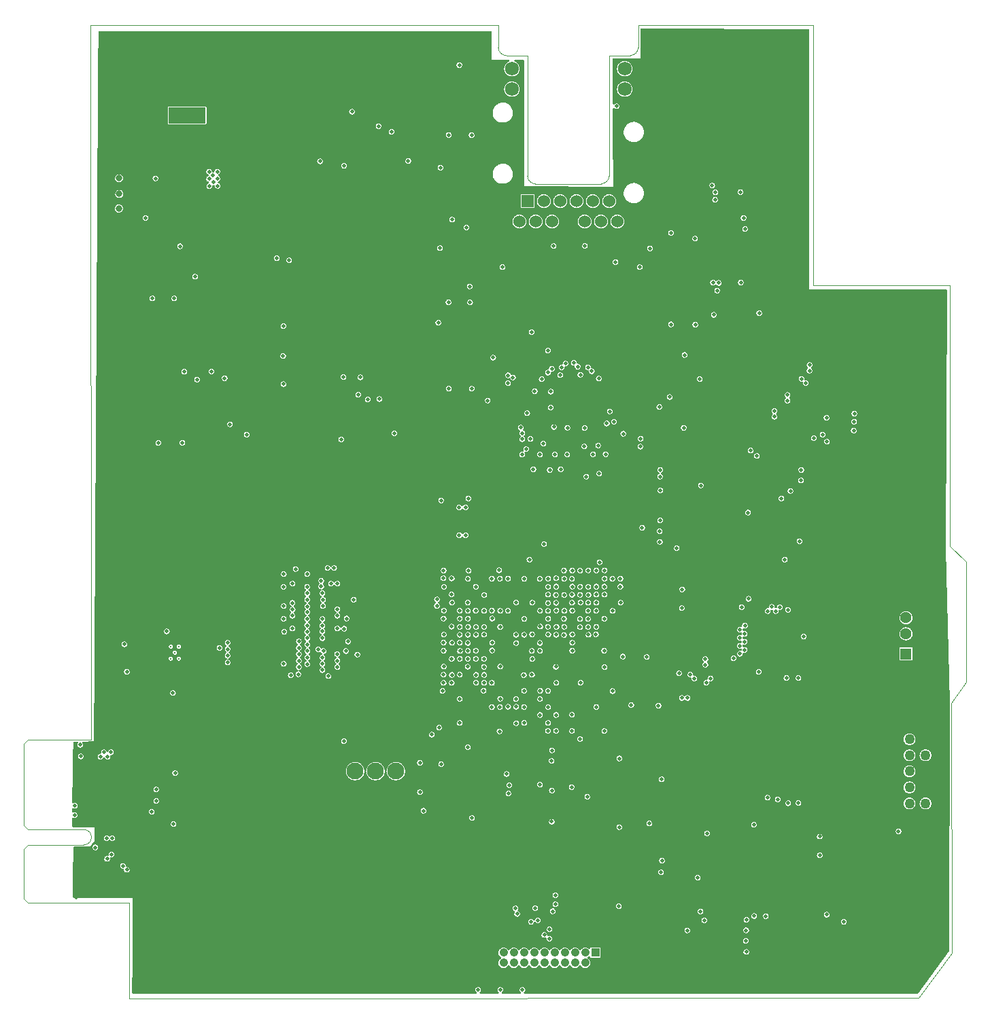
<source format=gbr>
G04 #@! TF.GenerationSoftware,KiCad,Pcbnew,(7.0.0)*
G04 #@! TF.CreationDate,2024-09-25T23:02:18+02:00*
G04 #@! TF.ProjectId,FPGA_dev_board,46504741-5f64-4657-965f-626f6172642e,rev?*
G04 #@! TF.SameCoordinates,Original*
G04 #@! TF.FileFunction,Copper,L2,Inr*
G04 #@! TF.FilePolarity,Positive*
%FSLAX46Y46*%
G04 Gerber Fmt 4.6, Leading zero omitted, Abs format (unit mm)*
G04 Created by KiCad (PCBNEW (7.0.0)) date 2024-09-25 23:02:18*
%MOMM*%
%LPD*%
G01*
G04 APERTURE LIST*
G04 #@! TA.AperFunction,ComponentPad*
%ADD10C,4.500000*%
G04 #@! TD*
G04 #@! TA.AperFunction,ComponentPad*
%ADD11C,0.300000*%
G04 #@! TD*
G04 #@! TA.AperFunction,ComponentPad*
%ADD12C,2.100000*%
G04 #@! TD*
G04 #@! TA.AperFunction,ComponentPad*
%ADD13R,1.530000X1.530000*%
G04 #@! TD*
G04 #@! TA.AperFunction,ComponentPad*
%ADD14C,1.530000*%
G04 #@! TD*
G04 #@! TA.AperFunction,ComponentPad*
%ADD15C,1.725000*%
G04 #@! TD*
G04 #@! TA.AperFunction,ComponentPad*
%ADD16R,4.600000X2.000000*%
G04 #@! TD*
G04 #@! TA.AperFunction,ComponentPad*
%ADD17O,4.200000X2.000000*%
G04 #@! TD*
G04 #@! TA.AperFunction,ComponentPad*
%ADD18O,2.000000X4.200000*%
G04 #@! TD*
G04 #@! TA.AperFunction,ComponentPad*
%ADD19R,1.060000X1.060000*%
G04 #@! TD*
G04 #@! TA.AperFunction,ComponentPad*
%ADD20C,1.060000*%
G04 #@! TD*
G04 #@! TA.AperFunction,ComponentPad*
%ADD21C,1.995000*%
G04 #@! TD*
G04 #@! TA.AperFunction,ComponentPad*
%ADD22C,1.270000*%
G04 #@! TD*
G04 #@! TA.AperFunction,ComponentPad*
%ADD23R,1.428000X1.428000*%
G04 #@! TD*
G04 #@! TA.AperFunction,ComponentPad*
%ADD24C,1.428000*%
G04 #@! TD*
G04 #@! TA.AperFunction,ComponentPad*
%ADD25C,3.346000*%
G04 #@! TD*
G04 #@! TA.AperFunction,ComponentPad*
%ADD26C,0.550000*%
G04 #@! TD*
G04 #@! TA.AperFunction,ViaPad*
%ADD27C,0.500000*%
G04 #@! TD*
G04 #@! TA.AperFunction,ViaPad*
%ADD28C,0.800000*%
G04 #@! TD*
G04 #@! TA.AperFunction,Profile*
%ADD29C,0.100000*%
G04 #@! TD*
G04 #@! TA.AperFunction,Profile*
%ADD30C,0.010000*%
G04 #@! TD*
G04 APERTURE END LIST*
D10*
X81640000Y-125240000D03*
D11*
X55420000Y-198590000D03*
X56420000Y-198590000D03*
X55920000Y-197840000D03*
X55420000Y-197090000D03*
X56420000Y-197090000D03*
D12*
X78370000Y-212590000D03*
X80910000Y-212590000D03*
X83450000Y-212590000D03*
D13*
X99833999Y-141559999D03*
D14*
X101866000Y-141560000D03*
X103898000Y-141560000D03*
X105930000Y-141560000D03*
X107962000Y-141560000D03*
X109994000Y-141560000D03*
X98818000Y-144100000D03*
X100850000Y-144100000D03*
X102882000Y-144100000D03*
X106946000Y-144100000D03*
X108978000Y-144100000D03*
X111010000Y-144100000D03*
D15*
X97889000Y-127590000D03*
X97889000Y-125050000D03*
X111939000Y-127590000D03*
X111939000Y-125050000D03*
D12*
X113069000Y-136230000D03*
X96759000Y-134830000D03*
D16*
X57459999Y-130879999D03*
D17*
X57459999Y-124579999D03*
D18*
X52659999Y-127979999D03*
D10*
X56360000Y-233980000D03*
D19*
X108279999Y-235229999D03*
D20*
X108280000Y-236500000D03*
X107010000Y-235230000D03*
X107010000Y-236500000D03*
X105740000Y-235230000D03*
X105740000Y-236500000D03*
X104470000Y-235230000D03*
X104470000Y-236500000D03*
X103200000Y-235230000D03*
X103200000Y-236500000D03*
X101930000Y-235230000D03*
X101930000Y-236500000D03*
X100660000Y-235230000D03*
X100660000Y-236500000D03*
X99390000Y-235230000D03*
X99390000Y-236500000D03*
X98120000Y-235230000D03*
X98120000Y-236500000D03*
X96850000Y-235230000D03*
X96850000Y-236500000D03*
D21*
X143370000Y-174020000D03*
X143370000Y-159520000D03*
X148320000Y-174620000D03*
X148320000Y-158920000D03*
D22*
X149400000Y-216620000D03*
X149400000Y-214620001D03*
X149400000Y-212620000D03*
X149400000Y-210619999D03*
X149400000Y-208620001D03*
X147399999Y-216620000D03*
X147399999Y-214620001D03*
X147399999Y-212620000D03*
X147399999Y-210619999D03*
X147399999Y-208620001D03*
D10*
X145270000Y-234470000D03*
D23*
X146969999Y-197979999D03*
D24*
X146970000Y-195480000D03*
X146970000Y-193480000D03*
X146970000Y-190980000D03*
D25*
X149970000Y-201050000D03*
X149970000Y-187910000D03*
D12*
X78370000Y-216680000D03*
X80910000Y-216680000D03*
X83450000Y-216680000D03*
D10*
X130270000Y-125210000D03*
D26*
X105795000Y-166885000D03*
X105795000Y-168135000D03*
X104545000Y-166885000D03*
X104545000Y-168135000D03*
D27*
X95407000Y-201600000D03*
X95432000Y-193575000D03*
X76650000Y-171250000D03*
X99407000Y-195600000D03*
X100382000Y-197625000D03*
X83260000Y-170490000D03*
X96432000Y-203575000D03*
X94444500Y-190637500D03*
X96432000Y-199575000D03*
X96432000Y-194625000D03*
X99382000Y-200625000D03*
X97407000Y-192600000D03*
X89070000Y-178860000D03*
X92470000Y-178610000D03*
X98400000Y-203610000D03*
X96307500Y-187560000D03*
X98432000Y-191575000D03*
X98407000Y-195600000D03*
X131070000Y-233680000D03*
X79780000Y-179670000D03*
X79750000Y-134420000D03*
X46760000Y-120740000D03*
X66910000Y-124690000D03*
X81780000Y-222670000D03*
X109620000Y-213490000D03*
X78780000Y-222670000D03*
X92700000Y-120740000D03*
X46660000Y-136900000D03*
X99432000Y-205575000D03*
X146102659Y-239860000D03*
X122984284Y-120810000D03*
X110432000Y-207625000D03*
X102407000Y-201600000D03*
X144060000Y-165540000D03*
X133770000Y-151340000D03*
X58990000Y-165110000D03*
X69502324Y-198512324D03*
X90407000Y-187575000D03*
X102432000Y-203625000D03*
X110420000Y-197590000D03*
X116240000Y-159800000D03*
X123480000Y-145600000D03*
X96432000Y-193650000D03*
X121040000Y-227740000D03*
X91382000Y-207625000D03*
X92950000Y-184560000D03*
X46620000Y-144700000D03*
X96130000Y-157900000D03*
X108210000Y-186790000D03*
X62450000Y-193370000D03*
X141780000Y-193670000D03*
X43647220Y-215858580D03*
X66105304Y-239860000D03*
X127450000Y-182660000D03*
X125675712Y-120810000D03*
X46550000Y-166690000D03*
X77780000Y-224670000D03*
X92700000Y-150890000D03*
X142810000Y-226460000D03*
X46590000Y-155890000D03*
X74810000Y-141680000D03*
X97450000Y-209560000D03*
X59160000Y-196990000D03*
X57829717Y-239860000D03*
X123860233Y-232471734D03*
X126920000Y-219250000D03*
X44930000Y-225790000D03*
X133960000Y-232640000D03*
X87220000Y-120740000D03*
X106432000Y-195600000D03*
X93407000Y-207575000D03*
X89407000Y-205575000D03*
X97407000Y-191600000D03*
X73754500Y-192076088D03*
X134130000Y-198030000D03*
X142780000Y-196670000D03*
X46690000Y-134030000D03*
X105387500Y-200577500D03*
X95432000Y-187625000D03*
X78950000Y-120740000D03*
X112010000Y-202720000D03*
X60780000Y-183670000D03*
X93190000Y-181410000D03*
X142780000Y-193670000D03*
X151280000Y-220730000D03*
X134390000Y-227450000D03*
X123780000Y-132670000D03*
X104410000Y-196590000D03*
X46570000Y-161290000D03*
X59270000Y-193240000D03*
X104407000Y-197600000D03*
X66770000Y-151900000D03*
X123690000Y-193050000D03*
X136291428Y-153560000D03*
X46590000Y-147570000D03*
X81780000Y-181670000D03*
X126780000Y-135670000D03*
X91432000Y-189630000D03*
X104432000Y-189625000D03*
X109382000Y-192575000D03*
X133770000Y-145957140D03*
X89370000Y-169106097D03*
X44620000Y-223000000D03*
X118490000Y-139630000D03*
X112080000Y-220210000D03*
X101130000Y-150490000D03*
X143780000Y-193670000D03*
X97407000Y-199600000D03*
X95432000Y-203575000D03*
X60020000Y-172550000D03*
X143780000Y-196670000D03*
X143795712Y-153560000D03*
X71780000Y-224670000D03*
X96300000Y-160890000D03*
X128220000Y-204900000D03*
X46560000Y-158760000D03*
X117490000Y-161310000D03*
X81820000Y-167550000D03*
X120292856Y-120810000D03*
X92720000Y-161880000D03*
X69440000Y-191230000D03*
X78220000Y-197610000D03*
X137780000Y-193670000D03*
X151360000Y-180531428D03*
X151330000Y-231620000D03*
X62820000Y-120740000D03*
X141372000Y-213448000D03*
X129580000Y-233690000D03*
X109432000Y-204625000D03*
X46640000Y-142300000D03*
X118517355Y-239860000D03*
X46760000Y-122670000D03*
X126690000Y-190610000D03*
X49630000Y-120740000D03*
X75780000Y-181670000D03*
X133750000Y-143780000D03*
X68863833Y-239860000D03*
X77470000Y-171810000D03*
X88173536Y-239860000D03*
X94444500Y-189637500D03*
X140450000Y-228330000D03*
X106407000Y-192600000D03*
X100419500Y-187612500D03*
X138180000Y-221610000D03*
X118780000Y-126670000D03*
X46730000Y-125540000D03*
X116320000Y-171980000D03*
X121780000Y-129670000D03*
X128070000Y-233690000D03*
X133750000Y-128340000D03*
X98382000Y-200600000D03*
X101966181Y-239860000D03*
X132550000Y-205290000D03*
X132310000Y-239860000D03*
X95432000Y-202600000D03*
X123400000Y-153710000D03*
X135068529Y-239860000D03*
X46520000Y-177990000D03*
X110530000Y-157030000D03*
X116727794Y-197046264D03*
X137510000Y-199400000D03*
X117050000Y-203380000D03*
X58000000Y-152520000D03*
X126080000Y-201200000D03*
X46500000Y-174960000D03*
X90880000Y-216580000D03*
X107483239Y-239860000D03*
X68130000Y-120740000D03*
X73780000Y-179670000D03*
X128730000Y-144520000D03*
X43717220Y-212328580D03*
X55380000Y-151290000D03*
X130540000Y-209220000D03*
X46410000Y-200050000D03*
X135720000Y-230490000D03*
X151340000Y-165975716D03*
X95850000Y-173840000D03*
X73530000Y-120740000D03*
X114120000Y-197130000D03*
X100407000Y-192600000D03*
X123820233Y-233791734D03*
X151340000Y-158471432D03*
X46670000Y-139430000D03*
X60780000Y-180670000D03*
X68920000Y-153880000D03*
X106407000Y-202600000D03*
X133750000Y-141088572D03*
X106432000Y-205625000D03*
X75365000Y-190030000D03*
X151360000Y-183032856D03*
X72415000Y-188830000D03*
X124034413Y-239860000D03*
X95410000Y-194600000D03*
X51920000Y-204050000D03*
X66184122Y-202325878D03*
X69440000Y-190455000D03*
X105070000Y-160960000D03*
X60780000Y-189670000D03*
X68780000Y-224670000D03*
X144070000Y-164030000D03*
X107432000Y-188625000D03*
X63780000Y-222670000D03*
X133750000Y-125648572D03*
X105320000Y-154840000D03*
X99432000Y-191625000D03*
X110241768Y-239860000D03*
X98432000Y-188600000D03*
X140585587Y-239860000D03*
X131058568Y-120810000D03*
X52460000Y-197860000D03*
X116780000Y-135670000D03*
X76780000Y-179670000D03*
X85415007Y-239860000D03*
X133750000Y-122957140D03*
X151360000Y-175528572D03*
X52900000Y-193730000D03*
X116780000Y-129670000D03*
X72950000Y-141640000D03*
X99407000Y-201600000D03*
X72780000Y-222670000D03*
X77139420Y-239860000D03*
X98070000Y-164730000D03*
X126650000Y-153210000D03*
X96290000Y-159530000D03*
X88490500Y-196085522D03*
X129780000Y-132670000D03*
X73639998Y-167850000D03*
X107419500Y-208612500D03*
X144070000Y-162530000D03*
X98407000Y-194600000D03*
X46540000Y-164160000D03*
X43627220Y-228318580D03*
X114910000Y-120810000D03*
X94500000Y-168040000D03*
X91432000Y-191600000D03*
X135780000Y-193670000D03*
X133770000Y-133528572D03*
X109382000Y-202575000D03*
X136250000Y-167950000D03*
X133770000Y-130837140D03*
X132060000Y-233810000D03*
X125340000Y-207070000D03*
X102430000Y-199583388D03*
X65690000Y-120740000D03*
X110830000Y-182220000D03*
X100457000Y-207650000D03*
X105330000Y-156450000D03*
X133790000Y-153560000D03*
X60290000Y-120740000D03*
X104724710Y-239860000D03*
X126090000Y-141860000D03*
X63760000Y-147890000D03*
X86780000Y-224670000D03*
X100432000Y-188625000D03*
X65780000Y-224670000D03*
X116990000Y-160730000D03*
X93680000Y-174410000D03*
X137330000Y-195840000D03*
X137827058Y-239860000D03*
X46490000Y-180860000D03*
X58780000Y-182670000D03*
X107444000Y-198611000D03*
X136150000Y-199190000D03*
X99870000Y-175870000D03*
X75780000Y-222670000D03*
X74380891Y-239860000D03*
X138780000Y-193670000D03*
X64090000Y-157070000D03*
X133770000Y-136220000D03*
X151300000Y-153560000D03*
X136160000Y-236720000D03*
X60780000Y-186670000D03*
X133750000Y-231540000D03*
X52160000Y-120740000D03*
X115960000Y-184530000D03*
X62040000Y-164590000D03*
X52312659Y-239860000D03*
X139970000Y-166270000D03*
X133910000Y-200020000D03*
X147220000Y-229230000D03*
X142950000Y-220100000D03*
X104380000Y-186680000D03*
X55071188Y-239860000D03*
X46500000Y-183390000D03*
X98457000Y-198575000D03*
X128367140Y-120810000D03*
X151340000Y-173480000D03*
X147130000Y-223040000D03*
X58780000Y-178670000D03*
X96420000Y-206590000D03*
X129551471Y-239860000D03*
X74760000Y-131930000D03*
X90932065Y-239860000D03*
X76400000Y-120740000D03*
X96420000Y-196560000D03*
X93080000Y-183530000D03*
X90390000Y-197605000D03*
X137200000Y-166250000D03*
X123220000Y-142370000D03*
X124136100Y-199520000D03*
X46390000Y-205450000D03*
X122680000Y-231290000D03*
X139780000Y-193670000D03*
X136780000Y-193670000D03*
X60860000Y-193290000D03*
X138500000Y-162670000D03*
X139780000Y-196670000D03*
X66780000Y-222670000D03*
X46360000Y-208320000D03*
X98382000Y-199625000D03*
X64079904Y-164357712D03*
X151340000Y-170978572D03*
X46710000Y-130940000D03*
X133750000Y-138397140D03*
X122780000Y-157699000D03*
X92780000Y-224670000D03*
X46570000Y-152970000D03*
X74821644Y-224669844D03*
X151340000Y-155970000D03*
X140780000Y-196670000D03*
X138780000Y-196670000D03*
X141294284Y-153560000D03*
X146297140Y-153560000D03*
X124350000Y-203210000D03*
X73829500Y-196829500D03*
X144060000Y-170030000D03*
X138792856Y-153560000D03*
X46380000Y-202920000D03*
X55750000Y-141690000D03*
X103382000Y-193625000D03*
X80310000Y-139100000D03*
X64920000Y-141610000D03*
X94540000Y-165510000D03*
X143344116Y-239860000D03*
X91407000Y-187550000D03*
X46530000Y-172090000D03*
X141780000Y-196670000D03*
X97350000Y-211850000D03*
X121780000Y-135670000D03*
X57070000Y-202970000D03*
X92670000Y-217180000D03*
X137880000Y-213448000D03*
X123830000Y-231120000D03*
X103070000Y-150520000D03*
X131130000Y-224360000D03*
X69490000Y-200055000D03*
X62010000Y-146930000D03*
X151340000Y-160972860D03*
X132360000Y-208830000D03*
X82780000Y-179670000D03*
X82656478Y-239860000D03*
X46460000Y-188990000D03*
X55030000Y-120740000D03*
X122880000Y-167970000D03*
X60588246Y-239860000D03*
X87780000Y-222670000D03*
X101370000Y-189590000D03*
X58780000Y-185670000D03*
X102650000Y-186340000D03*
X93407000Y-196600000D03*
X148798568Y-153560000D03*
X96340000Y-162320000D03*
X46600000Y-150100000D03*
X104420000Y-171980000D03*
X90390000Y-192590000D03*
X126792942Y-239860000D03*
X90780000Y-222670000D03*
X65930000Y-150890000D03*
X69860000Y-142730000D03*
X96407000Y-202600000D03*
X58420000Y-202930000D03*
X71000000Y-120740000D03*
X136040000Y-162660000D03*
X92770000Y-129900000D03*
X76165000Y-194030000D03*
X46430000Y-191860000D03*
X90540000Y-169096097D03*
X89821644Y-224669844D03*
X92720000Y-140860000D03*
X74490000Y-165830002D03*
X69780000Y-222670000D03*
X100407000Y-202600000D03*
X71622362Y-239860000D03*
X111394500Y-187612500D03*
X53860000Y-168230000D03*
X80780000Y-224670000D03*
X81820000Y-120740000D03*
X123820233Y-235131734D03*
X97072400Y-219550500D03*
X57420000Y-120740000D03*
X70565000Y-194030000D03*
X95407000Y-199600000D03*
X84350000Y-120740000D03*
X118780000Y-132670000D03*
X83180000Y-134290000D03*
X151340000Y-168477144D03*
X101382000Y-193625000D03*
X58780000Y-188670000D03*
X62920000Y-140870000D03*
X46520000Y-169560000D03*
X103407000Y-206600000D03*
X123780000Y-126670000D03*
X63996200Y-160810000D03*
X69490000Y-188830000D03*
X115758826Y-239860000D03*
X151360000Y-178030000D03*
X114090000Y-202690000D03*
X101230000Y-162290000D03*
X133770000Y-148648572D03*
X63346775Y-239860000D03*
X53890000Y-164350000D03*
X78780000Y-181670000D03*
X100407000Y-196625000D03*
X112810000Y-159250000D03*
X113000297Y-239860000D03*
X91432000Y-188590000D03*
X109720000Y-150540000D03*
X72794713Y-181642756D03*
X69490000Y-192830000D03*
X69990000Y-138120000D03*
X134780000Y-193670000D03*
X77240000Y-188030000D03*
X115630000Y-159140000D03*
X56140000Y-151240000D03*
X59890000Y-200680000D03*
X93110000Y-179300000D03*
X46440000Y-194390000D03*
X133800000Y-223690000D03*
X140780000Y-193670000D03*
X99394000Y-199586000D03*
X126780000Y-129670000D03*
X144020000Y-167030000D03*
X79897949Y-239860000D03*
X46470000Y-186260000D03*
X99432000Y-194625000D03*
X107030000Y-150310000D03*
X117710000Y-153629000D03*
X108960000Y-160600000D03*
X112090000Y-213660000D03*
X89830000Y-120740000D03*
X69950000Y-135910000D03*
X70794713Y-179642756D03*
X121275884Y-239860000D03*
X93430000Y-191590000D03*
X61500000Y-200640000D03*
X138070000Y-235550000D03*
X75750500Y-201725521D03*
X84780000Y-222670000D03*
X97407000Y-196600000D03*
X92432000Y-190625000D03*
X100840000Y-158540000D03*
X118440000Y-151709000D03*
X109408500Y-194601500D03*
X92407000Y-203600000D03*
X46410000Y-197260000D03*
X46740000Y-128070000D03*
X131450000Y-181940000D03*
X69950000Y-140450000D03*
X73980000Y-133110000D03*
X130520000Y-204290000D03*
X151340000Y-163474288D03*
X117601428Y-120810000D03*
X133750000Y-120810000D03*
X83780000Y-224670000D03*
X120240000Y-219870000D03*
X128630000Y-200230000D03*
X121370000Y-230090000D03*
X128690000Y-155529000D03*
X108810000Y-186559500D03*
X122190000Y-220360000D03*
X128060000Y-230660000D03*
X101382000Y-196625000D03*
X99400000Y-202580000D03*
X98432500Y-196632500D03*
X127370000Y-191120000D03*
X117700000Y-156919000D03*
X100407000Y-195575000D03*
X101361921Y-188633502D03*
X120730000Y-156959000D03*
X129520000Y-230680000D03*
X100419500Y-198612500D03*
X123030000Y-155729000D03*
X100432000Y-191600000D03*
X132080000Y-200990000D03*
X78760000Y-165680000D03*
X90450000Y-143860000D03*
X58690000Y-163800000D03*
X69410000Y-160860000D03*
D28*
X49000000Y-140660000D03*
D27*
X69450000Y-157130000D03*
X79030000Y-163510000D03*
X122930000Y-151719000D03*
X123190000Y-141380000D03*
X123450000Y-152699000D03*
X69450000Y-164360000D03*
X122840000Y-139620000D03*
X135480000Y-171090000D03*
D28*
X48980000Y-138700000D03*
D27*
X53130000Y-153680000D03*
X76920000Y-163480000D03*
X77980000Y-130410000D03*
X90040000Y-164914998D03*
X57100000Y-162820000D03*
X79950000Y-166270000D03*
X90000000Y-154170000D03*
D28*
X48960000Y-142470000D03*
D27*
X92875000Y-133315000D03*
X58440000Y-150970000D03*
X88950000Y-147420000D03*
X119050000Y-192280000D03*
X111270000Y-219580000D03*
X121850000Y-231200000D03*
X121420000Y-176990000D03*
X137070000Y-168570000D03*
X114120000Y-182270000D03*
X136570000Y-170650000D03*
X103432000Y-201600000D03*
X111280000Y-211020000D03*
X102610000Y-175050000D03*
X106920000Y-172130000D03*
X116340000Y-175890000D03*
X131870000Y-186230000D03*
X106432000Y-191575000D03*
X119400000Y-160730000D03*
X146040000Y-220120000D03*
X103970000Y-174980000D03*
X107166847Y-175888173D03*
X136220000Y-220750000D03*
X131460000Y-178610000D03*
X121290000Y-163740000D03*
X108770000Y-175520000D03*
X102407000Y-206600000D03*
X96725000Y-149790000D03*
X109407000Y-207600000D03*
X119110000Y-189950000D03*
X109432000Y-199625000D03*
X114690000Y-198380000D03*
X121040000Y-225870000D03*
X106394500Y-208587500D03*
X91350000Y-124590000D03*
X102750000Y-165290000D03*
X105330000Y-214590000D03*
X116150000Y-204430000D03*
X101407000Y-192600000D03*
X94890000Y-166410000D03*
X127020000Y-233760000D03*
X137100000Y-230490000D03*
X126510500Y-192160000D03*
X43470000Y-216919080D03*
X113880000Y-172150000D03*
X103369500Y-199587500D03*
X105407000Y-197600000D03*
X106388500Y-187601500D03*
X132580000Y-177660000D03*
X139230000Y-231380000D03*
X98432000Y-206625000D03*
X111710000Y-198320000D03*
X101407000Y-203600000D03*
X113810000Y-149780000D03*
X108407000Y-194600000D03*
X137130000Y-171540000D03*
X125490000Y-198540000D03*
X76980000Y-208860000D03*
X84990000Y-136540000D03*
X108407000Y-204600000D03*
X110432000Y-192625000D03*
X109432000Y-190600000D03*
X111760000Y-170550000D03*
X128020000Y-219270000D03*
X109382000Y-197575000D03*
X97460000Y-215380000D03*
X118700000Y-200410000D03*
X43440000Y-218090000D03*
X103400000Y-188560000D03*
X118420000Y-184800000D03*
X49950000Y-200220000D03*
X110432000Y-202625000D03*
X74000000Y-136590000D03*
X86440000Y-215230000D03*
X105382000Y-205575000D03*
X99800000Y-167990000D03*
X105407000Y-195575000D03*
X89000000Y-137380000D03*
X127080000Y-235140000D03*
X89070000Y-211730000D03*
X88730000Y-156710000D03*
X127070000Y-232440000D03*
X76990000Y-137160000D03*
X136230000Y-223080000D03*
X106432000Y-201575000D03*
X102883485Y-210012077D03*
X103432000Y-192575000D03*
X127100000Y-231120000D03*
X100570000Y-174970000D03*
X133580000Y-200990000D03*
X134230000Y-195830000D03*
X116350000Y-181350000D03*
X49640000Y-196790000D03*
X44200000Y-210760000D03*
X60220000Y-139680000D03*
X60190000Y-138780000D03*
X47540000Y-210800000D03*
X60710000Y-139210000D03*
X46030000Y-222110000D03*
X61210000Y-137880000D03*
X47100000Y-210250000D03*
X46670000Y-210800000D03*
X61220000Y-138750000D03*
X60680000Y-138310000D03*
X60190000Y-137880000D03*
X47980000Y-210240000D03*
X61250000Y-139650000D03*
X55850000Y-153680000D03*
X68620000Y-148660000D03*
X70160000Y-148930000D03*
X95407000Y-204600000D03*
X62800000Y-169370000D03*
X91407000Y-192600000D03*
X92920000Y-218440000D03*
X94382000Y-202575000D03*
X69465000Y-189630000D03*
X94432000Y-194625000D03*
X77215000Y-197630000D03*
X69490000Y-192030000D03*
X53870000Y-171700000D03*
X76165000Y-194830000D03*
X91407000Y-203600000D03*
X75765000Y-187280000D03*
X91407000Y-195600000D03*
X92407000Y-198600000D03*
X78650000Y-198070500D03*
X70565000Y-193230000D03*
X56870000Y-171670000D03*
X89440000Y-189630000D03*
X91407000Y-206600000D03*
X55690000Y-202860000D03*
X69490000Y-199230000D03*
X70565000Y-194830000D03*
X77310000Y-193580000D03*
X92420000Y-209610000D03*
X89390000Y-200580000D03*
X96350000Y-207640000D03*
X61470000Y-197240000D03*
X69490000Y-188030000D03*
X78194479Y-191229500D03*
X64880000Y-170650000D03*
X100075715Y-186239500D03*
X102720000Y-167280000D03*
X109710000Y-169270000D03*
X100350000Y-157880000D03*
X100740000Y-165240000D03*
X98030000Y-163530000D03*
X116250000Y-167200000D03*
X126920000Y-145030000D03*
X102380000Y-160170000D03*
X126740000Y-143640000D03*
X117710000Y-145510000D03*
X101820000Y-171780000D03*
X106950000Y-169840000D03*
X120710000Y-146220000D03*
X100200000Y-171190000D03*
X93400000Y-189610000D03*
X95407000Y-188600000D03*
X97420000Y-163270000D03*
X99432000Y-188625000D03*
X54930000Y-195180000D03*
X69490000Y-193605000D03*
X77480000Y-196450000D03*
X62490000Y-196600000D03*
X62490000Y-199060000D03*
X62490000Y-198190000D03*
X62490000Y-197390000D03*
X92130000Y-183200000D03*
X92432000Y-188625000D03*
X92120000Y-179720000D03*
X49449732Y-224401092D03*
X91340000Y-183190000D03*
X92502000Y-187610000D03*
X91330000Y-179740000D03*
X49944708Y-224896068D03*
X110080000Y-167760000D03*
X117530000Y-165970000D03*
X106990000Y-147120000D03*
X103100000Y-147150000D03*
X108710000Y-163670000D03*
X101600000Y-163740000D03*
X103910853Y-163238917D03*
X106420000Y-163190609D03*
X116370000Y-175040000D03*
X102407000Y-188600000D03*
X104407000Y-188625000D03*
X116390000Y-177600000D03*
X105407000Y-187600000D03*
X116300000Y-182700000D03*
X116320000Y-184020000D03*
X105382000Y-188625000D03*
X102407000Y-189625000D03*
X133710000Y-183940000D03*
X133910000Y-176370000D03*
X104382000Y-187600000D03*
X44137220Y-209318580D03*
X107280000Y-215780000D03*
X102394500Y-202587500D03*
X55960000Y-212850000D03*
X132300000Y-216600000D03*
X131000000Y-216120000D03*
X102419500Y-204612500D03*
X102860000Y-218890000D03*
X55770000Y-219190000D03*
X129720000Y-215910000D03*
X53597220Y-214888580D03*
X97570000Y-214350000D03*
X101420500Y-202593139D03*
X53047220Y-217668580D03*
X102407000Y-193600000D03*
X102870000Y-215030000D03*
X48022386Y-223003414D03*
X94432000Y-192625000D03*
X95407000Y-192600000D03*
X47492054Y-223533746D03*
X96407000Y-188600000D03*
X48137220Y-220958580D03*
X47437220Y-220958580D03*
X97407000Y-188600000D03*
X133580000Y-216570000D03*
X53597220Y-216308580D03*
X101407000Y-205600000D03*
X102840000Y-211330000D03*
X107845269Y-162755984D03*
X105603285Y-161696560D03*
X107364435Y-162275150D03*
X106084119Y-162177394D03*
X97420000Y-164240000D03*
X95570000Y-161060000D03*
X110790000Y-149150000D03*
X115090000Y-147450000D03*
X110910000Y-129730000D03*
X104090487Y-162284697D03*
X104571321Y-161803863D03*
X102867295Y-162446461D03*
X102386461Y-162927295D03*
X119060000Y-203480000D03*
X134960000Y-161980000D03*
X102382000Y-194600000D03*
X121990000Y-199340000D03*
X130587967Y-167719859D03*
X107432000Y-195600000D03*
X108357000Y-195550000D03*
X130587967Y-168419859D03*
X121990000Y-198640000D03*
X127300000Y-180370000D03*
X140540000Y-168020000D03*
X105407000Y-196600000D03*
X140510000Y-169040000D03*
X127630000Y-172650000D03*
X106369500Y-193637500D03*
X140460000Y-170150000D03*
X128400000Y-173320000D03*
X107369500Y-193637500D03*
X105382000Y-207575000D03*
X102590000Y-232300000D03*
X102560000Y-233480000D03*
X103310000Y-229200000D03*
X101930000Y-233020000D03*
X100280000Y-231390000D03*
X102382000Y-207575000D03*
X103320000Y-228060000D03*
X96449123Y-239860000D03*
X99207652Y-239860000D03*
X93690594Y-239860000D03*
X103407000Y-205603000D03*
X103382000Y-207575000D03*
X102980000Y-230070000D03*
X101130000Y-231200000D03*
X98340000Y-229710000D03*
X98550000Y-230400000D03*
X100800000Y-229670000D03*
X101421000Y-194586000D03*
X134950000Y-162680000D03*
X119760000Y-203480000D03*
X122631799Y-201041467D03*
X133954834Y-163694834D03*
X104382000Y-193625000D03*
X104407000Y-194600000D03*
X134485166Y-164225166D03*
X122101467Y-201571799D03*
X92230000Y-144840000D03*
X123650000Y-151750000D03*
X92650000Y-152180000D03*
X92690000Y-154160000D03*
X123230000Y-140450000D03*
X60490000Y-162790000D03*
X90030000Y-133310000D03*
X116550000Y-213630000D03*
X101390000Y-214280000D03*
X115010000Y-219130000D03*
X99432000Y-193625000D03*
X112760000Y-204360000D03*
X81380000Y-166220000D03*
X52280000Y-143650000D03*
X56560000Y-147180000D03*
X126400000Y-151700000D03*
X126360000Y-140420000D03*
X62130000Y-163620000D03*
X53510000Y-138720000D03*
X82910000Y-132920000D03*
X72440000Y-197630000D03*
X95420000Y-197560000D03*
X90415000Y-200605000D03*
X74315000Y-198455000D03*
X93407000Y-198600000D03*
X72440000Y-198430000D03*
X71365000Y-198030000D03*
X94407000Y-199600000D03*
X90407000Y-201600000D03*
X76165000Y-198830000D03*
X95440000Y-196577000D03*
X71365000Y-198830000D03*
X76165000Y-199630000D03*
X92395000Y-199580000D03*
X71365000Y-199630000D03*
X89250000Y-202590000D03*
X94440000Y-200605000D03*
X75040000Y-200760000D03*
X72415000Y-199255000D03*
X94430000Y-198600000D03*
X74315000Y-196030000D03*
X93394500Y-197587500D03*
X89394500Y-201612500D03*
X74315000Y-199230000D03*
X74440000Y-197630500D03*
X89407000Y-199575000D03*
X71290000Y-200520000D03*
X90407000Y-198600000D03*
X74315000Y-200005000D03*
X94432000Y-201600000D03*
X71365000Y-197230000D03*
X94419500Y-195587500D03*
X91415000Y-200555000D03*
X76140000Y-198005000D03*
X91420000Y-198590000D03*
X72440000Y-196830000D03*
X91432000Y-197625000D03*
X77020000Y-194850000D03*
X70360000Y-200650000D03*
X93382500Y-192605000D03*
X71365000Y-196430000D03*
X72390000Y-194430000D03*
X89394500Y-197587500D03*
X72390000Y-195230000D03*
X92432000Y-197600000D03*
X92432000Y-195600000D03*
X72415000Y-196030000D03*
X69540000Y-195230000D03*
X92407000Y-196625000D03*
X108407000Y-189600000D03*
X110610000Y-169050000D03*
X108394500Y-191612500D03*
X107990000Y-173110000D03*
X103382000Y-191625000D03*
X101910000Y-184290000D03*
X107382000Y-192600000D03*
X113920000Y-171160000D03*
X104394500Y-190637500D03*
X104790000Y-173130000D03*
X96432000Y-192625000D03*
X103369500Y-190637500D03*
X103250000Y-173130000D03*
X105394500Y-190612500D03*
X101400000Y-173130000D03*
X105394500Y-191612500D03*
X99160000Y-173150000D03*
X109560000Y-173100000D03*
X106394500Y-189612500D03*
X133930000Y-175050000D03*
X101407000Y-197600000D03*
X105408500Y-189598500D03*
X100400000Y-200590000D03*
X86440000Y-211550000D03*
X88820000Y-207160000D03*
X96407000Y-204600000D03*
X116580000Y-223750000D03*
X107382000Y-194625000D03*
X106382000Y-194650000D03*
X116470000Y-225220000D03*
X119740000Y-232450000D03*
X104382000Y-195625000D03*
X103446000Y-194614000D03*
X111220000Y-229430000D03*
X74360000Y-192030000D03*
X93432000Y-195600000D03*
X91419500Y-193587500D03*
X72415000Y-191230000D03*
X93440000Y-200605000D03*
X74293434Y-194480000D03*
X74293434Y-195180000D03*
X93440000Y-201575500D03*
X74315000Y-193630000D03*
X91419500Y-194612500D03*
X92444500Y-194637500D03*
X70590000Y-192455000D03*
X75370000Y-189230000D03*
X92400000Y-191590000D03*
X89394500Y-193587500D03*
X74315000Y-190430000D03*
X90394500Y-194587500D03*
X74381811Y-191230000D03*
X72440000Y-190430000D03*
X89419500Y-192587500D03*
X89419500Y-195587500D03*
X76160000Y-192420000D03*
X92419500Y-193587500D03*
X70565000Y-191630000D03*
X89394500Y-196587500D03*
X76165000Y-193230000D03*
X72390000Y-193630500D03*
X93432000Y-194625000D03*
X92432000Y-192625000D03*
X70965000Y-187405000D03*
X74940000Y-187280000D03*
X90407000Y-188575000D03*
X74152875Y-188880000D03*
X88557000Y-191200000D03*
X88557000Y-192000000D03*
X74152875Y-189580000D03*
X70570000Y-189230000D03*
X90394500Y-190562500D03*
X89365000Y-188555000D03*
X72390000Y-189630000D03*
X89394500Y-187587500D03*
X72415000Y-188030000D03*
X76170000Y-189230000D03*
X90426000Y-191591000D03*
X120112512Y-200562512D03*
X132215194Y-165717338D03*
X103407000Y-195600000D03*
X132215194Y-166417338D03*
X102432000Y-195575000D03*
X120607488Y-201057488D03*
X102394500Y-191637500D03*
X99670000Y-172470000D03*
X102382000Y-192625000D03*
X97432000Y-204575000D03*
X87930000Y-208050000D03*
X102407000Y-190600000D03*
X98995000Y-169785000D03*
X103120000Y-169700000D03*
X103410000Y-189600000D03*
X98432000Y-204575000D03*
X99407000Y-204600000D03*
X104432000Y-192625000D03*
X99190000Y-171220000D03*
X129760000Y-192650000D03*
X106382000Y-190625000D03*
X99190000Y-170480000D03*
X105407000Y-192600000D03*
X86890000Y-217540000D03*
X81290000Y-132210000D03*
X92900000Y-164930000D03*
X126880000Y-195480000D03*
X111407000Y-189600000D03*
X107407000Y-189625000D03*
X104810000Y-169790000D03*
X119290000Y-169800000D03*
X107394500Y-191612500D03*
X126290000Y-196000000D03*
X109407000Y-189600000D03*
X107432000Y-190625000D03*
X108630000Y-172020000D03*
X108407000Y-190600000D03*
X126870000Y-196470000D03*
X99432000Y-206600000D03*
X97240000Y-212960000D03*
X110407000Y-188625000D03*
X126300000Y-194970000D03*
X126910000Y-194460000D03*
X111407000Y-188600000D03*
X109407000Y-193600000D03*
X126300000Y-197970000D03*
X108382000Y-192600000D03*
X126870000Y-197480000D03*
X111432000Y-191600000D03*
X126270000Y-196980000D03*
X109432000Y-188600000D03*
X130260000Y-192130000D03*
X130750000Y-192650000D03*
X109432000Y-187575000D03*
X108407000Y-187575000D03*
X131260000Y-192160000D03*
X107407000Y-187575000D03*
X132270000Y-192490000D03*
X72421858Y-192780000D03*
X90419500Y-196612500D03*
X91407000Y-196575000D03*
X72421858Y-192080000D03*
X73790000Y-197430000D03*
G04 #@! TA.AperFunction,Conductor*
G36*
X134796295Y-120119706D02*
G01*
X134823839Y-120122871D01*
X134849991Y-120132077D01*
X134873444Y-120146864D01*
X134893026Y-120166492D01*
X134907757Y-120189980D01*
X134916900Y-120216154D01*
X134920000Y-120243706D01*
X134920000Y-152550000D01*
X151935721Y-152579782D01*
X151963343Y-152582948D01*
X151989570Y-152592191D01*
X152013077Y-152607046D01*
X152032682Y-152626765D01*
X152047401Y-152650358D01*
X152056492Y-152676637D01*
X152059499Y-152704281D01*
X151930003Y-184889086D01*
X151930003Y-184889132D01*
X151930000Y-184890000D01*
X151930021Y-184890891D01*
X151930022Y-184890912D01*
X152399959Y-204118356D01*
X152399996Y-204121627D01*
X152340078Y-234989400D01*
X152337279Y-235015358D01*
X152329107Y-235040154D01*
X152315924Y-235062690D01*
X148437191Y-240329498D01*
X148417407Y-240350656D01*
X148393255Y-240366647D01*
X148366051Y-240376598D01*
X148337282Y-240379967D01*
X99504432Y-240354997D01*
X99474141Y-240351224D01*
X99445690Y-240340166D01*
X99420802Y-240322493D01*
X99400986Y-240299275D01*
X99387442Y-240271919D01*
X99380992Y-240242084D01*
X99382025Y-240211577D01*
X99390480Y-240182247D01*
X99405844Y-240155871D01*
X99425752Y-240135512D01*
X99426798Y-240134800D01*
X99465307Y-240099069D01*
X99498061Y-240057997D01*
X99524327Y-240012503D01*
X99543520Y-239963601D01*
X99555209Y-239912386D01*
X99559135Y-239860000D01*
X99555209Y-239807614D01*
X99543520Y-239756399D01*
X99524327Y-239707497D01*
X99498061Y-239662003D01*
X99465307Y-239620931D01*
X99426798Y-239585200D01*
X99422973Y-239582592D01*
X99422968Y-239582588D01*
X99387224Y-239558218D01*
X99387221Y-239558216D01*
X99383394Y-239555607D01*
X99378427Y-239553215D01*
X99340243Y-239534826D01*
X99340232Y-239534821D01*
X99336063Y-239532814D01*
X99285864Y-239517329D01*
X99281273Y-239516637D01*
X99238504Y-239510191D01*
X99238501Y-239510190D01*
X99233918Y-239509500D01*
X99181386Y-239509500D01*
X99176803Y-239510190D01*
X99176799Y-239510191D01*
X99134030Y-239516637D01*
X99134027Y-239516637D01*
X99129440Y-239517329D01*
X99125012Y-239518694D01*
X99125007Y-239518696D01*
X99083667Y-239531448D01*
X99083658Y-239531451D01*
X99079241Y-239532814D01*
X99075076Y-239534819D01*
X99075065Y-239534824D01*
X99036096Y-239553591D01*
X99036089Y-239553594D01*
X99031911Y-239555607D01*
X98988506Y-239585200D01*
X98985114Y-239588346D01*
X98985108Y-239588352D01*
X98953398Y-239617775D01*
X98949997Y-239620931D01*
X98947107Y-239624553D01*
X98947104Y-239624558D01*
X98920135Y-239658376D01*
X98917243Y-239662003D01*
X98914924Y-239666019D01*
X98914923Y-239666021D01*
X98893297Y-239703477D01*
X98893292Y-239703486D01*
X98890977Y-239707497D01*
X98889283Y-239711811D01*
X98889281Y-239711817D01*
X98873480Y-239752075D01*
X98873476Y-239752087D01*
X98871784Y-239756399D01*
X98870750Y-239760927D01*
X98870750Y-239760929D01*
X98861128Y-239803085D01*
X98861126Y-239803093D01*
X98860095Y-239807614D01*
X98859748Y-239812232D01*
X98859747Y-239812245D01*
X98856552Y-239854881D01*
X98856169Y-239860000D01*
X98856516Y-239864630D01*
X98859747Y-239907754D01*
X98859748Y-239907765D01*
X98860095Y-239912386D01*
X98871784Y-239963601D01*
X98873477Y-239967915D01*
X98873480Y-239967924D01*
X98889281Y-240008182D01*
X98890977Y-240012503D01*
X98917243Y-240057997D01*
X98949997Y-240099069D01*
X98988506Y-240134800D01*
X98989299Y-240135341D01*
X99009090Y-240155582D01*
X99024454Y-240181972D01*
X99032904Y-240211316D01*
X99033925Y-240241835D01*
X99027458Y-240271679D01*
X99013893Y-240299037D01*
X98994053Y-240322250D01*
X98969142Y-240339911D01*
X98940670Y-240350948D01*
X98910364Y-240354693D01*
X96747671Y-240353587D01*
X96717380Y-240349814D01*
X96688928Y-240338756D01*
X96664040Y-240321082D01*
X96644224Y-240297864D01*
X96630681Y-240270508D01*
X96624231Y-240240673D01*
X96625264Y-240210165D01*
X96633720Y-240180835D01*
X96649084Y-240154459D01*
X96668288Y-240134821D01*
X96668269Y-240134800D01*
X96668269Y-240134799D01*
X96706778Y-240099069D01*
X96739532Y-240057997D01*
X96765798Y-240012503D01*
X96784991Y-239963601D01*
X96796680Y-239912386D01*
X96800606Y-239860000D01*
X96796680Y-239807614D01*
X96784991Y-239756399D01*
X96765798Y-239707497D01*
X96739532Y-239662003D01*
X96706778Y-239620931D01*
X96668269Y-239585200D01*
X96664444Y-239582592D01*
X96664439Y-239582588D01*
X96628695Y-239558218D01*
X96628692Y-239558216D01*
X96624865Y-239555607D01*
X96619898Y-239553215D01*
X96581714Y-239534826D01*
X96581703Y-239534821D01*
X96577534Y-239532814D01*
X96527335Y-239517329D01*
X96522744Y-239516637D01*
X96479975Y-239510191D01*
X96479972Y-239510190D01*
X96475389Y-239509500D01*
X96422857Y-239509500D01*
X96418274Y-239510190D01*
X96418270Y-239510191D01*
X96375501Y-239516637D01*
X96375498Y-239516637D01*
X96370911Y-239517329D01*
X96366483Y-239518694D01*
X96366478Y-239518696D01*
X96325138Y-239531448D01*
X96325129Y-239531451D01*
X96320712Y-239532814D01*
X96316547Y-239534819D01*
X96316536Y-239534824D01*
X96277567Y-239553591D01*
X96277560Y-239553594D01*
X96273382Y-239555607D01*
X96229977Y-239585200D01*
X96226585Y-239588346D01*
X96226579Y-239588352D01*
X96194869Y-239617775D01*
X96191468Y-239620931D01*
X96188578Y-239624553D01*
X96188575Y-239624558D01*
X96161606Y-239658376D01*
X96158714Y-239662003D01*
X96156395Y-239666019D01*
X96156394Y-239666021D01*
X96134768Y-239703477D01*
X96134763Y-239703486D01*
X96132448Y-239707497D01*
X96130754Y-239711811D01*
X96130752Y-239711817D01*
X96114951Y-239752075D01*
X96114947Y-239752087D01*
X96113255Y-239756399D01*
X96112221Y-239760927D01*
X96112221Y-239760929D01*
X96102599Y-239803085D01*
X96102597Y-239803093D01*
X96101566Y-239807614D01*
X96101219Y-239812232D01*
X96101218Y-239812245D01*
X96098023Y-239854881D01*
X96097640Y-239860000D01*
X96097987Y-239864630D01*
X96101218Y-239907754D01*
X96101219Y-239907765D01*
X96101566Y-239912386D01*
X96113255Y-239963601D01*
X96114948Y-239967915D01*
X96114951Y-239967924D01*
X96130752Y-240008182D01*
X96132448Y-240012503D01*
X96158714Y-240057997D01*
X96191468Y-240099069D01*
X96228618Y-240133539D01*
X96228620Y-240133541D01*
X96229977Y-240134800D01*
X96229915Y-240134865D01*
X96248787Y-240154165D01*
X96264153Y-240180554D01*
X96272604Y-240209899D01*
X96273627Y-240240419D01*
X96267160Y-240270264D01*
X96253595Y-240297623D01*
X96233755Y-240320837D01*
X96208844Y-240338498D01*
X96180371Y-240349536D01*
X96150065Y-240353281D01*
X93990909Y-240352177D01*
X93960615Y-240348404D01*
X93932162Y-240337344D01*
X93907273Y-240319667D01*
X93887457Y-240296446D01*
X93873915Y-240269086D01*
X93867467Y-240239247D01*
X93868505Y-240208738D01*
X93876966Y-240179406D01*
X93892336Y-240153031D01*
X93909950Y-240135026D01*
X93909740Y-240134800D01*
X93913146Y-240131640D01*
X93948249Y-240099069D01*
X93981003Y-240057997D01*
X94007269Y-240012503D01*
X94026462Y-239963601D01*
X94038151Y-239912386D01*
X94042077Y-239860000D01*
X94038151Y-239807614D01*
X94026462Y-239756399D01*
X94007269Y-239707497D01*
X93981003Y-239662003D01*
X93948249Y-239620931D01*
X93909740Y-239585200D01*
X93905915Y-239582592D01*
X93905910Y-239582588D01*
X93870166Y-239558218D01*
X93870163Y-239558216D01*
X93866336Y-239555607D01*
X93861369Y-239553215D01*
X93823185Y-239534826D01*
X93823174Y-239534821D01*
X93819005Y-239532814D01*
X93768806Y-239517329D01*
X93764215Y-239516637D01*
X93721446Y-239510191D01*
X93721443Y-239510190D01*
X93716860Y-239509500D01*
X93664328Y-239509500D01*
X93659745Y-239510190D01*
X93659741Y-239510191D01*
X93616972Y-239516637D01*
X93616969Y-239516637D01*
X93612382Y-239517329D01*
X93607954Y-239518694D01*
X93607949Y-239518696D01*
X93566609Y-239531448D01*
X93566600Y-239531451D01*
X93562183Y-239532814D01*
X93558018Y-239534819D01*
X93558007Y-239534824D01*
X93519038Y-239553591D01*
X93519031Y-239553594D01*
X93514853Y-239555607D01*
X93471448Y-239585200D01*
X93468056Y-239588346D01*
X93468050Y-239588352D01*
X93436340Y-239617775D01*
X93432939Y-239620931D01*
X93430049Y-239624553D01*
X93430046Y-239624558D01*
X93403077Y-239658376D01*
X93400185Y-239662003D01*
X93397866Y-239666019D01*
X93397865Y-239666021D01*
X93376239Y-239703477D01*
X93376234Y-239703486D01*
X93373919Y-239707497D01*
X93372225Y-239711811D01*
X93372223Y-239711817D01*
X93356422Y-239752075D01*
X93356418Y-239752087D01*
X93354726Y-239756399D01*
X93353692Y-239760927D01*
X93353692Y-239760929D01*
X93344070Y-239803085D01*
X93344068Y-239803093D01*
X93343037Y-239807614D01*
X93342690Y-239812232D01*
X93342689Y-239812245D01*
X93339494Y-239854881D01*
X93339111Y-239860000D01*
X93339458Y-239864630D01*
X93342689Y-239907754D01*
X93342690Y-239907765D01*
X93343037Y-239912386D01*
X93354726Y-239963601D01*
X93356419Y-239967915D01*
X93356422Y-239967924D01*
X93372223Y-240008182D01*
X93373919Y-240012503D01*
X93400185Y-240057997D01*
X93432939Y-240099069D01*
X93468042Y-240131640D01*
X93471448Y-240134800D01*
X93471197Y-240135070D01*
X93488494Y-240152763D01*
X93503858Y-240179152D01*
X93512306Y-240208496D01*
X93513327Y-240239015D01*
X93506859Y-240268858D01*
X93493293Y-240296216D01*
X93473454Y-240319428D01*
X93448543Y-240337089D01*
X93420071Y-240348126D01*
X93389766Y-240351870D01*
X50744354Y-240330063D01*
X50716713Y-240326929D01*
X50690467Y-240317712D01*
X50666936Y-240302876D01*
X50647304Y-240283168D01*
X50632560Y-240259579D01*
X50623445Y-240233298D01*
X50620418Y-240205651D01*
X50632895Y-236500000D01*
X96218507Y-236500000D01*
X96222478Y-236570705D01*
X96223057Y-236574115D01*
X96223059Y-236574129D01*
X96233757Y-236637094D01*
X96233760Y-236637109D01*
X96234340Y-236640520D01*
X96235298Y-236643847D01*
X96235301Y-236643858D01*
X96252979Y-236705220D01*
X96253944Y-236708569D01*
X96255274Y-236711781D01*
X96255278Y-236711791D01*
X96279706Y-236770766D01*
X96279709Y-236770773D01*
X96281044Y-236773995D01*
X96282729Y-236777043D01*
X96282733Y-236777052D01*
X96313618Y-236832933D01*
X96313623Y-236832942D01*
X96315300Y-236835975D01*
X96317308Y-236838806D01*
X96317310Y-236838808D01*
X96354261Y-236890886D01*
X96356279Y-236893729D01*
X96403467Y-236946533D01*
X96456271Y-236993721D01*
X96514025Y-237034700D01*
X96576005Y-237068956D01*
X96641431Y-237096056D01*
X96709480Y-237115660D01*
X96779295Y-237127522D01*
X96850000Y-237131493D01*
X96920705Y-237127522D01*
X96990520Y-237115660D01*
X97058569Y-237096056D01*
X97123995Y-237068956D01*
X97185975Y-237034700D01*
X97243729Y-236993721D01*
X97296533Y-236946533D01*
X97343721Y-236893729D01*
X97383871Y-236837144D01*
X97403678Y-236815290D01*
X97428086Y-236798732D01*
X97455715Y-236788407D01*
X97485000Y-236784899D01*
X97514285Y-236788407D01*
X97541914Y-236798732D01*
X97566322Y-236815290D01*
X97586129Y-236837144D01*
X97624261Y-236890886D01*
X97624267Y-236890894D01*
X97626279Y-236893729D01*
X97673467Y-236946533D01*
X97726271Y-236993721D01*
X97784025Y-237034700D01*
X97846005Y-237068956D01*
X97911431Y-237096056D01*
X97979480Y-237115660D01*
X98049295Y-237127522D01*
X98120000Y-237131493D01*
X98190705Y-237127522D01*
X98260520Y-237115660D01*
X98328569Y-237096056D01*
X98393995Y-237068956D01*
X98455975Y-237034700D01*
X98513729Y-236993721D01*
X98566533Y-236946533D01*
X98613721Y-236893729D01*
X98653871Y-236837144D01*
X98673678Y-236815290D01*
X98698086Y-236798732D01*
X98725715Y-236788407D01*
X98755000Y-236784899D01*
X98784285Y-236788407D01*
X98811914Y-236798732D01*
X98836322Y-236815290D01*
X98856129Y-236837144D01*
X98894261Y-236890886D01*
X98894267Y-236890894D01*
X98896279Y-236893729D01*
X98943467Y-236946533D01*
X98996271Y-236993721D01*
X99054025Y-237034700D01*
X99116005Y-237068956D01*
X99181431Y-237096056D01*
X99249480Y-237115660D01*
X99319295Y-237127522D01*
X99390000Y-237131493D01*
X99460705Y-237127522D01*
X99530520Y-237115660D01*
X99598569Y-237096056D01*
X99663995Y-237068956D01*
X99725975Y-237034700D01*
X99783729Y-236993721D01*
X99836533Y-236946533D01*
X99883721Y-236893729D01*
X99923871Y-236837144D01*
X99943678Y-236815290D01*
X99968086Y-236798732D01*
X99995715Y-236788407D01*
X100025000Y-236784899D01*
X100054285Y-236788407D01*
X100081914Y-236798732D01*
X100106322Y-236815290D01*
X100126129Y-236837144D01*
X100164261Y-236890886D01*
X100164267Y-236890894D01*
X100166279Y-236893729D01*
X100213467Y-236946533D01*
X100266271Y-236993721D01*
X100324025Y-237034700D01*
X100386005Y-237068956D01*
X100451431Y-237096056D01*
X100519480Y-237115660D01*
X100589295Y-237127522D01*
X100660000Y-237131493D01*
X100730705Y-237127522D01*
X100800520Y-237115660D01*
X100868569Y-237096056D01*
X100933995Y-237068956D01*
X100995975Y-237034700D01*
X101053729Y-236993721D01*
X101106533Y-236946533D01*
X101153721Y-236893729D01*
X101193871Y-236837144D01*
X101213678Y-236815290D01*
X101238086Y-236798732D01*
X101265715Y-236788407D01*
X101295000Y-236784899D01*
X101324285Y-236788407D01*
X101351914Y-236798732D01*
X101376322Y-236815290D01*
X101396129Y-236837144D01*
X101434261Y-236890886D01*
X101434267Y-236890894D01*
X101436279Y-236893729D01*
X101483467Y-236946533D01*
X101536271Y-236993721D01*
X101594025Y-237034700D01*
X101656005Y-237068956D01*
X101721431Y-237096056D01*
X101789480Y-237115660D01*
X101859295Y-237127522D01*
X101930000Y-237131493D01*
X102000705Y-237127522D01*
X102070520Y-237115660D01*
X102138569Y-237096056D01*
X102203995Y-237068956D01*
X102265975Y-237034700D01*
X102323729Y-236993721D01*
X102376533Y-236946533D01*
X102423721Y-236893729D01*
X102463871Y-236837144D01*
X102483678Y-236815290D01*
X102508086Y-236798732D01*
X102535715Y-236788407D01*
X102565000Y-236784899D01*
X102594285Y-236788407D01*
X102621914Y-236798732D01*
X102646322Y-236815290D01*
X102666129Y-236837144D01*
X102704261Y-236890886D01*
X102704267Y-236890894D01*
X102706279Y-236893729D01*
X102753467Y-236946533D01*
X102806271Y-236993721D01*
X102864025Y-237034700D01*
X102926005Y-237068956D01*
X102991431Y-237096056D01*
X103059480Y-237115660D01*
X103129295Y-237127522D01*
X103200000Y-237131493D01*
X103270705Y-237127522D01*
X103340520Y-237115660D01*
X103408569Y-237096056D01*
X103473995Y-237068956D01*
X103535975Y-237034700D01*
X103593729Y-236993721D01*
X103646533Y-236946533D01*
X103693721Y-236893729D01*
X103733871Y-236837144D01*
X103753678Y-236815290D01*
X103778086Y-236798732D01*
X103805715Y-236788407D01*
X103835000Y-236784899D01*
X103864285Y-236788407D01*
X103891914Y-236798732D01*
X103916322Y-236815290D01*
X103936129Y-236837144D01*
X103974261Y-236890886D01*
X103974267Y-236890894D01*
X103976279Y-236893729D01*
X104023467Y-236946533D01*
X104076271Y-236993721D01*
X104134025Y-237034700D01*
X104196005Y-237068956D01*
X104261431Y-237096056D01*
X104329480Y-237115660D01*
X104399295Y-237127522D01*
X104470000Y-237131493D01*
X104540705Y-237127522D01*
X104610520Y-237115660D01*
X104678569Y-237096056D01*
X104743995Y-237068956D01*
X104805975Y-237034700D01*
X104863729Y-236993721D01*
X104916533Y-236946533D01*
X104963721Y-236893729D01*
X105003871Y-236837144D01*
X105023678Y-236815290D01*
X105048086Y-236798732D01*
X105075715Y-236788407D01*
X105105000Y-236784899D01*
X105134285Y-236788407D01*
X105161914Y-236798732D01*
X105186322Y-236815290D01*
X105206129Y-236837144D01*
X105244261Y-236890886D01*
X105244267Y-236890894D01*
X105246279Y-236893729D01*
X105293467Y-236946533D01*
X105346271Y-236993721D01*
X105404025Y-237034700D01*
X105466005Y-237068956D01*
X105531431Y-237096056D01*
X105599480Y-237115660D01*
X105669295Y-237127522D01*
X105740000Y-237131493D01*
X105810705Y-237127522D01*
X105880520Y-237115660D01*
X105948569Y-237096056D01*
X106013995Y-237068956D01*
X106075975Y-237034700D01*
X106133729Y-236993721D01*
X106186533Y-236946533D01*
X106233721Y-236893729D01*
X106273871Y-236837144D01*
X106293678Y-236815290D01*
X106318086Y-236798732D01*
X106345715Y-236788407D01*
X106375000Y-236784899D01*
X106404285Y-236788407D01*
X106431914Y-236798732D01*
X106456322Y-236815290D01*
X106476129Y-236837144D01*
X106514261Y-236890886D01*
X106514267Y-236890894D01*
X106516279Y-236893729D01*
X106563467Y-236946533D01*
X106616271Y-236993721D01*
X106674025Y-237034700D01*
X106736005Y-237068956D01*
X106801431Y-237096056D01*
X106869480Y-237115660D01*
X106939295Y-237127522D01*
X107010000Y-237131493D01*
X107080705Y-237127522D01*
X107150520Y-237115660D01*
X107218569Y-237096056D01*
X107283995Y-237068956D01*
X107345975Y-237034700D01*
X107403729Y-236993721D01*
X107456533Y-236946533D01*
X107503721Y-236893729D01*
X107544700Y-236835975D01*
X107578956Y-236773995D01*
X107606056Y-236708569D01*
X107625660Y-236640520D01*
X107637522Y-236570705D01*
X107641493Y-236500000D01*
X107637522Y-236429295D01*
X107625660Y-236359480D01*
X107606056Y-236291431D01*
X107578956Y-236226005D01*
X107565284Y-236201268D01*
X107546381Y-236167066D01*
X107546378Y-236167062D01*
X107544700Y-236164025D01*
X107503721Y-236106271D01*
X107456533Y-236053467D01*
X107403729Y-236006279D01*
X107400894Y-236004267D01*
X107400886Y-236004261D01*
X107347144Y-235966129D01*
X107325290Y-235946322D01*
X107308732Y-235921914D01*
X107298407Y-235894285D01*
X107294899Y-235865000D01*
X107298407Y-235835715D01*
X107308732Y-235808086D01*
X107325290Y-235783678D01*
X107347144Y-235763871D01*
X107400886Y-235725738D01*
X107403729Y-235723721D01*
X107443474Y-235688203D01*
X107468863Y-235670665D01*
X107497809Y-235659937D01*
X107528509Y-235656693D01*
X107559058Y-235661131D01*
X107587564Y-235672979D01*
X107612260Y-235691501D01*
X107631616Y-235715549D01*
X107644432Y-235743633D01*
X107649125Y-235769650D01*
X107649500Y-235769610D01*
X107649957Y-235773869D01*
X107649958Y-235773875D01*
X107650787Y-235781582D01*
X107660887Y-235808660D01*
X107663539Y-235812202D01*
X107663543Y-235812209D01*
X107673337Y-235825293D01*
X107678205Y-235831795D01*
X107683442Y-235835715D01*
X107697790Y-235846456D01*
X107697793Y-235846458D01*
X107701340Y-235849113D01*
X107728418Y-235859213D01*
X107740390Y-235860500D01*
X108816300Y-235860500D01*
X108819610Y-235860500D01*
X108831582Y-235859213D01*
X108858660Y-235849113D01*
X108881795Y-235831795D01*
X108899113Y-235808660D01*
X108909213Y-235781582D01*
X108910500Y-235769610D01*
X108910500Y-235140000D01*
X126728517Y-235140000D01*
X126728864Y-235144630D01*
X126732095Y-235187754D01*
X126732096Y-235187765D01*
X126732443Y-235192386D01*
X126744132Y-235243601D01*
X126745825Y-235247915D01*
X126745828Y-235247924D01*
X126758456Y-235280098D01*
X126763325Y-235292503D01*
X126789591Y-235337997D01*
X126822345Y-235379069D01*
X126860854Y-235414800D01*
X126904259Y-235444393D01*
X126951589Y-235467186D01*
X127001788Y-235482671D01*
X127053734Y-235490500D01*
X127101629Y-235490500D01*
X127106266Y-235490500D01*
X127158212Y-235482671D01*
X127208411Y-235467186D01*
X127255742Y-235444393D01*
X127299146Y-235414800D01*
X127337655Y-235379069D01*
X127370409Y-235337997D01*
X127396675Y-235292503D01*
X127415868Y-235243601D01*
X127427557Y-235192386D01*
X127431483Y-235140000D01*
X127427557Y-235087614D01*
X127415868Y-235036399D01*
X127396675Y-234987497D01*
X127370409Y-234942003D01*
X127337655Y-234900931D01*
X127299146Y-234865200D01*
X127295321Y-234862592D01*
X127295316Y-234862588D01*
X127259572Y-234838218D01*
X127259569Y-234838216D01*
X127255742Y-234835607D01*
X127250775Y-234833215D01*
X127212591Y-234814826D01*
X127212580Y-234814821D01*
X127208411Y-234812814D01*
X127167072Y-234800062D01*
X127162644Y-234798696D01*
X127162642Y-234798695D01*
X127158212Y-234797329D01*
X127153621Y-234796637D01*
X127110852Y-234790191D01*
X127110849Y-234790190D01*
X127106266Y-234789500D01*
X127053734Y-234789500D01*
X127049151Y-234790190D01*
X127049147Y-234790191D01*
X127006378Y-234796637D01*
X127006375Y-234796637D01*
X127001788Y-234797329D01*
X126997360Y-234798694D01*
X126997355Y-234798696D01*
X126956015Y-234811448D01*
X126956006Y-234811451D01*
X126951589Y-234812814D01*
X126947424Y-234814819D01*
X126947413Y-234814824D01*
X126908444Y-234833591D01*
X126908437Y-234833594D01*
X126904259Y-234835607D01*
X126900426Y-234838220D01*
X126900423Y-234838222D01*
X126899121Y-234839110D01*
X126860854Y-234865200D01*
X126857462Y-234868346D01*
X126857456Y-234868352D01*
X126826510Y-234897066D01*
X126822345Y-234900931D01*
X126819455Y-234904553D01*
X126819452Y-234904558D01*
X126792483Y-234938376D01*
X126789591Y-234942003D01*
X126787272Y-234946019D01*
X126787271Y-234946021D01*
X126765645Y-234983477D01*
X126765640Y-234983486D01*
X126763325Y-234987497D01*
X126761631Y-234991811D01*
X126761629Y-234991817D01*
X126745828Y-235032075D01*
X126745824Y-235032087D01*
X126744132Y-235036399D01*
X126743098Y-235040927D01*
X126743098Y-235040929D01*
X126733476Y-235083085D01*
X126733474Y-235083093D01*
X126732443Y-235087614D01*
X126732096Y-235092232D01*
X126732095Y-235092245D01*
X126732046Y-235092905D01*
X126728517Y-235140000D01*
X108910500Y-235140000D01*
X108910500Y-234690390D01*
X108909213Y-234678418D01*
X108899113Y-234651340D01*
X108881795Y-234628205D01*
X108864557Y-234615301D01*
X108862209Y-234613543D01*
X108862202Y-234613539D01*
X108858660Y-234610887D01*
X108846720Y-234606433D01*
X108838851Y-234603498D01*
X108838848Y-234603497D01*
X108831582Y-234600787D01*
X108823875Y-234599958D01*
X108823869Y-234599957D01*
X108822897Y-234599853D01*
X108822890Y-234599852D01*
X108819610Y-234599500D01*
X107740390Y-234599500D01*
X107737110Y-234599852D01*
X107737102Y-234599853D01*
X107736130Y-234599957D01*
X107736122Y-234599958D01*
X107728418Y-234600787D01*
X107721153Y-234603496D01*
X107721148Y-234603498D01*
X107705490Y-234609339D01*
X107701340Y-234610887D01*
X107697803Y-234613534D01*
X107697790Y-234613543D01*
X107681755Y-234625547D01*
X107681749Y-234625551D01*
X107678205Y-234628205D01*
X107675551Y-234631749D01*
X107675547Y-234631755D01*
X107663543Y-234647790D01*
X107663534Y-234647803D01*
X107660887Y-234651340D01*
X107659339Y-234655489D01*
X107659339Y-234655490D01*
X107653498Y-234671148D01*
X107653496Y-234671153D01*
X107650787Y-234678418D01*
X107649958Y-234686122D01*
X107649957Y-234686130D01*
X107649500Y-234690390D01*
X107649126Y-234690349D01*
X107644431Y-234716368D01*
X107631615Y-234744452D01*
X107612259Y-234768499D01*
X107587563Y-234787021D01*
X107559058Y-234798868D01*
X107528509Y-234803306D01*
X107497810Y-234800062D01*
X107468864Y-234789335D01*
X107443470Y-234771793D01*
X107403729Y-234736279D01*
X107400899Y-234734271D01*
X107400894Y-234734267D01*
X107348808Y-234697310D01*
X107348806Y-234697308D01*
X107345975Y-234695300D01*
X107342942Y-234693623D01*
X107342933Y-234693618D01*
X107287052Y-234662733D01*
X107287043Y-234662729D01*
X107283995Y-234661044D01*
X107280773Y-234659709D01*
X107280766Y-234659706D01*
X107221791Y-234635278D01*
X107221781Y-234635274D01*
X107218569Y-234633944D01*
X107215223Y-234632980D01*
X107215220Y-234632979D01*
X107153858Y-234615301D01*
X107153847Y-234615298D01*
X107150520Y-234614340D01*
X107147109Y-234613760D01*
X107147094Y-234613757D01*
X107084129Y-234603059D01*
X107084115Y-234603057D01*
X107080705Y-234602478D01*
X107077241Y-234602283D01*
X107077237Y-234602283D01*
X107013472Y-234598702D01*
X107010000Y-234598507D01*
X107006528Y-234598702D01*
X106942762Y-234602283D01*
X106942756Y-234602283D01*
X106939295Y-234602478D01*
X106935886Y-234603057D01*
X106935870Y-234603059D01*
X106872905Y-234613757D01*
X106872886Y-234613761D01*
X106869480Y-234614340D01*
X106866156Y-234615297D01*
X106866141Y-234615301D01*
X106804779Y-234632979D01*
X106804771Y-234632981D01*
X106801431Y-234633944D01*
X106798223Y-234635272D01*
X106798208Y-234635278D01*
X106739233Y-234659706D01*
X106739219Y-234659712D01*
X106736005Y-234661044D01*
X106732963Y-234662725D01*
X106732947Y-234662733D01*
X106677066Y-234693618D01*
X106677049Y-234693628D01*
X106674025Y-234695300D01*
X106671201Y-234697303D01*
X106671191Y-234697310D01*
X106619105Y-234734267D01*
X106619091Y-234734277D01*
X106616271Y-234736279D01*
X106613686Y-234738588D01*
X106613676Y-234738597D01*
X106566062Y-234781147D01*
X106566052Y-234781156D01*
X106563467Y-234783467D01*
X106561156Y-234786052D01*
X106561147Y-234786062D01*
X106518597Y-234833676D01*
X106518588Y-234833686D01*
X106516279Y-234836271D01*
X106514270Y-234839102D01*
X106514264Y-234839110D01*
X106476127Y-234892857D01*
X106456319Y-234914711D01*
X106431911Y-234931268D01*
X106404283Y-234941593D01*
X106374998Y-234945100D01*
X106345713Y-234941592D01*
X106318084Y-234931267D01*
X106293676Y-234914709D01*
X106273871Y-234892857D01*
X106233721Y-234836271D01*
X106186533Y-234783467D01*
X106133729Y-234736279D01*
X106130899Y-234734271D01*
X106130894Y-234734267D01*
X106078808Y-234697310D01*
X106078806Y-234697308D01*
X106075975Y-234695300D01*
X106072942Y-234693623D01*
X106072933Y-234693618D01*
X106017052Y-234662733D01*
X106017043Y-234662729D01*
X106013995Y-234661044D01*
X106010773Y-234659709D01*
X106010766Y-234659706D01*
X105951791Y-234635278D01*
X105951781Y-234635274D01*
X105948569Y-234633944D01*
X105945223Y-234632980D01*
X105945220Y-234632979D01*
X105883858Y-234615301D01*
X105883847Y-234615298D01*
X105880520Y-234614340D01*
X105877109Y-234613760D01*
X105877094Y-234613757D01*
X105814129Y-234603059D01*
X105814115Y-234603057D01*
X105810705Y-234602478D01*
X105807241Y-234602283D01*
X105807237Y-234602283D01*
X105743472Y-234598702D01*
X105740000Y-234598507D01*
X105736528Y-234598702D01*
X105672762Y-234602283D01*
X105672756Y-234602283D01*
X105669295Y-234602478D01*
X105665886Y-234603057D01*
X105665870Y-234603059D01*
X105602905Y-234613757D01*
X105602886Y-234613761D01*
X105599480Y-234614340D01*
X105596156Y-234615297D01*
X105596141Y-234615301D01*
X105534779Y-234632979D01*
X105534771Y-234632981D01*
X105531431Y-234633944D01*
X105528223Y-234635272D01*
X105528208Y-234635278D01*
X105469233Y-234659706D01*
X105469219Y-234659712D01*
X105466005Y-234661044D01*
X105462963Y-234662725D01*
X105462947Y-234662733D01*
X105407066Y-234693618D01*
X105407049Y-234693628D01*
X105404025Y-234695300D01*
X105401201Y-234697303D01*
X105401191Y-234697310D01*
X105349105Y-234734267D01*
X105349091Y-234734277D01*
X105346271Y-234736279D01*
X105343686Y-234738588D01*
X105343676Y-234738597D01*
X105296062Y-234781147D01*
X105296052Y-234781156D01*
X105293467Y-234783467D01*
X105291156Y-234786052D01*
X105291147Y-234786062D01*
X105248597Y-234833676D01*
X105248588Y-234833686D01*
X105246279Y-234836271D01*
X105244270Y-234839102D01*
X105244264Y-234839110D01*
X105206127Y-234892857D01*
X105186319Y-234914711D01*
X105161911Y-234931268D01*
X105134283Y-234941593D01*
X105104998Y-234945100D01*
X105075713Y-234941592D01*
X105048084Y-234931267D01*
X105023676Y-234914709D01*
X105003871Y-234892857D01*
X104963721Y-234836271D01*
X104916533Y-234783467D01*
X104863729Y-234736279D01*
X104860899Y-234734271D01*
X104860894Y-234734267D01*
X104808808Y-234697310D01*
X104808806Y-234697308D01*
X104805975Y-234695300D01*
X104802942Y-234693623D01*
X104802933Y-234693618D01*
X104747052Y-234662733D01*
X104747043Y-234662729D01*
X104743995Y-234661044D01*
X104740773Y-234659709D01*
X104740766Y-234659706D01*
X104681791Y-234635278D01*
X104681781Y-234635274D01*
X104678569Y-234633944D01*
X104675223Y-234632980D01*
X104675220Y-234632979D01*
X104613858Y-234615301D01*
X104613847Y-234615298D01*
X104610520Y-234614340D01*
X104607109Y-234613760D01*
X104607094Y-234613757D01*
X104544129Y-234603059D01*
X104544115Y-234603057D01*
X104540705Y-234602478D01*
X104537241Y-234602283D01*
X104537237Y-234602283D01*
X104473472Y-234598702D01*
X104470000Y-234598507D01*
X104466528Y-234598702D01*
X104402762Y-234602283D01*
X104402756Y-234602283D01*
X104399295Y-234602478D01*
X104395886Y-234603057D01*
X104395870Y-234603059D01*
X104332905Y-234613757D01*
X104332886Y-234613761D01*
X104329480Y-234614340D01*
X104326156Y-234615297D01*
X104326141Y-234615301D01*
X104264779Y-234632979D01*
X104264771Y-234632981D01*
X104261431Y-234633944D01*
X104258223Y-234635272D01*
X104258208Y-234635278D01*
X104199233Y-234659706D01*
X104199219Y-234659712D01*
X104196005Y-234661044D01*
X104192963Y-234662725D01*
X104192947Y-234662733D01*
X104137066Y-234693618D01*
X104137049Y-234693628D01*
X104134025Y-234695300D01*
X104131201Y-234697303D01*
X104131191Y-234697310D01*
X104079105Y-234734267D01*
X104079091Y-234734277D01*
X104076271Y-234736279D01*
X104073686Y-234738588D01*
X104073676Y-234738597D01*
X104026062Y-234781147D01*
X104026052Y-234781156D01*
X104023467Y-234783467D01*
X104021156Y-234786052D01*
X104021147Y-234786062D01*
X103978597Y-234833676D01*
X103978588Y-234833686D01*
X103976279Y-234836271D01*
X103974270Y-234839102D01*
X103974264Y-234839110D01*
X103936127Y-234892857D01*
X103916319Y-234914711D01*
X103891911Y-234931268D01*
X103864283Y-234941593D01*
X103834998Y-234945100D01*
X103805713Y-234941592D01*
X103778084Y-234931267D01*
X103753676Y-234914709D01*
X103733871Y-234892857D01*
X103693721Y-234836271D01*
X103646533Y-234783467D01*
X103593729Y-234736279D01*
X103590899Y-234734271D01*
X103590894Y-234734267D01*
X103538808Y-234697310D01*
X103538806Y-234697308D01*
X103535975Y-234695300D01*
X103532942Y-234693623D01*
X103532933Y-234693618D01*
X103477052Y-234662733D01*
X103477043Y-234662729D01*
X103473995Y-234661044D01*
X103470773Y-234659709D01*
X103470766Y-234659706D01*
X103411791Y-234635278D01*
X103411781Y-234635274D01*
X103408569Y-234633944D01*
X103405223Y-234632980D01*
X103405220Y-234632979D01*
X103343858Y-234615301D01*
X103343847Y-234615298D01*
X103340520Y-234614340D01*
X103337109Y-234613760D01*
X103337094Y-234613757D01*
X103274129Y-234603059D01*
X103274115Y-234603057D01*
X103270705Y-234602478D01*
X103267241Y-234602283D01*
X103267237Y-234602283D01*
X103203472Y-234598702D01*
X103200000Y-234598507D01*
X103196528Y-234598702D01*
X103132762Y-234602283D01*
X103132756Y-234602283D01*
X103129295Y-234602478D01*
X103125886Y-234603057D01*
X103125870Y-234603059D01*
X103062905Y-234613757D01*
X103062886Y-234613761D01*
X103059480Y-234614340D01*
X103056156Y-234615297D01*
X103056141Y-234615301D01*
X102994779Y-234632979D01*
X102994771Y-234632981D01*
X102991431Y-234633944D01*
X102988223Y-234635272D01*
X102988208Y-234635278D01*
X102929233Y-234659706D01*
X102929219Y-234659712D01*
X102926005Y-234661044D01*
X102922963Y-234662725D01*
X102922947Y-234662733D01*
X102867066Y-234693618D01*
X102867049Y-234693628D01*
X102864025Y-234695300D01*
X102861201Y-234697303D01*
X102861191Y-234697310D01*
X102809105Y-234734267D01*
X102809091Y-234734277D01*
X102806271Y-234736279D01*
X102803686Y-234738588D01*
X102803676Y-234738597D01*
X102756062Y-234781147D01*
X102756052Y-234781156D01*
X102753467Y-234783467D01*
X102751156Y-234786052D01*
X102751147Y-234786062D01*
X102708597Y-234833676D01*
X102708588Y-234833686D01*
X102706279Y-234836271D01*
X102704270Y-234839102D01*
X102704264Y-234839110D01*
X102666127Y-234892857D01*
X102646319Y-234914711D01*
X102621911Y-234931268D01*
X102594283Y-234941593D01*
X102564998Y-234945100D01*
X102535713Y-234941592D01*
X102508084Y-234931267D01*
X102483676Y-234914709D01*
X102463871Y-234892857D01*
X102423721Y-234836271D01*
X102376533Y-234783467D01*
X102323729Y-234736279D01*
X102320899Y-234734271D01*
X102320894Y-234734267D01*
X102268808Y-234697310D01*
X102268806Y-234697308D01*
X102265975Y-234695300D01*
X102262942Y-234693623D01*
X102262933Y-234693618D01*
X102207052Y-234662733D01*
X102207043Y-234662729D01*
X102203995Y-234661044D01*
X102200773Y-234659709D01*
X102200766Y-234659706D01*
X102141791Y-234635278D01*
X102141781Y-234635274D01*
X102138569Y-234633944D01*
X102135223Y-234632980D01*
X102135220Y-234632979D01*
X102073858Y-234615301D01*
X102073847Y-234615298D01*
X102070520Y-234614340D01*
X102067109Y-234613760D01*
X102067094Y-234613757D01*
X102004129Y-234603059D01*
X102004115Y-234603057D01*
X102000705Y-234602478D01*
X101997241Y-234602283D01*
X101997237Y-234602283D01*
X101933472Y-234598702D01*
X101930000Y-234598507D01*
X101926528Y-234598702D01*
X101862762Y-234602283D01*
X101862756Y-234602283D01*
X101859295Y-234602478D01*
X101855886Y-234603057D01*
X101855870Y-234603059D01*
X101792905Y-234613757D01*
X101792886Y-234613761D01*
X101789480Y-234614340D01*
X101786156Y-234615297D01*
X101786141Y-234615301D01*
X101724779Y-234632979D01*
X101724771Y-234632981D01*
X101721431Y-234633944D01*
X101718223Y-234635272D01*
X101718208Y-234635278D01*
X101659233Y-234659706D01*
X101659219Y-234659712D01*
X101656005Y-234661044D01*
X101652963Y-234662725D01*
X101652947Y-234662733D01*
X101597066Y-234693618D01*
X101597049Y-234693628D01*
X101594025Y-234695300D01*
X101591201Y-234697303D01*
X101591191Y-234697310D01*
X101539105Y-234734267D01*
X101539091Y-234734277D01*
X101536271Y-234736279D01*
X101533686Y-234738588D01*
X101533676Y-234738597D01*
X101486062Y-234781147D01*
X101486052Y-234781156D01*
X101483467Y-234783467D01*
X101481156Y-234786052D01*
X101481147Y-234786062D01*
X101438597Y-234833676D01*
X101438588Y-234833686D01*
X101436279Y-234836271D01*
X101434271Y-234839100D01*
X101434267Y-234839106D01*
X101396129Y-234892856D01*
X101376321Y-234914710D01*
X101351913Y-234931268D01*
X101324285Y-234941592D01*
X101295000Y-234945100D01*
X101265715Y-234941592D01*
X101238087Y-234931268D01*
X101213679Y-234914710D01*
X101193871Y-234892856D01*
X101155735Y-234839110D01*
X101153721Y-234836271D01*
X101106533Y-234783467D01*
X101053729Y-234736279D01*
X101050899Y-234734271D01*
X101050894Y-234734267D01*
X100998808Y-234697310D01*
X100998806Y-234697308D01*
X100995975Y-234695300D01*
X100992942Y-234693623D01*
X100992933Y-234693618D01*
X100937052Y-234662733D01*
X100937043Y-234662729D01*
X100933995Y-234661044D01*
X100930773Y-234659709D01*
X100930766Y-234659706D01*
X100871791Y-234635278D01*
X100871781Y-234635274D01*
X100868569Y-234633944D01*
X100865223Y-234632980D01*
X100865220Y-234632979D01*
X100803858Y-234615301D01*
X100803847Y-234615298D01*
X100800520Y-234614340D01*
X100797109Y-234613760D01*
X100797094Y-234613757D01*
X100734129Y-234603059D01*
X100734115Y-234603057D01*
X100730705Y-234602478D01*
X100727241Y-234602283D01*
X100727237Y-234602283D01*
X100663472Y-234598702D01*
X100660000Y-234598507D01*
X100656528Y-234598702D01*
X100592762Y-234602283D01*
X100592756Y-234602283D01*
X100589295Y-234602478D01*
X100585886Y-234603057D01*
X100585870Y-234603059D01*
X100522905Y-234613757D01*
X100522886Y-234613761D01*
X100519480Y-234614340D01*
X100516156Y-234615297D01*
X100516141Y-234615301D01*
X100454779Y-234632979D01*
X100454771Y-234632981D01*
X100451431Y-234633944D01*
X100448223Y-234635272D01*
X100448208Y-234635278D01*
X100389233Y-234659706D01*
X100389219Y-234659712D01*
X100386005Y-234661044D01*
X100382963Y-234662725D01*
X100382947Y-234662733D01*
X100327066Y-234693618D01*
X100327049Y-234693628D01*
X100324025Y-234695300D01*
X100321201Y-234697303D01*
X100321191Y-234697310D01*
X100269105Y-234734267D01*
X100269091Y-234734277D01*
X100266271Y-234736279D01*
X100263686Y-234738588D01*
X100263676Y-234738597D01*
X100216062Y-234781147D01*
X100216052Y-234781156D01*
X100213467Y-234783467D01*
X100211156Y-234786052D01*
X100211147Y-234786062D01*
X100168597Y-234833676D01*
X100168588Y-234833686D01*
X100166279Y-234836271D01*
X100164271Y-234839100D01*
X100164267Y-234839106D01*
X100126129Y-234892856D01*
X100106321Y-234914710D01*
X100081913Y-234931268D01*
X100054285Y-234941592D01*
X100025000Y-234945100D01*
X99995715Y-234941592D01*
X99968087Y-234931268D01*
X99943679Y-234914710D01*
X99923871Y-234892856D01*
X99885735Y-234839110D01*
X99883721Y-234836271D01*
X99836533Y-234783467D01*
X99783729Y-234736279D01*
X99780899Y-234734271D01*
X99780894Y-234734267D01*
X99728808Y-234697310D01*
X99728806Y-234697308D01*
X99725975Y-234695300D01*
X99722942Y-234693623D01*
X99722933Y-234693618D01*
X99667052Y-234662733D01*
X99667043Y-234662729D01*
X99663995Y-234661044D01*
X99660773Y-234659709D01*
X99660766Y-234659706D01*
X99601791Y-234635278D01*
X99601781Y-234635274D01*
X99598569Y-234633944D01*
X99595223Y-234632980D01*
X99595220Y-234632979D01*
X99533858Y-234615301D01*
X99533847Y-234615298D01*
X99530520Y-234614340D01*
X99527109Y-234613760D01*
X99527094Y-234613757D01*
X99464129Y-234603059D01*
X99464115Y-234603057D01*
X99460705Y-234602478D01*
X99457241Y-234602283D01*
X99457237Y-234602283D01*
X99393472Y-234598702D01*
X99390000Y-234598507D01*
X99386528Y-234598702D01*
X99322762Y-234602283D01*
X99322756Y-234602283D01*
X99319295Y-234602478D01*
X99315886Y-234603057D01*
X99315870Y-234603059D01*
X99252905Y-234613757D01*
X99252886Y-234613761D01*
X99249480Y-234614340D01*
X99246156Y-234615297D01*
X99246141Y-234615301D01*
X99184779Y-234632979D01*
X99184771Y-234632981D01*
X99181431Y-234633944D01*
X99178223Y-234635272D01*
X99178208Y-234635278D01*
X99119233Y-234659706D01*
X99119219Y-234659712D01*
X99116005Y-234661044D01*
X99112963Y-234662725D01*
X99112947Y-234662733D01*
X99057066Y-234693618D01*
X99057049Y-234693628D01*
X99054025Y-234695300D01*
X99051201Y-234697303D01*
X99051191Y-234697310D01*
X98999105Y-234734267D01*
X98999091Y-234734277D01*
X98996271Y-234736279D01*
X98993686Y-234738588D01*
X98993676Y-234738597D01*
X98946062Y-234781147D01*
X98946052Y-234781156D01*
X98943467Y-234783467D01*
X98941156Y-234786052D01*
X98941147Y-234786062D01*
X98898597Y-234833676D01*
X98898588Y-234833686D01*
X98896279Y-234836271D01*
X98894271Y-234839100D01*
X98894267Y-234839106D01*
X98856129Y-234892856D01*
X98836321Y-234914710D01*
X98811913Y-234931268D01*
X98784285Y-234941592D01*
X98755000Y-234945100D01*
X98725715Y-234941592D01*
X98698087Y-234931268D01*
X98673679Y-234914710D01*
X98653871Y-234892856D01*
X98615735Y-234839110D01*
X98613721Y-234836271D01*
X98566533Y-234783467D01*
X98513729Y-234736279D01*
X98510899Y-234734271D01*
X98510894Y-234734267D01*
X98458808Y-234697310D01*
X98458806Y-234697308D01*
X98455975Y-234695300D01*
X98452942Y-234693623D01*
X98452933Y-234693618D01*
X98397052Y-234662733D01*
X98397043Y-234662729D01*
X98393995Y-234661044D01*
X98390773Y-234659709D01*
X98390766Y-234659706D01*
X98331791Y-234635278D01*
X98331781Y-234635274D01*
X98328569Y-234633944D01*
X98325223Y-234632980D01*
X98325220Y-234632979D01*
X98263858Y-234615301D01*
X98263847Y-234615298D01*
X98260520Y-234614340D01*
X98257109Y-234613760D01*
X98257094Y-234613757D01*
X98194129Y-234603059D01*
X98194115Y-234603057D01*
X98190705Y-234602478D01*
X98187241Y-234602283D01*
X98187237Y-234602283D01*
X98123472Y-234598702D01*
X98120000Y-234598507D01*
X98116528Y-234598702D01*
X98052762Y-234602283D01*
X98052756Y-234602283D01*
X98049295Y-234602478D01*
X98045886Y-234603057D01*
X98045870Y-234603059D01*
X97982905Y-234613757D01*
X97982886Y-234613761D01*
X97979480Y-234614340D01*
X97976156Y-234615297D01*
X97976141Y-234615301D01*
X97914779Y-234632979D01*
X97914771Y-234632981D01*
X97911431Y-234633944D01*
X97908223Y-234635272D01*
X97908208Y-234635278D01*
X97849233Y-234659706D01*
X97849219Y-234659712D01*
X97846005Y-234661044D01*
X97842963Y-234662725D01*
X97842947Y-234662733D01*
X97787066Y-234693618D01*
X97787049Y-234693628D01*
X97784025Y-234695300D01*
X97781201Y-234697303D01*
X97781191Y-234697310D01*
X97729105Y-234734267D01*
X97729091Y-234734277D01*
X97726271Y-234736279D01*
X97723686Y-234738588D01*
X97723676Y-234738597D01*
X97676062Y-234781147D01*
X97676052Y-234781156D01*
X97673467Y-234783467D01*
X97671156Y-234786052D01*
X97671147Y-234786062D01*
X97628597Y-234833676D01*
X97628588Y-234833686D01*
X97626279Y-234836271D01*
X97624271Y-234839100D01*
X97624267Y-234839106D01*
X97586129Y-234892856D01*
X97566321Y-234914710D01*
X97541913Y-234931268D01*
X97514285Y-234941592D01*
X97485000Y-234945100D01*
X97455715Y-234941592D01*
X97428087Y-234931268D01*
X97403679Y-234914710D01*
X97383871Y-234892856D01*
X97345735Y-234839110D01*
X97343721Y-234836271D01*
X97296533Y-234783467D01*
X97243729Y-234736279D01*
X97240899Y-234734271D01*
X97240894Y-234734267D01*
X97188808Y-234697310D01*
X97188806Y-234697308D01*
X97185975Y-234695300D01*
X97182942Y-234693623D01*
X97182933Y-234693618D01*
X97127052Y-234662733D01*
X97127043Y-234662729D01*
X97123995Y-234661044D01*
X97120773Y-234659709D01*
X97120766Y-234659706D01*
X97061791Y-234635278D01*
X97061781Y-234635274D01*
X97058569Y-234633944D01*
X97055223Y-234632980D01*
X97055220Y-234632979D01*
X96993858Y-234615301D01*
X96993847Y-234615298D01*
X96990520Y-234614340D01*
X96987109Y-234613760D01*
X96987094Y-234613757D01*
X96924129Y-234603059D01*
X96924115Y-234603057D01*
X96920705Y-234602478D01*
X96917241Y-234602283D01*
X96917237Y-234602283D01*
X96853472Y-234598702D01*
X96850000Y-234598507D01*
X96846528Y-234598702D01*
X96782762Y-234602283D01*
X96782756Y-234602283D01*
X96779295Y-234602478D01*
X96775886Y-234603057D01*
X96775870Y-234603059D01*
X96712905Y-234613757D01*
X96712886Y-234613761D01*
X96709480Y-234614340D01*
X96706156Y-234615297D01*
X96706141Y-234615301D01*
X96644779Y-234632979D01*
X96644771Y-234632981D01*
X96641431Y-234633944D01*
X96638223Y-234635272D01*
X96638208Y-234635278D01*
X96579233Y-234659706D01*
X96579219Y-234659712D01*
X96576005Y-234661044D01*
X96572963Y-234662725D01*
X96572947Y-234662733D01*
X96517066Y-234693618D01*
X96517049Y-234693628D01*
X96514025Y-234695300D01*
X96511201Y-234697303D01*
X96511191Y-234697310D01*
X96459105Y-234734267D01*
X96459091Y-234734277D01*
X96456271Y-234736279D01*
X96453686Y-234738588D01*
X96453676Y-234738597D01*
X96406062Y-234781147D01*
X96406052Y-234781156D01*
X96403467Y-234783467D01*
X96401156Y-234786052D01*
X96401147Y-234786062D01*
X96358597Y-234833676D01*
X96358588Y-234833686D01*
X96356279Y-234836271D01*
X96354277Y-234839091D01*
X96354267Y-234839105D01*
X96317310Y-234891191D01*
X96317303Y-234891201D01*
X96315300Y-234894025D01*
X96313628Y-234897049D01*
X96313618Y-234897066D01*
X96282733Y-234952947D01*
X96282725Y-234952963D01*
X96281044Y-234956005D01*
X96279712Y-234959219D01*
X96279706Y-234959233D01*
X96255278Y-235018208D01*
X96255272Y-235018223D01*
X96253944Y-235021431D01*
X96252981Y-235024771D01*
X96252979Y-235024779D01*
X96235301Y-235086141D01*
X96235297Y-235086156D01*
X96234340Y-235089480D01*
X96233761Y-235092886D01*
X96233757Y-235092905D01*
X96223059Y-235155870D01*
X96223057Y-235155886D01*
X96222478Y-235159295D01*
X96222283Y-235162756D01*
X96222283Y-235162762D01*
X96220365Y-235196914D01*
X96218507Y-235230000D01*
X96218702Y-235233472D01*
X96221774Y-235288182D01*
X96222478Y-235300705D01*
X96223057Y-235304115D01*
X96223059Y-235304129D01*
X96233757Y-235367094D01*
X96233760Y-235367109D01*
X96234340Y-235370520D01*
X96235298Y-235373847D01*
X96235301Y-235373858D01*
X96252979Y-235435220D01*
X96253944Y-235438569D01*
X96255274Y-235441781D01*
X96255278Y-235441791D01*
X96279706Y-235500766D01*
X96279709Y-235500773D01*
X96281044Y-235503995D01*
X96282729Y-235507043D01*
X96282733Y-235507052D01*
X96313618Y-235562933D01*
X96313623Y-235562942D01*
X96315300Y-235565975D01*
X96317308Y-235568806D01*
X96317310Y-235568808D01*
X96354261Y-235620886D01*
X96356279Y-235623729D01*
X96403467Y-235676533D01*
X96456271Y-235723721D01*
X96459114Y-235725738D01*
X96512856Y-235763871D01*
X96534710Y-235783679D01*
X96551268Y-235808087D01*
X96561592Y-235835715D01*
X96565100Y-235865000D01*
X96561592Y-235894285D01*
X96551268Y-235921913D01*
X96534710Y-235946321D01*
X96512856Y-235966129D01*
X96459106Y-236004267D01*
X96459100Y-236004271D01*
X96456271Y-236006279D01*
X96453686Y-236008588D01*
X96453676Y-236008597D01*
X96406062Y-236051147D01*
X96406052Y-236051156D01*
X96403467Y-236053467D01*
X96401156Y-236056052D01*
X96401147Y-236056062D01*
X96358597Y-236103676D01*
X96358588Y-236103686D01*
X96356279Y-236106271D01*
X96354277Y-236109091D01*
X96354267Y-236109105D01*
X96317310Y-236161191D01*
X96317303Y-236161201D01*
X96315300Y-236164025D01*
X96313628Y-236167049D01*
X96313618Y-236167066D01*
X96282733Y-236222947D01*
X96282725Y-236222963D01*
X96281044Y-236226005D01*
X96279712Y-236229219D01*
X96279706Y-236229233D01*
X96255278Y-236288208D01*
X96255272Y-236288223D01*
X96253944Y-236291431D01*
X96252981Y-236294771D01*
X96252979Y-236294779D01*
X96235301Y-236356141D01*
X96235297Y-236356156D01*
X96234340Y-236359480D01*
X96233761Y-236362886D01*
X96233757Y-236362905D01*
X96223059Y-236425870D01*
X96223057Y-236425886D01*
X96222478Y-236429295D01*
X96218507Y-236500000D01*
X50632895Y-236500000D01*
X50644612Y-233020000D01*
X101578517Y-233020000D01*
X101578864Y-233024630D01*
X101582095Y-233067754D01*
X101582096Y-233067765D01*
X101582443Y-233072386D01*
X101583475Y-233076908D01*
X101583476Y-233076914D01*
X101590282Y-233106734D01*
X101594132Y-233123601D01*
X101595825Y-233127915D01*
X101595828Y-233127924D01*
X101605597Y-233152814D01*
X101613325Y-233172503D01*
X101615643Y-233176518D01*
X101615645Y-233176522D01*
X101626458Y-233195250D01*
X101639591Y-233217997D01*
X101672345Y-233259069D01*
X101710854Y-233294800D01*
X101754259Y-233324393D01*
X101801589Y-233347186D01*
X101851788Y-233362671D01*
X101903734Y-233370500D01*
X101951629Y-233370500D01*
X101956266Y-233370500D01*
X102008212Y-233362671D01*
X102030342Y-233355844D01*
X102048460Y-233350256D01*
X102078050Y-233344942D01*
X102108050Y-233346905D01*
X102136695Y-233356030D01*
X102162302Y-233371781D01*
X102183366Y-233393231D01*
X102198649Y-233419120D01*
X102207252Y-233447926D01*
X102208328Y-233470733D01*
X102208864Y-233470733D01*
X102208864Y-233475370D01*
X102208517Y-233480000D01*
X102208864Y-233484630D01*
X102212095Y-233527754D01*
X102212096Y-233527765D01*
X102212443Y-233532386D01*
X102224132Y-233583601D01*
X102225825Y-233587915D01*
X102225828Y-233587924D01*
X102235206Y-233611817D01*
X102243325Y-233632503D01*
X102269591Y-233677997D01*
X102302345Y-233719069D01*
X102340854Y-233754800D01*
X102384259Y-233784393D01*
X102431589Y-233807186D01*
X102481788Y-233822671D01*
X102533734Y-233830500D01*
X102581629Y-233830500D01*
X102586266Y-233830500D01*
X102638212Y-233822671D01*
X102688411Y-233807186D01*
X102735742Y-233784393D01*
X102771519Y-233760000D01*
X126668517Y-233760000D01*
X126668864Y-233764630D01*
X126672095Y-233807754D01*
X126672096Y-233807765D01*
X126672443Y-233812386D01*
X126684132Y-233863601D01*
X126685825Y-233867915D01*
X126685828Y-233867924D01*
X126701629Y-233908182D01*
X126703325Y-233912503D01*
X126729591Y-233957997D01*
X126762345Y-233999069D01*
X126800854Y-234034800D01*
X126844259Y-234064393D01*
X126891589Y-234087186D01*
X126941788Y-234102671D01*
X126993734Y-234110500D01*
X127041629Y-234110500D01*
X127046266Y-234110500D01*
X127098212Y-234102671D01*
X127148411Y-234087186D01*
X127195742Y-234064393D01*
X127239146Y-234034800D01*
X127277655Y-233999069D01*
X127310409Y-233957997D01*
X127336675Y-233912503D01*
X127355868Y-233863601D01*
X127367557Y-233812386D01*
X127371483Y-233760000D01*
X127367557Y-233707614D01*
X127355868Y-233656399D01*
X127336675Y-233607497D01*
X127310409Y-233562003D01*
X127277655Y-233520931D01*
X127239146Y-233485200D01*
X127235321Y-233482592D01*
X127235316Y-233482588D01*
X127199572Y-233458218D01*
X127199569Y-233458216D01*
X127195742Y-233455607D01*
X127190775Y-233453215D01*
X127152591Y-233434826D01*
X127152580Y-233434821D01*
X127148411Y-233432814D01*
X127098212Y-233417329D01*
X127093621Y-233416637D01*
X127050852Y-233410191D01*
X127050849Y-233410190D01*
X127046266Y-233409500D01*
X126993734Y-233409500D01*
X126989151Y-233410190D01*
X126989147Y-233410191D01*
X126946378Y-233416637D01*
X126946375Y-233416637D01*
X126941788Y-233417329D01*
X126937360Y-233418694D01*
X126937355Y-233418696D01*
X126896015Y-233431448D01*
X126896006Y-233431451D01*
X126891589Y-233432814D01*
X126887424Y-233434819D01*
X126887413Y-233434824D01*
X126848444Y-233453591D01*
X126848437Y-233453594D01*
X126844259Y-233455607D01*
X126800854Y-233485200D01*
X126797462Y-233488346D01*
X126797456Y-233488352D01*
X126765746Y-233517775D01*
X126762345Y-233520931D01*
X126759455Y-233524553D01*
X126759452Y-233524558D01*
X126732483Y-233558376D01*
X126729591Y-233562003D01*
X126727272Y-233566019D01*
X126727271Y-233566021D01*
X126705645Y-233603477D01*
X126705640Y-233603486D01*
X126703325Y-233607497D01*
X126701631Y-233611811D01*
X126701629Y-233611817D01*
X126685828Y-233652075D01*
X126685824Y-233652087D01*
X126684132Y-233656399D01*
X126683098Y-233660927D01*
X126683098Y-233660929D01*
X126673476Y-233703085D01*
X126673474Y-233703093D01*
X126672443Y-233707614D01*
X126672096Y-233712232D01*
X126672095Y-233712245D01*
X126669143Y-233751646D01*
X126668517Y-233760000D01*
X102771519Y-233760000D01*
X102779146Y-233754800D01*
X102817655Y-233719069D01*
X102850409Y-233677997D01*
X102876675Y-233632503D01*
X102895868Y-233583601D01*
X102907557Y-233532386D01*
X102911483Y-233480000D01*
X102907557Y-233427614D01*
X102895868Y-233376399D01*
X102876675Y-233327497D01*
X102850409Y-233282003D01*
X102817655Y-233240931D01*
X102779146Y-233205200D01*
X102775321Y-233202592D01*
X102775316Y-233202588D01*
X102739572Y-233178218D01*
X102739569Y-233178216D01*
X102735742Y-233175607D01*
X102720324Y-233168182D01*
X102692591Y-233154826D01*
X102692580Y-233154821D01*
X102688411Y-233152814D01*
X102659702Y-233143958D01*
X102642644Y-233138696D01*
X102642642Y-233138695D01*
X102638212Y-233137329D01*
X102633621Y-233136637D01*
X102590852Y-233130191D01*
X102590849Y-233130190D01*
X102586266Y-233129500D01*
X102533734Y-233129500D01*
X102529151Y-233130190D01*
X102529147Y-233130191D01*
X102486378Y-233136637D01*
X102486375Y-233136637D01*
X102481788Y-233137329D01*
X102477360Y-233138694D01*
X102477342Y-233138699D01*
X102441535Y-233149744D01*
X102411937Y-233155058D01*
X102381930Y-233153091D01*
X102353279Y-233143958D01*
X102327670Y-233128196D01*
X102306607Y-233106734D01*
X102291330Y-233080832D01*
X102282737Y-233052015D01*
X102281675Y-233029267D01*
X102281136Y-233029267D01*
X102281136Y-233024630D01*
X102281483Y-233020000D01*
X102277557Y-232967614D01*
X102265868Y-232916399D01*
X102246675Y-232867497D01*
X102220409Y-232822003D01*
X102187655Y-232780931D01*
X102149146Y-232745200D01*
X102145321Y-232742592D01*
X102145316Y-232742588D01*
X102109572Y-232718218D01*
X102109569Y-232718216D01*
X102105742Y-232715607D01*
X102097517Y-232711646D01*
X102062591Y-232694826D01*
X102062580Y-232694821D01*
X102058411Y-232692814D01*
X102008212Y-232677329D01*
X102003621Y-232676637D01*
X101960852Y-232670191D01*
X101960849Y-232670190D01*
X101956266Y-232669500D01*
X101903734Y-232669500D01*
X101899151Y-232670190D01*
X101899147Y-232670191D01*
X101856378Y-232676637D01*
X101856375Y-232676637D01*
X101851788Y-232677329D01*
X101847360Y-232678694D01*
X101847355Y-232678696D01*
X101806015Y-232691448D01*
X101806006Y-232691451D01*
X101801589Y-232692814D01*
X101797424Y-232694819D01*
X101797413Y-232694824D01*
X101758444Y-232713591D01*
X101758437Y-232713594D01*
X101754259Y-232715607D01*
X101750426Y-232718220D01*
X101750423Y-232718222D01*
X101715869Y-232741781D01*
X101710854Y-232745200D01*
X101707462Y-232748346D01*
X101707456Y-232748352D01*
X101676381Y-232777186D01*
X101672345Y-232780931D01*
X101669455Y-232784553D01*
X101669452Y-232784558D01*
X101657291Y-232799808D01*
X101639591Y-232822003D01*
X101637272Y-232826019D01*
X101637271Y-232826021D01*
X101615645Y-232863477D01*
X101615640Y-232863486D01*
X101613325Y-232867497D01*
X101611631Y-232871811D01*
X101611629Y-232871817D01*
X101595828Y-232912075D01*
X101595824Y-232912087D01*
X101594132Y-232916399D01*
X101593098Y-232920927D01*
X101593098Y-232920929D01*
X101583476Y-232963085D01*
X101583474Y-232963093D01*
X101582443Y-232967614D01*
X101582096Y-232972232D01*
X101582095Y-232972245D01*
X101578900Y-233014881D01*
X101578517Y-233020000D01*
X50644612Y-233020000D01*
X50647036Y-232300000D01*
X102238517Y-232300000D01*
X102238864Y-232304630D01*
X102242095Y-232347754D01*
X102242096Y-232347765D01*
X102242443Y-232352386D01*
X102243475Y-232356908D01*
X102243476Y-232356914D01*
X102250483Y-232387614D01*
X102254132Y-232403601D01*
X102255825Y-232407915D01*
X102255828Y-232407924D01*
X102268418Y-232440000D01*
X102273325Y-232452503D01*
X102299591Y-232497997D01*
X102332345Y-232539069D01*
X102370854Y-232574800D01*
X102414259Y-232604393D01*
X102461589Y-232627186D01*
X102511788Y-232642671D01*
X102563734Y-232650500D01*
X102611629Y-232650500D01*
X102616266Y-232650500D01*
X102668212Y-232642671D01*
X102718411Y-232627186D01*
X102765742Y-232604393D01*
X102809146Y-232574800D01*
X102847655Y-232539069D01*
X102880409Y-232497997D01*
X102906675Y-232452503D01*
X102907657Y-232450000D01*
X119388517Y-232450000D01*
X119388864Y-232454630D01*
X119392095Y-232497754D01*
X119392096Y-232497765D01*
X119392443Y-232502386D01*
X119404132Y-232553601D01*
X119405825Y-232557915D01*
X119405828Y-232557924D01*
X119421629Y-232598182D01*
X119423325Y-232602503D01*
X119449591Y-232647997D01*
X119482345Y-232689069D01*
X119520854Y-232724800D01*
X119564259Y-232754393D01*
X119611589Y-232777186D01*
X119661788Y-232792671D01*
X119713734Y-232800500D01*
X119761629Y-232800500D01*
X119766266Y-232800500D01*
X119818212Y-232792671D01*
X119868411Y-232777186D01*
X119915742Y-232754393D01*
X119959146Y-232724800D01*
X119997655Y-232689069D01*
X120030409Y-232647997D01*
X120056675Y-232602503D01*
X120075868Y-232553601D01*
X120087557Y-232502386D01*
X120091483Y-232450000D01*
X120090734Y-232440000D01*
X126718517Y-232440000D01*
X126718864Y-232444630D01*
X126722095Y-232487754D01*
X126722096Y-232487765D01*
X126722443Y-232492386D01*
X126723475Y-232496908D01*
X126723476Y-232496914D01*
X126724551Y-232501623D01*
X126734132Y-232543601D01*
X126735825Y-232547915D01*
X126735828Y-232547924D01*
X126751629Y-232588182D01*
X126753325Y-232592503D01*
X126755643Y-232596518D01*
X126755645Y-232596522D01*
X126761350Y-232606403D01*
X126779591Y-232637997D01*
X126812345Y-232679069D01*
X126850854Y-232714800D01*
X126894259Y-232744393D01*
X126941589Y-232767186D01*
X126991788Y-232782671D01*
X127043734Y-232790500D01*
X127091629Y-232790500D01*
X127096266Y-232790500D01*
X127148212Y-232782671D01*
X127198411Y-232767186D01*
X127245742Y-232744393D01*
X127289146Y-232714800D01*
X127327655Y-232679069D01*
X127360409Y-232637997D01*
X127386675Y-232592503D01*
X127405868Y-232543601D01*
X127417557Y-232492386D01*
X127421483Y-232440000D01*
X127417557Y-232387614D01*
X127405868Y-232336399D01*
X127386675Y-232287497D01*
X127360409Y-232242003D01*
X127327655Y-232200931D01*
X127289146Y-232165200D01*
X127285321Y-232162592D01*
X127285316Y-232162588D01*
X127249572Y-232138218D01*
X127249569Y-232138216D01*
X127245742Y-232135607D01*
X127240775Y-232133215D01*
X127202591Y-232114826D01*
X127202580Y-232114821D01*
X127198411Y-232112814D01*
X127148212Y-232097329D01*
X127143621Y-232096637D01*
X127100852Y-232090191D01*
X127100849Y-232090190D01*
X127096266Y-232089500D01*
X127043734Y-232089500D01*
X127039151Y-232090190D01*
X127039147Y-232090191D01*
X126996378Y-232096637D01*
X126996375Y-232096637D01*
X126991788Y-232097329D01*
X126987360Y-232098694D01*
X126987355Y-232098696D01*
X126946015Y-232111448D01*
X126946006Y-232111451D01*
X126941589Y-232112814D01*
X126937424Y-232114819D01*
X126937413Y-232114824D01*
X126898444Y-232133591D01*
X126898437Y-232133594D01*
X126894259Y-232135607D01*
X126890426Y-232138220D01*
X126890423Y-232138222D01*
X126875762Y-232148218D01*
X126850854Y-232165200D01*
X126847462Y-232168346D01*
X126847456Y-232168352D01*
X126817229Y-232196399D01*
X126812345Y-232200931D01*
X126809455Y-232204553D01*
X126809452Y-232204558D01*
X126782483Y-232238376D01*
X126779591Y-232242003D01*
X126777272Y-232246019D01*
X126777271Y-232246021D01*
X126755645Y-232283477D01*
X126755640Y-232283486D01*
X126753325Y-232287497D01*
X126751631Y-232291811D01*
X126751629Y-232291817D01*
X126735828Y-232332075D01*
X126735824Y-232332087D01*
X126734132Y-232336399D01*
X126733098Y-232340927D01*
X126733098Y-232340929D01*
X126723476Y-232383085D01*
X126723474Y-232383093D01*
X126722443Y-232387614D01*
X126722096Y-232392232D01*
X126722095Y-232392245D01*
X126718900Y-232434881D01*
X126718517Y-232440000D01*
X120090734Y-232440000D01*
X120087557Y-232397614D01*
X120075868Y-232346399D01*
X120056675Y-232297497D01*
X120030409Y-232252003D01*
X119997655Y-232210931D01*
X119959146Y-232175200D01*
X119955321Y-232172592D01*
X119955316Y-232172588D01*
X119919572Y-232148218D01*
X119919569Y-232148216D01*
X119915742Y-232145607D01*
X119900407Y-232138222D01*
X119872591Y-232124826D01*
X119872580Y-232124821D01*
X119868411Y-232122814D01*
X119831565Y-232111448D01*
X119822644Y-232108696D01*
X119822642Y-232108695D01*
X119818212Y-232107329D01*
X119813621Y-232106637D01*
X119770852Y-232100191D01*
X119770849Y-232100190D01*
X119766266Y-232099500D01*
X119713734Y-232099500D01*
X119709151Y-232100190D01*
X119709147Y-232100191D01*
X119666378Y-232106637D01*
X119666375Y-232106637D01*
X119661788Y-232107329D01*
X119657360Y-232108694D01*
X119657355Y-232108696D01*
X119616015Y-232121448D01*
X119616006Y-232121451D01*
X119611589Y-232122814D01*
X119607424Y-232124819D01*
X119607413Y-232124824D01*
X119568444Y-232143591D01*
X119568437Y-232143594D01*
X119564259Y-232145607D01*
X119560426Y-232148220D01*
X119560423Y-232148222D01*
X119524685Y-232172588D01*
X119520854Y-232175200D01*
X119517462Y-232178346D01*
X119517456Y-232178352D01*
X119493122Y-232200931D01*
X119482345Y-232210931D01*
X119479455Y-232214553D01*
X119479452Y-232214558D01*
X119453091Y-232247614D01*
X119449591Y-232252003D01*
X119447272Y-232256019D01*
X119447271Y-232256021D01*
X119425645Y-232293477D01*
X119425640Y-232293486D01*
X119423325Y-232297497D01*
X119421631Y-232301811D01*
X119421629Y-232301817D01*
X119405828Y-232342075D01*
X119405824Y-232342087D01*
X119404132Y-232346399D01*
X119403098Y-232350927D01*
X119403098Y-232350929D01*
X119393476Y-232393085D01*
X119393474Y-232393093D01*
X119392443Y-232397614D01*
X119392096Y-232402232D01*
X119392095Y-232402245D01*
X119391670Y-232407924D01*
X119388517Y-232450000D01*
X102907657Y-232450000D01*
X102925868Y-232403601D01*
X102937557Y-232352386D01*
X102941483Y-232300000D01*
X102937557Y-232247614D01*
X102925868Y-232196399D01*
X102906675Y-232147497D01*
X102880409Y-232102003D01*
X102847655Y-232060931D01*
X102809146Y-232025200D01*
X102805321Y-232022592D01*
X102805316Y-232022588D01*
X102769572Y-231998218D01*
X102769569Y-231998216D01*
X102765742Y-231995607D01*
X102760775Y-231993215D01*
X102722591Y-231974826D01*
X102722580Y-231974821D01*
X102718411Y-231972814D01*
X102668212Y-231957329D01*
X102663621Y-231956637D01*
X102620852Y-231950191D01*
X102620849Y-231950190D01*
X102616266Y-231949500D01*
X102563734Y-231949500D01*
X102559151Y-231950190D01*
X102559147Y-231950191D01*
X102516378Y-231956637D01*
X102516375Y-231956637D01*
X102511788Y-231957329D01*
X102507360Y-231958694D01*
X102507355Y-231958696D01*
X102466015Y-231971448D01*
X102466006Y-231971451D01*
X102461589Y-231972814D01*
X102457424Y-231974819D01*
X102457413Y-231974824D01*
X102418444Y-231993591D01*
X102418437Y-231993594D01*
X102414259Y-231995607D01*
X102370854Y-232025200D01*
X102367462Y-232028346D01*
X102367456Y-232028352D01*
X102335746Y-232057775D01*
X102332345Y-232060931D01*
X102329455Y-232064553D01*
X102329452Y-232064558D01*
X102303870Y-232096637D01*
X102299591Y-232102003D01*
X102297272Y-232106019D01*
X102297271Y-232106021D01*
X102275645Y-232143477D01*
X102275640Y-232143486D01*
X102273325Y-232147497D01*
X102271631Y-232151811D01*
X102271629Y-232151817D01*
X102255828Y-232192075D01*
X102255824Y-232192087D01*
X102254132Y-232196399D01*
X102253098Y-232200927D01*
X102253098Y-232200929D01*
X102243476Y-232243085D01*
X102243474Y-232243093D01*
X102242443Y-232247614D01*
X102242096Y-232252232D01*
X102242095Y-232252245D01*
X102239755Y-232283477D01*
X102238517Y-232300000D01*
X50647036Y-232300000D01*
X50650100Y-231390000D01*
X99928517Y-231390000D01*
X99928864Y-231394630D01*
X99932095Y-231437754D01*
X99932096Y-231437765D01*
X99932443Y-231442386D01*
X99933475Y-231446908D01*
X99933476Y-231446914D01*
X99939121Y-231471646D01*
X99944132Y-231493601D01*
X99945825Y-231497915D01*
X99945828Y-231497924D01*
X99961629Y-231538182D01*
X99963325Y-231542503D01*
X99965643Y-231546518D01*
X99965645Y-231546522D01*
X99967942Y-231550500D01*
X99989591Y-231587997D01*
X100022345Y-231629069D01*
X100060854Y-231664800D01*
X100104259Y-231694393D01*
X100151589Y-231717186D01*
X100201788Y-231732671D01*
X100253734Y-231740500D01*
X100301629Y-231740500D01*
X100306266Y-231740500D01*
X100358212Y-231732671D01*
X100408411Y-231717186D01*
X100455742Y-231694393D01*
X100499146Y-231664800D01*
X100537655Y-231629069D01*
X100570409Y-231587997D01*
X100596675Y-231542503D01*
X100615868Y-231493601D01*
X100625321Y-231452182D01*
X100635865Y-231423213D01*
X100653236Y-231397733D01*
X100676357Y-231377328D01*
X100703799Y-231363259D01*
X100733863Y-231356397D01*
X100764691Y-231357166D01*
X100794376Y-231365518D01*
X100821082Y-231380937D01*
X100843154Y-231402466D01*
X100858555Y-231421777D01*
X100869451Y-231435441D01*
X100872345Y-231439069D01*
X100910854Y-231474800D01*
X100954259Y-231504393D01*
X101001589Y-231527186D01*
X101051788Y-231542671D01*
X101103734Y-231550500D01*
X101151629Y-231550500D01*
X101156266Y-231550500D01*
X101208212Y-231542671D01*
X101258411Y-231527186D01*
X101305742Y-231504393D01*
X101349146Y-231474800D01*
X101387655Y-231439069D01*
X101420409Y-231397997D01*
X101446675Y-231352503D01*
X101465868Y-231303601D01*
X101477557Y-231252386D01*
X101481483Y-231200000D01*
X121498517Y-231200000D01*
X121498864Y-231204630D01*
X121502095Y-231247754D01*
X121502096Y-231247765D01*
X121502443Y-231252386D01*
X121503475Y-231256908D01*
X121503476Y-231256914D01*
X121508957Y-231280929D01*
X121514132Y-231303601D01*
X121515825Y-231307915D01*
X121515828Y-231307924D01*
X121525374Y-231332245D01*
X121533325Y-231352503D01*
X121559591Y-231397997D01*
X121592345Y-231439069D01*
X121630854Y-231474800D01*
X121674259Y-231504393D01*
X121721589Y-231527186D01*
X121771788Y-231542671D01*
X121823734Y-231550500D01*
X121871629Y-231550500D01*
X121876266Y-231550500D01*
X121928212Y-231542671D01*
X121978411Y-231527186D01*
X122025742Y-231504393D01*
X122069146Y-231474800D01*
X122107655Y-231439069D01*
X122140409Y-231397997D01*
X122166675Y-231352503D01*
X122185868Y-231303601D01*
X122197557Y-231252386D01*
X122201483Y-231200000D01*
X122197557Y-231147614D01*
X122191255Y-231120000D01*
X126748517Y-231120000D01*
X126748864Y-231124630D01*
X126752095Y-231167754D01*
X126752096Y-231167765D01*
X126752443Y-231172386D01*
X126764132Y-231223601D01*
X126765825Y-231227915D01*
X126765828Y-231227924D01*
X126781629Y-231268182D01*
X126783325Y-231272503D01*
X126785643Y-231276518D01*
X126785645Y-231276522D01*
X126788851Y-231282075D01*
X126809591Y-231317997D01*
X126842345Y-231359069D01*
X126880854Y-231394800D01*
X126924259Y-231424393D01*
X126971589Y-231447186D01*
X127021788Y-231462671D01*
X127073734Y-231470500D01*
X127121629Y-231470500D01*
X127126266Y-231470500D01*
X127178212Y-231462671D01*
X127228411Y-231447186D01*
X127275742Y-231424393D01*
X127319146Y-231394800D01*
X127335097Y-231380000D01*
X138878517Y-231380000D01*
X138878864Y-231384630D01*
X138882095Y-231427754D01*
X138882096Y-231427765D01*
X138882443Y-231432386D01*
X138883475Y-231436908D01*
X138883476Y-231436914D01*
X138885821Y-231447186D01*
X138894132Y-231483601D01*
X138895825Y-231487915D01*
X138895828Y-231487924D01*
X138901267Y-231501781D01*
X138913325Y-231532503D01*
X138915643Y-231536518D01*
X138915645Y-231536522D01*
X138926458Y-231555250D01*
X138939591Y-231577997D01*
X138972345Y-231619069D01*
X139010854Y-231654800D01*
X139054259Y-231684393D01*
X139101589Y-231707186D01*
X139151788Y-231722671D01*
X139203734Y-231730500D01*
X139251629Y-231730500D01*
X139256266Y-231730500D01*
X139308212Y-231722671D01*
X139358411Y-231707186D01*
X139405742Y-231684393D01*
X139449146Y-231654800D01*
X139487655Y-231619069D01*
X139520409Y-231577997D01*
X139546675Y-231532503D01*
X139565868Y-231483601D01*
X139577557Y-231432386D01*
X139581483Y-231380000D01*
X139577557Y-231327614D01*
X139565868Y-231276399D01*
X139546675Y-231227497D01*
X139520409Y-231182003D01*
X139487655Y-231140931D01*
X139449146Y-231105200D01*
X139445321Y-231102592D01*
X139445316Y-231102588D01*
X139409572Y-231078218D01*
X139409569Y-231078216D01*
X139405742Y-231075607D01*
X139398761Y-231072245D01*
X139362591Y-231054826D01*
X139362580Y-231054821D01*
X139358411Y-231052814D01*
X139338387Y-231046637D01*
X139312644Y-231038696D01*
X139312642Y-231038695D01*
X139308212Y-231037329D01*
X139303621Y-231036637D01*
X139260852Y-231030191D01*
X139260849Y-231030190D01*
X139256266Y-231029500D01*
X139203734Y-231029500D01*
X139199151Y-231030190D01*
X139199147Y-231030191D01*
X139156378Y-231036637D01*
X139156375Y-231036637D01*
X139151788Y-231037329D01*
X139147360Y-231038694D01*
X139147355Y-231038696D01*
X139106015Y-231051448D01*
X139106006Y-231051451D01*
X139101589Y-231052814D01*
X139097424Y-231054819D01*
X139097413Y-231054824D01*
X139058444Y-231073591D01*
X139058437Y-231073594D01*
X139054259Y-231075607D01*
X139050426Y-231078220D01*
X139050423Y-231078222D01*
X139017118Y-231100929D01*
X139010854Y-231105200D01*
X139007462Y-231108346D01*
X139007456Y-231108352D01*
X138999893Y-231115370D01*
X138972345Y-231140931D01*
X138969455Y-231144553D01*
X138969452Y-231144558D01*
X138950954Y-231167754D01*
X138939591Y-231182003D01*
X138937272Y-231186019D01*
X138937271Y-231186021D01*
X138915645Y-231223477D01*
X138915640Y-231223486D01*
X138913325Y-231227497D01*
X138911631Y-231231811D01*
X138911629Y-231231817D01*
X138895828Y-231272075D01*
X138895824Y-231272087D01*
X138894132Y-231276399D01*
X138893098Y-231280927D01*
X138893098Y-231280929D01*
X138883476Y-231323085D01*
X138883474Y-231323093D01*
X138882443Y-231327614D01*
X138882096Y-231332232D01*
X138882095Y-231332245D01*
X138879602Y-231365518D01*
X138878517Y-231380000D01*
X127335097Y-231380000D01*
X127357655Y-231359069D01*
X127390409Y-231317997D01*
X127416675Y-231272503D01*
X127435868Y-231223601D01*
X127447557Y-231172386D01*
X127451483Y-231120000D01*
X127447557Y-231067614D01*
X127435868Y-231016399D01*
X127416675Y-230967497D01*
X127390409Y-230922003D01*
X127357655Y-230880931D01*
X127319146Y-230845200D01*
X127315321Y-230842592D01*
X127315316Y-230842588D01*
X127279572Y-230818218D01*
X127279569Y-230818216D01*
X127275742Y-230815607D01*
X127260324Y-230808182D01*
X127232591Y-230794826D01*
X127232580Y-230794821D01*
X127228411Y-230792814D01*
X127210199Y-230787196D01*
X127182644Y-230778696D01*
X127182642Y-230778695D01*
X127178212Y-230777329D01*
X127173621Y-230776637D01*
X127130852Y-230770191D01*
X127130849Y-230770190D01*
X127126266Y-230769500D01*
X127073734Y-230769500D01*
X127069151Y-230770190D01*
X127069147Y-230770191D01*
X127026378Y-230776637D01*
X127026375Y-230776637D01*
X127021788Y-230777329D01*
X127017360Y-230778694D01*
X127017355Y-230778696D01*
X126976015Y-230791448D01*
X126976006Y-230791451D01*
X126971589Y-230792814D01*
X126967424Y-230794819D01*
X126967413Y-230794824D01*
X126928444Y-230813591D01*
X126928437Y-230813594D01*
X126924259Y-230815607D01*
X126920426Y-230818220D01*
X126920423Y-230818222D01*
X126884685Y-230842588D01*
X126880854Y-230845200D01*
X126877462Y-230848346D01*
X126877456Y-230848352D01*
X126845746Y-230877775D01*
X126842345Y-230880931D01*
X126839455Y-230884553D01*
X126839452Y-230884558D01*
X126827880Y-230899069D01*
X126809591Y-230922003D01*
X126807272Y-230926019D01*
X126807271Y-230926021D01*
X126785645Y-230963477D01*
X126785640Y-230963486D01*
X126783325Y-230967497D01*
X126781631Y-230971811D01*
X126781629Y-230971817D01*
X126765828Y-231012075D01*
X126765824Y-231012087D01*
X126764132Y-231016399D01*
X126763098Y-231020927D01*
X126763098Y-231020929D01*
X126753476Y-231063085D01*
X126753474Y-231063093D01*
X126752443Y-231067614D01*
X126752096Y-231072232D01*
X126752095Y-231072245D01*
X126749626Y-231105200D01*
X126748517Y-231120000D01*
X122191255Y-231120000D01*
X122185868Y-231096399D01*
X122166675Y-231047497D01*
X122140409Y-231002003D01*
X122107655Y-230960931D01*
X122069146Y-230925200D01*
X122065321Y-230922592D01*
X122065316Y-230922588D01*
X122029572Y-230898218D01*
X122029569Y-230898216D01*
X122025742Y-230895607D01*
X122020775Y-230893215D01*
X121982591Y-230874826D01*
X121982580Y-230874821D01*
X121978411Y-230872814D01*
X121960199Y-230867196D01*
X121932644Y-230858696D01*
X121932642Y-230858695D01*
X121928212Y-230857329D01*
X121923621Y-230856637D01*
X121880852Y-230850191D01*
X121880849Y-230850190D01*
X121876266Y-230849500D01*
X121823734Y-230849500D01*
X121819151Y-230850190D01*
X121819147Y-230850191D01*
X121776378Y-230856637D01*
X121776375Y-230856637D01*
X121771788Y-230857329D01*
X121767360Y-230858694D01*
X121767355Y-230858696D01*
X121726015Y-230871448D01*
X121726006Y-230871451D01*
X121721589Y-230872814D01*
X121717424Y-230874819D01*
X121717413Y-230874824D01*
X121678444Y-230893591D01*
X121678437Y-230893594D01*
X121674259Y-230895607D01*
X121670426Y-230898220D01*
X121670423Y-230898222D01*
X121635543Y-230922003D01*
X121630854Y-230925200D01*
X121627462Y-230928346D01*
X121627456Y-230928352D01*
X121595746Y-230957775D01*
X121592345Y-230960931D01*
X121589455Y-230964553D01*
X121589452Y-230964558D01*
X121570317Y-230988553D01*
X121559591Y-231002003D01*
X121557272Y-231006019D01*
X121557271Y-231006021D01*
X121535645Y-231043477D01*
X121535640Y-231043486D01*
X121533325Y-231047497D01*
X121531631Y-231051811D01*
X121531629Y-231051817D01*
X121515828Y-231092075D01*
X121515824Y-231092087D01*
X121514132Y-231096399D01*
X121513100Y-231100922D01*
X121513098Y-231100929D01*
X121503476Y-231143085D01*
X121503474Y-231143093D01*
X121502443Y-231147614D01*
X121502096Y-231152232D01*
X121502095Y-231152245D01*
X121499388Y-231188376D01*
X121498517Y-231200000D01*
X101481483Y-231200000D01*
X101477557Y-231147614D01*
X101465868Y-231096399D01*
X101446675Y-231047497D01*
X101420409Y-231002003D01*
X101387655Y-230960931D01*
X101349146Y-230925200D01*
X101345321Y-230922592D01*
X101345316Y-230922588D01*
X101309572Y-230898218D01*
X101309569Y-230898216D01*
X101305742Y-230895607D01*
X101300775Y-230893215D01*
X101262591Y-230874826D01*
X101262580Y-230874821D01*
X101258411Y-230872814D01*
X101240199Y-230867196D01*
X101212644Y-230858696D01*
X101212642Y-230858695D01*
X101208212Y-230857329D01*
X101203621Y-230856637D01*
X101160852Y-230850191D01*
X101160849Y-230850190D01*
X101156266Y-230849500D01*
X101103734Y-230849500D01*
X101099151Y-230850190D01*
X101099147Y-230850191D01*
X101056378Y-230856637D01*
X101056375Y-230856637D01*
X101051788Y-230857329D01*
X101047360Y-230858694D01*
X101047355Y-230858696D01*
X101006015Y-230871448D01*
X101006006Y-230871451D01*
X101001589Y-230872814D01*
X100997424Y-230874819D01*
X100997413Y-230874824D01*
X100958444Y-230893591D01*
X100958437Y-230893594D01*
X100954259Y-230895607D01*
X100950426Y-230898220D01*
X100950423Y-230898222D01*
X100915543Y-230922003D01*
X100910854Y-230925200D01*
X100907462Y-230928346D01*
X100907456Y-230928352D01*
X100875746Y-230957775D01*
X100872345Y-230960931D01*
X100869455Y-230964553D01*
X100869452Y-230964558D01*
X100850317Y-230988553D01*
X100839591Y-231002003D01*
X100837272Y-231006019D01*
X100837271Y-231006021D01*
X100815645Y-231043477D01*
X100815640Y-231043486D01*
X100813325Y-231047497D01*
X100811631Y-231051811D01*
X100811629Y-231051817D01*
X100795828Y-231092075D01*
X100795824Y-231092087D01*
X100794132Y-231096399D01*
X100787689Y-231124630D01*
X100784680Y-231137812D01*
X100774133Y-231166789D01*
X100756761Y-231192268D01*
X100733640Y-231212672D01*
X100706198Y-231226740D01*
X100676134Y-231233602D01*
X100645307Y-231232833D01*
X100615622Y-231224481D01*
X100588916Y-231209062D01*
X100566844Y-231187533D01*
X100537655Y-231150931D01*
X100499146Y-231115200D01*
X100495321Y-231112592D01*
X100495316Y-231112588D01*
X100459572Y-231088218D01*
X100459569Y-231088216D01*
X100455742Y-231085607D01*
X100440407Y-231078222D01*
X100412591Y-231064826D01*
X100412580Y-231064821D01*
X100408411Y-231062814D01*
X100371565Y-231051448D01*
X100362644Y-231048696D01*
X100362642Y-231048695D01*
X100358212Y-231047329D01*
X100353621Y-231046637D01*
X100310852Y-231040191D01*
X100310849Y-231040190D01*
X100306266Y-231039500D01*
X100253734Y-231039500D01*
X100249151Y-231040190D01*
X100249147Y-231040191D01*
X100206378Y-231046637D01*
X100206375Y-231046637D01*
X100201788Y-231047329D01*
X100197360Y-231048694D01*
X100197355Y-231048696D01*
X100156015Y-231061448D01*
X100156006Y-231061451D01*
X100151589Y-231062814D01*
X100147424Y-231064819D01*
X100147413Y-231064824D01*
X100108444Y-231083591D01*
X100108437Y-231083594D01*
X100104259Y-231085607D01*
X100100426Y-231088220D01*
X100100423Y-231088222D01*
X100064685Y-231112588D01*
X100060854Y-231115200D01*
X100057462Y-231118346D01*
X100057456Y-231118352D01*
X100033122Y-231140931D01*
X100022345Y-231150931D01*
X100019455Y-231154553D01*
X100019452Y-231154558D01*
X99993158Y-231187530D01*
X99989591Y-231192003D01*
X99987272Y-231196019D01*
X99987271Y-231196021D01*
X99965645Y-231233477D01*
X99965640Y-231233486D01*
X99963325Y-231237497D01*
X99961631Y-231241811D01*
X99961629Y-231241817D01*
X99945828Y-231282075D01*
X99945824Y-231282087D01*
X99944132Y-231286399D01*
X99943098Y-231290927D01*
X99943098Y-231290929D01*
X99933476Y-231333085D01*
X99933474Y-231333093D01*
X99932443Y-231337614D01*
X99932096Y-231342232D01*
X99932095Y-231342245D01*
X99929613Y-231375370D01*
X99928517Y-231390000D01*
X50650100Y-231390000D01*
X50655757Y-229710000D01*
X97988517Y-229710000D01*
X97988864Y-229714630D01*
X97992095Y-229757754D01*
X97992096Y-229757765D01*
X97992443Y-229762386D01*
X97993475Y-229766908D01*
X97993476Y-229766914D01*
X97999932Y-229795200D01*
X98004132Y-229813601D01*
X98005825Y-229817915D01*
X98005828Y-229817924D01*
X98018783Y-229850931D01*
X98023325Y-229862503D01*
X98025643Y-229866518D01*
X98025645Y-229866522D01*
X98036457Y-229885249D01*
X98049591Y-229907997D01*
X98082345Y-229949069D01*
X98120854Y-229984800D01*
X98164259Y-230014393D01*
X98180564Y-230022245D01*
X98203198Y-230033145D01*
X98227740Y-230048749D01*
X98247973Y-230069641D01*
X98262783Y-230094671D01*
X98271355Y-230122462D01*
X98273219Y-230151485D01*
X98268271Y-230180145D01*
X98256784Y-230206863D01*
X98235647Y-230243474D01*
X98235646Y-230243477D01*
X98233325Y-230247497D01*
X98231631Y-230251811D01*
X98231629Y-230251817D01*
X98215828Y-230292075D01*
X98215824Y-230292087D01*
X98214132Y-230296399D01*
X98213098Y-230300927D01*
X98213098Y-230300929D01*
X98203476Y-230343085D01*
X98203474Y-230343093D01*
X98202443Y-230347614D01*
X98202096Y-230352232D01*
X98202095Y-230352245D01*
X98199626Y-230385200D01*
X98198517Y-230400000D01*
X98198864Y-230404630D01*
X98202095Y-230447754D01*
X98202096Y-230447765D01*
X98202443Y-230452386D01*
X98214132Y-230503601D01*
X98215825Y-230507915D01*
X98215828Y-230507924D01*
X98225206Y-230531817D01*
X98233325Y-230552503D01*
X98235643Y-230556518D01*
X98235645Y-230556522D01*
X98244625Y-230572075D01*
X98259591Y-230597997D01*
X98292345Y-230639069D01*
X98330854Y-230674800D01*
X98374259Y-230704393D01*
X98421589Y-230727186D01*
X98471788Y-230742671D01*
X98523734Y-230750500D01*
X98571629Y-230750500D01*
X98576266Y-230750500D01*
X98628212Y-230742671D01*
X98678411Y-230727186D01*
X98725742Y-230704393D01*
X98769146Y-230674800D01*
X98785097Y-230660000D01*
X127708517Y-230660000D01*
X127708864Y-230664630D01*
X127712095Y-230707754D01*
X127712096Y-230707765D01*
X127712443Y-230712386D01*
X127713475Y-230716908D01*
X127713476Y-230716914D01*
X127718041Y-230736914D01*
X127724132Y-230763601D01*
X127725825Y-230767915D01*
X127725828Y-230767924D01*
X127735061Y-230791448D01*
X127743325Y-230812503D01*
X127745643Y-230816518D01*
X127745645Y-230816522D01*
X127746818Y-230818553D01*
X127769591Y-230857997D01*
X127802345Y-230899069D01*
X127840854Y-230934800D01*
X127884259Y-230964393D01*
X127931589Y-230987186D01*
X127981788Y-231002671D01*
X128033734Y-231010500D01*
X128081629Y-231010500D01*
X128086266Y-231010500D01*
X128138212Y-231002671D01*
X128188411Y-230987186D01*
X128235742Y-230964393D01*
X128279146Y-230934800D01*
X128317655Y-230899069D01*
X128350409Y-230857997D01*
X128376675Y-230812503D01*
X128395868Y-230763601D01*
X128407557Y-230712386D01*
X128409984Y-230680000D01*
X129168517Y-230680000D01*
X129168864Y-230684630D01*
X129172095Y-230727754D01*
X129172096Y-230727765D01*
X129172443Y-230732386D01*
X129184132Y-230783601D01*
X129185825Y-230787915D01*
X129185828Y-230787924D01*
X129197053Y-230816522D01*
X129203325Y-230832503D01*
X129205643Y-230836518D01*
X129205645Y-230836522D01*
X129212475Y-230848352D01*
X129229591Y-230877997D01*
X129262345Y-230919069D01*
X129300854Y-230954800D01*
X129344259Y-230984393D01*
X129391589Y-231007186D01*
X129441788Y-231022671D01*
X129493734Y-231030500D01*
X129541629Y-231030500D01*
X129546266Y-231030500D01*
X129598212Y-231022671D01*
X129648411Y-231007186D01*
X129695742Y-230984393D01*
X129739146Y-230954800D01*
X129777655Y-230919069D01*
X129810409Y-230877997D01*
X129836675Y-230832503D01*
X129855868Y-230783601D01*
X129867557Y-230732386D01*
X129871483Y-230680000D01*
X129867557Y-230627614D01*
X129855868Y-230576399D01*
X129836675Y-230527497D01*
X129815026Y-230490000D01*
X136748517Y-230490000D01*
X136748864Y-230494630D01*
X136752095Y-230537754D01*
X136752096Y-230537765D01*
X136752443Y-230542386D01*
X136753475Y-230546908D01*
X136753476Y-230546914D01*
X136754654Y-230552075D01*
X136764132Y-230593601D01*
X136765825Y-230597915D01*
X136765828Y-230597924D01*
X136771449Y-230612245D01*
X136783325Y-230642503D01*
X136809591Y-230687997D01*
X136842345Y-230729069D01*
X136880854Y-230764800D01*
X136924259Y-230794393D01*
X136971589Y-230817186D01*
X137021788Y-230832671D01*
X137073734Y-230840500D01*
X137121629Y-230840500D01*
X137126266Y-230840500D01*
X137178212Y-230832671D01*
X137228411Y-230817186D01*
X137275742Y-230794393D01*
X137319146Y-230764800D01*
X137357655Y-230729069D01*
X137390409Y-230687997D01*
X137416675Y-230642503D01*
X137435868Y-230593601D01*
X137447557Y-230542386D01*
X137451483Y-230490000D01*
X137447557Y-230437614D01*
X137435868Y-230386399D01*
X137416675Y-230337497D01*
X137390409Y-230292003D01*
X137357655Y-230250931D01*
X137319146Y-230215200D01*
X137315321Y-230212592D01*
X137315316Y-230212588D01*
X137279572Y-230188218D01*
X137279569Y-230188216D01*
X137275742Y-230185607D01*
X137259788Y-230177924D01*
X137232591Y-230164826D01*
X137232580Y-230164821D01*
X137228411Y-230162814D01*
X137178212Y-230147329D01*
X137173621Y-230146637D01*
X137130852Y-230140191D01*
X137130849Y-230140190D01*
X137126266Y-230139500D01*
X137073734Y-230139500D01*
X137069151Y-230140190D01*
X137069147Y-230140191D01*
X137026378Y-230146637D01*
X137026375Y-230146637D01*
X137021788Y-230147329D01*
X137017360Y-230148694D01*
X137017355Y-230148696D01*
X136976015Y-230161448D01*
X136976006Y-230161451D01*
X136971589Y-230162814D01*
X136967424Y-230164819D01*
X136967413Y-230164824D01*
X136928444Y-230183591D01*
X136928437Y-230183594D01*
X136924259Y-230185607D01*
X136920426Y-230188220D01*
X136920423Y-230188222D01*
X136912534Y-230193601D01*
X136880854Y-230215200D01*
X136877462Y-230218346D01*
X136877456Y-230218352D01*
X136846046Y-230247497D01*
X136842345Y-230250931D01*
X136839455Y-230254553D01*
X136839452Y-230254558D01*
X136812483Y-230288376D01*
X136809591Y-230292003D01*
X136807272Y-230296019D01*
X136807271Y-230296021D01*
X136785645Y-230333477D01*
X136785640Y-230333486D01*
X136783325Y-230337497D01*
X136781631Y-230341811D01*
X136781629Y-230341817D01*
X136765828Y-230382075D01*
X136765824Y-230382087D01*
X136764132Y-230386399D01*
X136763098Y-230390927D01*
X136763098Y-230390929D01*
X136753476Y-230433085D01*
X136753474Y-230433093D01*
X136752443Y-230437614D01*
X136752096Y-230442232D01*
X136752095Y-230442245D01*
X136750615Y-230462003D01*
X136748517Y-230490000D01*
X129815026Y-230490000D01*
X129810409Y-230482003D01*
X129777655Y-230440931D01*
X129739146Y-230405200D01*
X129735321Y-230402592D01*
X129735316Y-230402588D01*
X129699572Y-230378218D01*
X129699569Y-230378216D01*
X129695742Y-230375607D01*
X129678723Y-230367411D01*
X129652591Y-230354826D01*
X129652580Y-230354821D01*
X129648411Y-230352814D01*
X129598212Y-230337329D01*
X129593621Y-230336637D01*
X129550852Y-230330191D01*
X129550849Y-230330190D01*
X129546266Y-230329500D01*
X129493734Y-230329500D01*
X129489151Y-230330190D01*
X129489147Y-230330191D01*
X129446378Y-230336637D01*
X129446375Y-230336637D01*
X129441788Y-230337329D01*
X129437360Y-230338694D01*
X129437355Y-230338696D01*
X129396015Y-230351448D01*
X129396006Y-230351451D01*
X129391589Y-230352814D01*
X129387424Y-230354819D01*
X129387413Y-230354824D01*
X129348444Y-230373591D01*
X129348437Y-230373594D01*
X129344259Y-230375607D01*
X129340426Y-230378220D01*
X129340423Y-230378222D01*
X129312608Y-230397186D01*
X129300854Y-230405200D01*
X129297462Y-230408346D01*
X129297456Y-230408352D01*
X129271247Y-230432671D01*
X129262345Y-230440931D01*
X129259455Y-230444553D01*
X129259452Y-230444558D01*
X129242336Y-230466021D01*
X129229591Y-230482003D01*
X129227272Y-230486019D01*
X129227271Y-230486021D01*
X129205645Y-230523477D01*
X129205640Y-230523486D01*
X129203325Y-230527497D01*
X129201631Y-230531811D01*
X129201629Y-230531817D01*
X129185828Y-230572075D01*
X129185824Y-230572087D01*
X129184132Y-230576399D01*
X129183098Y-230580927D01*
X129183098Y-230580929D01*
X129173476Y-230623085D01*
X129173474Y-230623093D01*
X129172443Y-230627614D01*
X129172096Y-230632232D01*
X129172095Y-230632245D01*
X129170016Y-230660000D01*
X129168517Y-230680000D01*
X128409984Y-230680000D01*
X128411483Y-230660000D01*
X128407557Y-230607614D01*
X128395868Y-230556399D01*
X128376675Y-230507497D01*
X128350409Y-230462003D01*
X128317655Y-230420931D01*
X128279146Y-230385200D01*
X128275321Y-230382592D01*
X128275316Y-230382588D01*
X128239572Y-230358218D01*
X128239569Y-230358216D01*
X128235742Y-230355607D01*
X128227106Y-230351448D01*
X128192591Y-230334826D01*
X128192580Y-230334821D01*
X128188411Y-230332814D01*
X128138212Y-230317329D01*
X128133621Y-230316637D01*
X128090852Y-230310191D01*
X128090849Y-230310190D01*
X128086266Y-230309500D01*
X128033734Y-230309500D01*
X128029151Y-230310190D01*
X128029147Y-230310191D01*
X127986378Y-230316637D01*
X127986375Y-230316637D01*
X127981788Y-230317329D01*
X127977360Y-230318694D01*
X127977355Y-230318696D01*
X127936015Y-230331448D01*
X127936006Y-230331451D01*
X127931589Y-230332814D01*
X127927424Y-230334819D01*
X127927413Y-230334824D01*
X127888444Y-230353591D01*
X127888437Y-230353594D01*
X127884259Y-230355607D01*
X127880426Y-230358220D01*
X127880423Y-230358222D01*
X127844685Y-230382588D01*
X127840854Y-230385200D01*
X127837462Y-230388346D01*
X127837456Y-230388352D01*
X127806381Y-230417186D01*
X127802345Y-230420931D01*
X127799455Y-230424553D01*
X127799452Y-230424558D01*
X127783503Y-230444558D01*
X127769591Y-230462003D01*
X127767272Y-230466019D01*
X127767271Y-230466021D01*
X127745645Y-230503477D01*
X127745640Y-230503486D01*
X127743325Y-230507497D01*
X127741631Y-230511811D01*
X127741629Y-230511817D01*
X127725828Y-230552075D01*
X127725824Y-230552087D01*
X127724132Y-230556399D01*
X127723098Y-230560927D01*
X127723098Y-230560929D01*
X127713476Y-230603085D01*
X127713474Y-230603093D01*
X127712443Y-230607614D01*
X127712096Y-230612232D01*
X127712095Y-230612245D01*
X127709849Y-230642224D01*
X127708517Y-230660000D01*
X98785097Y-230660000D01*
X98807655Y-230639069D01*
X98840409Y-230597997D01*
X98866675Y-230552503D01*
X98885868Y-230503601D01*
X98897557Y-230452386D01*
X98901483Y-230400000D01*
X98897557Y-230347614D01*
X98885868Y-230296399D01*
X98866675Y-230247497D01*
X98840409Y-230202003D01*
X98807655Y-230160931D01*
X98769146Y-230125200D01*
X98765321Y-230122592D01*
X98765316Y-230122588D01*
X98729572Y-230098218D01*
X98729569Y-230098216D01*
X98725742Y-230095607D01*
X98721566Y-230093596D01*
X98721561Y-230093593D01*
X98686803Y-230076855D01*
X98676021Y-230070000D01*
X102628517Y-230070000D01*
X102628864Y-230074630D01*
X102632095Y-230117754D01*
X102632096Y-230117765D01*
X102632443Y-230122386D01*
X102633475Y-230126908D01*
X102633476Y-230126914D01*
X102637978Y-230146637D01*
X102644132Y-230173601D01*
X102645825Y-230177915D01*
X102645828Y-230177924D01*
X102659434Y-230212590D01*
X102663325Y-230222503D01*
X102689591Y-230267997D01*
X102722345Y-230309069D01*
X102760854Y-230344800D01*
X102804259Y-230374393D01*
X102851589Y-230397186D01*
X102901788Y-230412671D01*
X102953734Y-230420500D01*
X103001629Y-230420500D01*
X103006266Y-230420500D01*
X103058212Y-230412671D01*
X103108411Y-230397186D01*
X103155742Y-230374393D01*
X103199146Y-230344800D01*
X103237655Y-230309069D01*
X103270409Y-230267997D01*
X103296675Y-230222503D01*
X103315868Y-230173601D01*
X103327557Y-230122386D01*
X103329984Y-230090000D01*
X121018517Y-230090000D01*
X121018864Y-230094630D01*
X121022095Y-230137754D01*
X121022096Y-230137765D01*
X121022443Y-230142386D01*
X121023475Y-230146908D01*
X121023476Y-230146914D01*
X121028533Y-230169070D01*
X121034132Y-230193601D01*
X121035825Y-230197915D01*
X121035828Y-230197924D01*
X121045475Y-230222503D01*
X121053325Y-230242503D01*
X121055643Y-230246518D01*
X121055645Y-230246522D01*
X121058191Y-230250931D01*
X121079591Y-230287997D01*
X121112345Y-230329069D01*
X121150854Y-230364800D01*
X121194259Y-230394393D01*
X121241589Y-230417186D01*
X121291788Y-230432671D01*
X121343734Y-230440500D01*
X121391629Y-230440500D01*
X121396266Y-230440500D01*
X121448212Y-230432671D01*
X121498411Y-230417186D01*
X121545742Y-230394393D01*
X121589146Y-230364800D01*
X121627655Y-230329069D01*
X121660409Y-230287997D01*
X121686675Y-230242503D01*
X121705868Y-230193601D01*
X121717557Y-230142386D01*
X121721483Y-230090000D01*
X121717557Y-230037614D01*
X121705868Y-229986399D01*
X121686675Y-229937497D01*
X121660409Y-229892003D01*
X121627655Y-229850931D01*
X121589146Y-229815200D01*
X121585321Y-229812592D01*
X121585316Y-229812588D01*
X121549572Y-229788218D01*
X121549569Y-229788216D01*
X121545742Y-229785607D01*
X121529788Y-229777924D01*
X121502591Y-229764826D01*
X121502580Y-229764821D01*
X121498411Y-229762814D01*
X121448212Y-229747329D01*
X121443621Y-229746637D01*
X121400852Y-229740191D01*
X121400849Y-229740190D01*
X121396266Y-229739500D01*
X121343734Y-229739500D01*
X121339151Y-229740190D01*
X121339147Y-229740191D01*
X121296378Y-229746637D01*
X121296375Y-229746637D01*
X121291788Y-229747329D01*
X121287360Y-229748694D01*
X121287355Y-229748696D01*
X121246015Y-229761448D01*
X121246006Y-229761451D01*
X121241589Y-229762814D01*
X121237424Y-229764819D01*
X121237413Y-229764824D01*
X121198444Y-229783591D01*
X121198437Y-229783594D01*
X121194259Y-229785607D01*
X121190426Y-229788220D01*
X121190423Y-229788222D01*
X121175564Y-229798353D01*
X121150854Y-229815200D01*
X121147462Y-229818346D01*
X121147456Y-229818352D01*
X121115746Y-229847775D01*
X121112345Y-229850931D01*
X121109455Y-229854553D01*
X121109452Y-229854558D01*
X121092336Y-229876021D01*
X121079591Y-229892003D01*
X121077272Y-229896019D01*
X121077271Y-229896021D01*
X121055645Y-229933477D01*
X121055640Y-229933486D01*
X121053325Y-229937497D01*
X121051631Y-229941811D01*
X121051629Y-229941817D01*
X121035828Y-229982075D01*
X121035824Y-229982087D01*
X121034132Y-229986399D01*
X121033098Y-229990927D01*
X121033098Y-229990929D01*
X121023476Y-230033085D01*
X121023474Y-230033093D01*
X121022443Y-230037614D01*
X121022096Y-230042232D01*
X121022095Y-230042245D01*
X121020016Y-230070000D01*
X121018517Y-230090000D01*
X103329984Y-230090000D01*
X103331483Y-230070000D01*
X103327557Y-230017614D01*
X103315868Y-229966399D01*
X103296675Y-229917497D01*
X103270409Y-229872003D01*
X103237655Y-229830931D01*
X103199146Y-229795200D01*
X103185076Y-229785607D01*
X103163243Y-229770721D01*
X103140495Y-229750736D01*
X103123269Y-229725835D01*
X103117028Y-229709275D01*
X103098260Y-229718631D01*
X103068695Y-229725169D01*
X103038427Y-229724347D01*
X103010846Y-229720190D01*
X103010842Y-229720189D01*
X103006266Y-229719500D01*
X102953734Y-229719500D01*
X102949151Y-229720190D01*
X102949147Y-229720191D01*
X102906378Y-229726637D01*
X102906375Y-229726637D01*
X102901788Y-229727329D01*
X102897360Y-229728694D01*
X102897355Y-229728696D01*
X102856015Y-229741448D01*
X102856006Y-229741451D01*
X102851589Y-229742814D01*
X102847424Y-229744819D01*
X102847413Y-229744824D01*
X102808444Y-229763591D01*
X102808437Y-229763594D01*
X102804259Y-229765607D01*
X102800426Y-229768220D01*
X102800423Y-229768222D01*
X102771089Y-229788222D01*
X102760854Y-229795200D01*
X102757462Y-229798346D01*
X102757456Y-229798352D01*
X102725746Y-229827775D01*
X102722345Y-229830931D01*
X102719455Y-229834553D01*
X102719452Y-229834558D01*
X102692483Y-229868376D01*
X102689591Y-229872003D01*
X102687272Y-229876019D01*
X102687271Y-229876021D01*
X102665645Y-229913477D01*
X102665640Y-229913486D01*
X102663325Y-229917497D01*
X102661631Y-229921811D01*
X102661629Y-229921817D01*
X102645828Y-229962075D01*
X102645824Y-229962087D01*
X102644132Y-229966399D01*
X102643098Y-229970927D01*
X102643098Y-229970929D01*
X102633476Y-230013085D01*
X102633474Y-230013093D01*
X102632443Y-230017614D01*
X102632096Y-230022232D01*
X102632095Y-230022245D01*
X102629229Y-230060500D01*
X102628517Y-230070000D01*
X98676021Y-230070000D01*
X98662259Y-230061250D01*
X98642026Y-230040358D01*
X98627216Y-230015327D01*
X98618643Y-229987535D01*
X98616780Y-229958511D01*
X98621729Y-229929851D01*
X98633217Y-229903133D01*
X98651190Y-229872003D01*
X98656675Y-229862503D01*
X98675868Y-229813601D01*
X98687557Y-229762386D01*
X98691483Y-229710000D01*
X98688485Y-229670000D01*
X100448517Y-229670000D01*
X100448864Y-229674630D01*
X100452095Y-229717754D01*
X100452096Y-229717765D01*
X100452443Y-229722386D01*
X100453475Y-229726908D01*
X100453476Y-229726914D01*
X100457105Y-229742814D01*
X100464132Y-229773601D01*
X100465825Y-229777915D01*
X100465828Y-229777924D01*
X100479434Y-229812590D01*
X100483325Y-229822503D01*
X100485643Y-229826518D01*
X100485645Y-229826522D01*
X100488191Y-229830931D01*
X100509591Y-229867997D01*
X100542345Y-229909069D01*
X100580854Y-229944800D01*
X100624259Y-229974393D01*
X100671589Y-229997186D01*
X100721788Y-230012671D01*
X100773734Y-230020500D01*
X100821629Y-230020500D01*
X100826266Y-230020500D01*
X100878212Y-230012671D01*
X100928411Y-229997186D01*
X100975742Y-229974393D01*
X101019146Y-229944800D01*
X101057655Y-229909069D01*
X101090409Y-229867997D01*
X101116675Y-229822503D01*
X101135868Y-229773601D01*
X101147557Y-229722386D01*
X101151483Y-229670000D01*
X101147557Y-229617614D01*
X101135868Y-229566399D01*
X101116675Y-229517497D01*
X101090409Y-229472003D01*
X101057655Y-229430931D01*
X101019146Y-229395200D01*
X101015321Y-229392592D01*
X101015316Y-229392588D01*
X100979572Y-229368218D01*
X100979569Y-229368216D01*
X100975742Y-229365607D01*
X100970775Y-229363215D01*
X100932591Y-229344826D01*
X100932580Y-229344821D01*
X100928411Y-229342814D01*
X100910199Y-229337196D01*
X100882644Y-229328696D01*
X100882642Y-229328695D01*
X100878212Y-229327329D01*
X100873621Y-229326637D01*
X100830852Y-229320191D01*
X100830849Y-229320190D01*
X100826266Y-229319500D01*
X100773734Y-229319500D01*
X100769151Y-229320190D01*
X100769147Y-229320191D01*
X100726378Y-229326637D01*
X100726375Y-229326637D01*
X100721788Y-229327329D01*
X100717360Y-229328694D01*
X100717355Y-229328696D01*
X100676015Y-229341448D01*
X100676006Y-229341451D01*
X100671589Y-229342814D01*
X100667424Y-229344819D01*
X100667413Y-229344824D01*
X100628444Y-229363591D01*
X100628437Y-229363594D01*
X100624259Y-229365607D01*
X100620426Y-229368220D01*
X100620423Y-229368222D01*
X100599021Y-229382814D01*
X100580854Y-229395200D01*
X100577462Y-229398346D01*
X100577456Y-229398352D01*
X100548338Y-229425370D01*
X100542345Y-229430931D01*
X100539455Y-229434553D01*
X100539452Y-229434558D01*
X100512483Y-229468376D01*
X100509591Y-229472003D01*
X100507272Y-229476019D01*
X100507271Y-229476021D01*
X100485645Y-229513477D01*
X100485640Y-229513486D01*
X100483325Y-229517497D01*
X100481631Y-229521811D01*
X100481629Y-229521817D01*
X100465828Y-229562075D01*
X100465824Y-229562087D01*
X100464132Y-229566399D01*
X100463098Y-229570927D01*
X100463098Y-229570929D01*
X100453476Y-229613085D01*
X100453474Y-229613093D01*
X100452443Y-229617614D01*
X100452096Y-229622232D01*
X100452095Y-229622245D01*
X100449445Y-229657614D01*
X100448517Y-229670000D01*
X98688485Y-229670000D01*
X98687557Y-229657614D01*
X98675868Y-229606399D01*
X98656675Y-229557497D01*
X98630409Y-229512003D01*
X98597655Y-229470931D01*
X98559146Y-229435200D01*
X98555321Y-229432592D01*
X98555316Y-229432588D01*
X98519572Y-229408218D01*
X98519569Y-229408216D01*
X98515742Y-229405607D01*
X98500677Y-229398352D01*
X98472591Y-229384826D01*
X98472580Y-229384821D01*
X98468411Y-229382814D01*
X98418212Y-229367329D01*
X98413621Y-229366637D01*
X98370852Y-229360191D01*
X98370849Y-229360190D01*
X98366266Y-229359500D01*
X98313734Y-229359500D01*
X98309151Y-229360190D01*
X98309147Y-229360191D01*
X98266378Y-229366637D01*
X98266375Y-229366637D01*
X98261788Y-229367329D01*
X98257360Y-229368694D01*
X98257355Y-229368696D01*
X98216015Y-229381448D01*
X98216006Y-229381451D01*
X98211589Y-229382814D01*
X98207424Y-229384819D01*
X98207413Y-229384824D01*
X98168444Y-229403591D01*
X98168437Y-229403594D01*
X98164259Y-229405607D01*
X98120854Y-229435200D01*
X98117462Y-229438346D01*
X98117456Y-229438352D01*
X98085746Y-229467775D01*
X98082345Y-229470931D01*
X98079455Y-229474553D01*
X98079452Y-229474558D01*
X98052483Y-229508376D01*
X98049591Y-229512003D01*
X98047272Y-229516019D01*
X98047271Y-229516021D01*
X98025645Y-229553477D01*
X98025640Y-229553486D01*
X98023325Y-229557497D01*
X98021631Y-229561811D01*
X98021629Y-229561817D01*
X98005828Y-229602075D01*
X98005824Y-229602087D01*
X98004132Y-229606399D01*
X98003098Y-229610927D01*
X98003098Y-229610929D01*
X97993476Y-229653085D01*
X97993474Y-229653093D01*
X97992443Y-229657614D01*
X97992096Y-229662232D01*
X97992095Y-229662245D01*
X97989143Y-229701646D01*
X97988517Y-229710000D01*
X50655757Y-229710000D01*
X50657474Y-229200000D01*
X102958517Y-229200000D01*
X102958864Y-229204630D01*
X102962095Y-229247754D01*
X102962096Y-229247765D01*
X102962443Y-229252386D01*
X102963475Y-229256908D01*
X102963476Y-229256914D01*
X102968174Y-229277497D01*
X102974132Y-229303601D01*
X102975825Y-229307915D01*
X102975828Y-229307924D01*
X102988985Y-229341446D01*
X102993325Y-229352503D01*
X102995643Y-229356518D01*
X102995645Y-229356522D01*
X103001485Y-229366637D01*
X103019591Y-229397997D01*
X103052345Y-229439069D01*
X103090854Y-229474800D01*
X103094680Y-229477409D01*
X103094687Y-229477414D01*
X103126755Y-229499277D01*
X103149503Y-229519260D01*
X103166730Y-229544161D01*
X103172971Y-229560723D01*
X103191744Y-229551366D01*
X103221309Y-229544829D01*
X103251573Y-229545652D01*
X103283734Y-229550500D01*
X103331629Y-229550500D01*
X103336266Y-229550500D01*
X103388212Y-229542671D01*
X103438411Y-229527186D01*
X103485742Y-229504393D01*
X103529146Y-229474800D01*
X103567655Y-229439069D01*
X103574887Y-229430000D01*
X110868517Y-229430000D01*
X110868864Y-229434630D01*
X110872095Y-229477754D01*
X110872096Y-229477765D01*
X110872443Y-229482386D01*
X110873475Y-229486908D01*
X110873476Y-229486914D01*
X110880859Y-229519260D01*
X110884132Y-229533601D01*
X110885825Y-229537915D01*
X110885828Y-229537924D01*
X110898782Y-229570929D01*
X110903325Y-229582503D01*
X110929591Y-229627997D01*
X110962345Y-229669069D01*
X111000854Y-229704800D01*
X111044259Y-229734393D01*
X111091589Y-229757186D01*
X111141788Y-229772671D01*
X111193734Y-229780500D01*
X111241629Y-229780500D01*
X111246266Y-229780500D01*
X111298212Y-229772671D01*
X111348411Y-229757186D01*
X111395742Y-229734393D01*
X111439146Y-229704800D01*
X111477655Y-229669069D01*
X111510409Y-229627997D01*
X111536675Y-229582503D01*
X111555868Y-229533601D01*
X111567557Y-229482386D01*
X111571483Y-229430000D01*
X111567557Y-229377614D01*
X111555868Y-229326399D01*
X111553431Y-229320191D01*
X111545142Y-229299070D01*
X111536675Y-229277497D01*
X111510409Y-229232003D01*
X111477655Y-229190931D01*
X111439146Y-229155200D01*
X111435321Y-229152592D01*
X111435316Y-229152588D01*
X111399572Y-229128218D01*
X111399569Y-229128216D01*
X111395742Y-229125607D01*
X111390775Y-229123215D01*
X111352591Y-229104826D01*
X111352580Y-229104821D01*
X111348411Y-229102814D01*
X111327615Y-229096399D01*
X111302644Y-229088696D01*
X111302642Y-229088695D01*
X111298212Y-229087329D01*
X111293621Y-229086637D01*
X111250852Y-229080191D01*
X111250849Y-229080190D01*
X111246266Y-229079500D01*
X111193734Y-229079500D01*
X111189151Y-229080190D01*
X111189147Y-229080191D01*
X111146378Y-229086637D01*
X111146375Y-229086637D01*
X111141788Y-229087329D01*
X111137360Y-229088694D01*
X111137355Y-229088696D01*
X111096015Y-229101448D01*
X111096006Y-229101451D01*
X111091589Y-229102814D01*
X111087424Y-229104819D01*
X111087413Y-229104824D01*
X111048444Y-229123591D01*
X111048437Y-229123594D01*
X111044259Y-229125607D01*
X111040426Y-229128220D01*
X111040423Y-229128222D01*
X111005188Y-229152245D01*
X111000854Y-229155200D01*
X110997462Y-229158346D01*
X110997456Y-229158352D01*
X110965746Y-229187775D01*
X110962345Y-229190931D01*
X110959455Y-229194553D01*
X110959452Y-229194558D01*
X110951420Y-229204630D01*
X110929591Y-229232003D01*
X110927272Y-229236019D01*
X110927271Y-229236021D01*
X110905645Y-229273477D01*
X110905640Y-229273486D01*
X110903325Y-229277497D01*
X110901631Y-229281811D01*
X110901629Y-229281817D01*
X110885828Y-229322075D01*
X110885824Y-229322087D01*
X110884132Y-229326399D01*
X110883098Y-229330927D01*
X110883098Y-229330929D01*
X110873476Y-229373085D01*
X110873474Y-229373093D01*
X110872443Y-229377614D01*
X110872096Y-229382232D01*
X110872095Y-229382245D01*
X110870345Y-229405607D01*
X110868517Y-229430000D01*
X103574887Y-229430000D01*
X103600409Y-229397997D01*
X103626675Y-229352503D01*
X103645868Y-229303601D01*
X103657557Y-229252386D01*
X103661483Y-229200000D01*
X103657557Y-229147614D01*
X103645868Y-229096399D01*
X103626675Y-229047497D01*
X103600409Y-229002003D01*
X103567655Y-228960931D01*
X103529146Y-228925200D01*
X103525321Y-228922592D01*
X103525316Y-228922588D01*
X103489572Y-228898218D01*
X103489569Y-228898216D01*
X103485742Y-228895607D01*
X103480775Y-228893215D01*
X103442591Y-228874826D01*
X103442580Y-228874821D01*
X103438411Y-228872814D01*
X103388212Y-228857329D01*
X103383621Y-228856637D01*
X103340852Y-228850191D01*
X103340849Y-228850190D01*
X103336266Y-228849500D01*
X103283734Y-228849500D01*
X103279151Y-228850190D01*
X103279147Y-228850191D01*
X103236378Y-228856637D01*
X103236375Y-228856637D01*
X103231788Y-228857329D01*
X103227360Y-228858694D01*
X103227355Y-228858696D01*
X103186015Y-228871448D01*
X103186006Y-228871451D01*
X103181589Y-228872814D01*
X103177424Y-228874819D01*
X103177413Y-228874824D01*
X103138444Y-228893591D01*
X103138437Y-228893594D01*
X103134259Y-228895607D01*
X103090854Y-228925200D01*
X103087462Y-228928346D01*
X103087456Y-228928352D01*
X103055746Y-228957775D01*
X103052345Y-228960931D01*
X103049455Y-228964553D01*
X103049452Y-228964558D01*
X103028764Y-228990500D01*
X103019591Y-229002003D01*
X103017272Y-229006019D01*
X103017271Y-229006021D01*
X102995645Y-229043477D01*
X102995640Y-229043486D01*
X102993325Y-229047497D01*
X102991631Y-229051811D01*
X102991629Y-229051817D01*
X102975828Y-229092075D01*
X102975824Y-229092087D01*
X102974132Y-229096399D01*
X102973098Y-229100927D01*
X102973098Y-229100929D01*
X102963476Y-229143085D01*
X102963474Y-229143093D01*
X102962443Y-229147614D01*
X102962096Y-229152232D01*
X102962095Y-229152245D01*
X102959433Y-229187775D01*
X102958517Y-229200000D01*
X50657474Y-229200000D01*
X50660000Y-228450000D01*
X50653068Y-228449934D01*
X50653061Y-228449934D01*
X43334192Y-228381166D01*
X43306602Y-228377791D01*
X43280458Y-228368356D01*
X43257071Y-228353334D01*
X43237618Y-228333481D01*
X43223076Y-228309793D01*
X43214176Y-228283461D01*
X43211364Y-228255814D01*
X43213516Y-228060000D01*
X102968517Y-228060000D01*
X102968864Y-228064630D01*
X102972095Y-228107754D01*
X102972096Y-228107765D01*
X102972443Y-228112386D01*
X102984132Y-228163601D01*
X102985825Y-228167915D01*
X102985828Y-228167924D01*
X103001629Y-228208182D01*
X103003325Y-228212503D01*
X103029591Y-228257997D01*
X103062345Y-228299069D01*
X103100854Y-228334800D01*
X103144259Y-228364393D01*
X103191589Y-228387186D01*
X103241788Y-228402671D01*
X103293734Y-228410500D01*
X103341629Y-228410500D01*
X103346266Y-228410500D01*
X103398212Y-228402671D01*
X103448411Y-228387186D01*
X103495742Y-228364393D01*
X103539146Y-228334800D01*
X103577655Y-228299069D01*
X103610409Y-228257997D01*
X103636675Y-228212503D01*
X103655868Y-228163601D01*
X103667557Y-228112386D01*
X103671483Y-228060000D01*
X103667557Y-228007614D01*
X103655868Y-227956399D01*
X103636675Y-227907497D01*
X103610409Y-227862003D01*
X103577655Y-227820931D01*
X103539146Y-227785200D01*
X103535321Y-227782592D01*
X103535316Y-227782588D01*
X103499572Y-227758218D01*
X103499569Y-227758216D01*
X103495742Y-227755607D01*
X103490775Y-227753215D01*
X103452591Y-227734826D01*
X103452580Y-227734821D01*
X103448411Y-227732814D01*
X103398212Y-227717329D01*
X103393621Y-227716637D01*
X103350852Y-227710191D01*
X103350849Y-227710190D01*
X103346266Y-227709500D01*
X103293734Y-227709500D01*
X103289151Y-227710190D01*
X103289147Y-227710191D01*
X103246378Y-227716637D01*
X103246375Y-227716637D01*
X103241788Y-227717329D01*
X103237360Y-227718694D01*
X103237355Y-227718696D01*
X103196015Y-227731448D01*
X103196006Y-227731451D01*
X103191589Y-227732814D01*
X103187424Y-227734819D01*
X103187413Y-227734824D01*
X103148444Y-227753591D01*
X103148437Y-227753594D01*
X103144259Y-227755607D01*
X103100854Y-227785200D01*
X103097462Y-227788346D01*
X103097456Y-227788352D01*
X103065746Y-227817775D01*
X103062345Y-227820931D01*
X103059455Y-227824553D01*
X103059452Y-227824558D01*
X103032483Y-227858376D01*
X103029591Y-227862003D01*
X103027272Y-227866019D01*
X103027271Y-227866021D01*
X103005645Y-227903477D01*
X103005640Y-227903486D01*
X103003325Y-227907497D01*
X103001631Y-227911811D01*
X103001629Y-227911817D01*
X102985828Y-227952075D01*
X102985824Y-227952087D01*
X102984132Y-227956399D01*
X102983098Y-227960927D01*
X102983098Y-227960929D01*
X102973476Y-228003085D01*
X102973474Y-228003093D01*
X102972443Y-228007614D01*
X102972096Y-228012232D01*
X102972095Y-228012245D01*
X102968900Y-228054881D01*
X102968517Y-228060000D01*
X43213516Y-228060000D01*
X43237582Y-225870000D01*
X120688517Y-225870000D01*
X120688864Y-225874630D01*
X120692095Y-225917754D01*
X120692096Y-225917765D01*
X120692443Y-225922386D01*
X120704132Y-225973601D01*
X120705825Y-225977915D01*
X120705828Y-225977924D01*
X120721629Y-226018182D01*
X120723325Y-226022503D01*
X120749591Y-226067997D01*
X120782345Y-226109069D01*
X120820854Y-226144800D01*
X120864259Y-226174393D01*
X120911589Y-226197186D01*
X120961788Y-226212671D01*
X121013734Y-226220500D01*
X121061629Y-226220500D01*
X121066266Y-226220500D01*
X121118212Y-226212671D01*
X121168411Y-226197186D01*
X121215742Y-226174393D01*
X121259146Y-226144800D01*
X121297655Y-226109069D01*
X121330409Y-226067997D01*
X121356675Y-226022503D01*
X121375868Y-225973601D01*
X121387557Y-225922386D01*
X121391483Y-225870000D01*
X121387557Y-225817614D01*
X121375868Y-225766399D01*
X121356675Y-225717497D01*
X121330409Y-225672003D01*
X121297655Y-225630931D01*
X121259146Y-225595200D01*
X121255321Y-225592592D01*
X121255316Y-225592588D01*
X121219572Y-225568218D01*
X121219569Y-225568216D01*
X121215742Y-225565607D01*
X121209645Y-225562671D01*
X121172591Y-225544826D01*
X121172580Y-225544821D01*
X121168411Y-225542814D01*
X121118212Y-225527329D01*
X121113621Y-225526637D01*
X121070852Y-225520191D01*
X121070849Y-225520190D01*
X121066266Y-225519500D01*
X121013734Y-225519500D01*
X121009151Y-225520190D01*
X121009147Y-225520191D01*
X120966378Y-225526637D01*
X120966375Y-225526637D01*
X120961788Y-225527329D01*
X120957360Y-225528694D01*
X120957355Y-225528696D01*
X120916015Y-225541448D01*
X120916006Y-225541451D01*
X120911589Y-225542814D01*
X120907424Y-225544819D01*
X120907413Y-225544824D01*
X120868444Y-225563591D01*
X120868437Y-225563594D01*
X120864259Y-225565607D01*
X120820854Y-225595200D01*
X120817462Y-225598346D01*
X120817456Y-225598352D01*
X120785746Y-225627775D01*
X120782345Y-225630931D01*
X120779455Y-225634553D01*
X120779452Y-225634558D01*
X120752483Y-225668376D01*
X120749591Y-225672003D01*
X120747272Y-225676019D01*
X120747271Y-225676021D01*
X120725645Y-225713477D01*
X120725640Y-225713486D01*
X120723325Y-225717497D01*
X120721631Y-225721811D01*
X120721629Y-225721817D01*
X120705828Y-225762075D01*
X120705824Y-225762087D01*
X120704132Y-225766399D01*
X120703098Y-225770927D01*
X120703098Y-225770929D01*
X120693476Y-225813085D01*
X120693474Y-225813093D01*
X120692443Y-225817614D01*
X120692096Y-225822232D01*
X120692095Y-225822245D01*
X120688900Y-225864881D01*
X120688517Y-225870000D01*
X43237582Y-225870000D01*
X43253724Y-224401092D01*
X49098249Y-224401092D01*
X49098596Y-224405722D01*
X49101827Y-224448846D01*
X49101828Y-224448857D01*
X49102175Y-224453478D01*
X49113864Y-224504693D01*
X49115557Y-224509007D01*
X49115560Y-224509016D01*
X49130178Y-224546259D01*
X49133057Y-224553595D01*
X49135375Y-224557610D01*
X49135377Y-224557614D01*
X49146190Y-224576342D01*
X49159323Y-224599089D01*
X49192077Y-224640161D01*
X49230586Y-224675892D01*
X49273991Y-224705485D01*
X49321321Y-224728278D01*
X49371520Y-224743763D01*
X49423466Y-224751592D01*
X49428103Y-224751592D01*
X49470412Y-224751592D01*
X49499295Y-224755003D01*
X49526589Y-224765047D01*
X49550792Y-224781173D01*
X49570574Y-224802492D01*
X49584846Y-224827833D01*
X49592823Y-224855802D01*
X49594065Y-224884859D01*
X49593225Y-224896068D01*
X49593572Y-224900698D01*
X49596803Y-224943822D01*
X49596804Y-224943833D01*
X49597151Y-224948454D01*
X49608840Y-224999669D01*
X49610533Y-225003983D01*
X49610536Y-225003992D01*
X49626337Y-225044250D01*
X49628033Y-225048571D01*
X49654299Y-225094065D01*
X49687053Y-225135137D01*
X49725562Y-225170868D01*
X49768967Y-225200461D01*
X49816297Y-225223254D01*
X49866496Y-225238739D01*
X49918442Y-225246568D01*
X49966337Y-225246568D01*
X49970974Y-225246568D01*
X50022920Y-225238739D01*
X50073119Y-225223254D01*
X50079876Y-225220000D01*
X116118517Y-225220000D01*
X116118864Y-225224630D01*
X116122095Y-225267754D01*
X116122096Y-225267765D01*
X116122443Y-225272386D01*
X116134132Y-225323601D01*
X116135825Y-225327915D01*
X116135828Y-225327924D01*
X116151629Y-225368182D01*
X116153325Y-225372503D01*
X116179591Y-225417997D01*
X116212345Y-225459069D01*
X116250854Y-225494800D01*
X116294259Y-225524393D01*
X116341589Y-225547186D01*
X116391788Y-225562671D01*
X116443734Y-225570500D01*
X116491629Y-225570500D01*
X116496266Y-225570500D01*
X116548212Y-225562671D01*
X116598411Y-225547186D01*
X116645742Y-225524393D01*
X116689146Y-225494800D01*
X116727655Y-225459069D01*
X116760409Y-225417997D01*
X116786675Y-225372503D01*
X116805868Y-225323601D01*
X116817557Y-225272386D01*
X116821483Y-225220000D01*
X116817557Y-225167614D01*
X116805868Y-225116399D01*
X116786675Y-225067497D01*
X116760409Y-225022003D01*
X116727655Y-224980931D01*
X116689146Y-224945200D01*
X116685321Y-224942592D01*
X116685316Y-224942588D01*
X116649572Y-224918218D01*
X116649569Y-224918216D01*
X116645742Y-224915607D01*
X116640775Y-224913215D01*
X116602591Y-224894826D01*
X116602580Y-224894821D01*
X116598411Y-224892814D01*
X116548212Y-224877329D01*
X116543621Y-224876637D01*
X116500852Y-224870191D01*
X116500849Y-224870190D01*
X116496266Y-224869500D01*
X116443734Y-224869500D01*
X116439151Y-224870190D01*
X116439147Y-224870191D01*
X116396378Y-224876637D01*
X116396375Y-224876637D01*
X116391788Y-224877329D01*
X116387360Y-224878694D01*
X116387355Y-224878696D01*
X116346015Y-224891448D01*
X116346006Y-224891451D01*
X116341589Y-224892814D01*
X116337424Y-224894819D01*
X116337413Y-224894824D01*
X116298444Y-224913591D01*
X116298437Y-224913594D01*
X116294259Y-224915607D01*
X116250854Y-224945200D01*
X116247462Y-224948346D01*
X116247456Y-224948352D01*
X116215746Y-224977775D01*
X116212345Y-224980931D01*
X116209455Y-224984553D01*
X116209452Y-224984558D01*
X116193954Y-225003992D01*
X116179591Y-225022003D01*
X116177272Y-225026019D01*
X116177271Y-225026021D01*
X116155645Y-225063477D01*
X116155640Y-225063486D01*
X116153325Y-225067497D01*
X116151631Y-225071811D01*
X116151629Y-225071817D01*
X116135828Y-225112075D01*
X116135824Y-225112087D01*
X116134132Y-225116399D01*
X116133098Y-225120927D01*
X116133098Y-225120929D01*
X116123476Y-225163085D01*
X116123474Y-225163093D01*
X116122443Y-225167614D01*
X116122096Y-225172232D01*
X116122095Y-225172245D01*
X116119830Y-225202476D01*
X116118517Y-225220000D01*
X50079876Y-225220000D01*
X50120450Y-225200461D01*
X50163854Y-225170868D01*
X50202363Y-225135137D01*
X50235117Y-225094065D01*
X50261383Y-225048571D01*
X50280576Y-224999669D01*
X50292265Y-224948454D01*
X50296191Y-224896068D01*
X50292265Y-224843682D01*
X50280576Y-224792467D01*
X50261383Y-224743565D01*
X50235117Y-224698071D01*
X50202363Y-224656999D01*
X50163854Y-224621268D01*
X50160029Y-224618660D01*
X50160024Y-224618656D01*
X50124280Y-224594286D01*
X50124277Y-224594284D01*
X50120450Y-224591675D01*
X50115483Y-224589283D01*
X50077299Y-224570894D01*
X50077288Y-224570889D01*
X50073119Y-224568882D01*
X50022920Y-224553397D01*
X49995564Y-224549274D01*
X49975560Y-224546259D01*
X49975557Y-224546258D01*
X49970974Y-224545568D01*
X49924028Y-224545568D01*
X49895145Y-224542157D01*
X49867851Y-224532113D01*
X49843648Y-224515987D01*
X49823866Y-224494668D01*
X49809594Y-224469327D01*
X49801617Y-224441358D01*
X49800375Y-224412301D01*
X49800868Y-224405722D01*
X49801215Y-224401092D01*
X49797289Y-224348706D01*
X49785600Y-224297491D01*
X49766407Y-224248589D01*
X49740141Y-224203095D01*
X49707387Y-224162023D01*
X49668878Y-224126292D01*
X49665053Y-224123684D01*
X49665048Y-224123680D01*
X49629304Y-224099310D01*
X49629301Y-224099308D01*
X49625474Y-224096699D01*
X49614269Y-224091303D01*
X49582323Y-224075918D01*
X49582312Y-224075913D01*
X49578143Y-224073906D01*
X49527944Y-224058421D01*
X49514588Y-224056408D01*
X49480584Y-224051283D01*
X49480581Y-224051282D01*
X49475998Y-224050592D01*
X49423466Y-224050592D01*
X49418883Y-224051282D01*
X49418879Y-224051283D01*
X49376110Y-224057729D01*
X49376107Y-224057729D01*
X49371520Y-224058421D01*
X49367092Y-224059786D01*
X49367087Y-224059788D01*
X49325747Y-224072540D01*
X49325738Y-224072543D01*
X49321321Y-224073906D01*
X49317156Y-224075911D01*
X49317145Y-224075916D01*
X49278176Y-224094683D01*
X49278169Y-224094686D01*
X49273991Y-224096699D01*
X49270158Y-224099312D01*
X49270155Y-224099314D01*
X49234417Y-224123680D01*
X49230586Y-224126292D01*
X49227194Y-224129438D01*
X49227188Y-224129444D01*
X49195478Y-224158867D01*
X49192077Y-224162023D01*
X49189187Y-224165645D01*
X49189184Y-224165650D01*
X49162215Y-224199468D01*
X49159323Y-224203095D01*
X49157004Y-224207111D01*
X49157003Y-224207113D01*
X49135377Y-224244569D01*
X49135372Y-224244578D01*
X49133057Y-224248589D01*
X49131363Y-224252903D01*
X49131361Y-224252909D01*
X49115560Y-224293167D01*
X49115556Y-224293179D01*
X49113864Y-224297491D01*
X49112830Y-224302019D01*
X49112830Y-224302021D01*
X49103208Y-224344177D01*
X49103206Y-224344185D01*
X49102175Y-224348706D01*
X49101828Y-224353324D01*
X49101827Y-224353337D01*
X49098632Y-224395973D01*
X49098249Y-224401092D01*
X43253724Y-224401092D01*
X43263255Y-223533746D01*
X47140571Y-223533746D01*
X47140918Y-223538376D01*
X47144149Y-223581500D01*
X47144150Y-223581511D01*
X47144497Y-223586132D01*
X47156186Y-223637347D01*
X47157879Y-223641661D01*
X47157882Y-223641670D01*
X47173683Y-223681928D01*
X47175379Y-223686249D01*
X47177697Y-223690264D01*
X47177699Y-223690268D01*
X47184614Y-223702245D01*
X47201645Y-223731743D01*
X47234399Y-223772815D01*
X47272908Y-223808546D01*
X47316313Y-223838139D01*
X47363643Y-223860932D01*
X47413842Y-223876417D01*
X47465788Y-223884246D01*
X47513683Y-223884246D01*
X47518320Y-223884246D01*
X47570266Y-223876417D01*
X47620465Y-223860932D01*
X47667796Y-223838139D01*
X47711200Y-223808546D01*
X47749709Y-223772815D01*
X47767903Y-223750000D01*
X116228517Y-223750000D01*
X116228864Y-223754630D01*
X116232095Y-223797754D01*
X116232096Y-223797765D01*
X116232443Y-223802386D01*
X116233475Y-223806908D01*
X116233476Y-223806914D01*
X116240006Y-223835523D01*
X116244132Y-223853601D01*
X116245825Y-223857915D01*
X116245828Y-223857924D01*
X116261629Y-223898182D01*
X116263325Y-223902503D01*
X116289591Y-223947997D01*
X116322345Y-223989069D01*
X116360854Y-224024800D01*
X116404259Y-224054393D01*
X116451589Y-224077186D01*
X116501788Y-224092671D01*
X116553734Y-224100500D01*
X116601629Y-224100500D01*
X116606266Y-224100500D01*
X116658212Y-224092671D01*
X116708411Y-224077186D01*
X116755742Y-224054393D01*
X116799146Y-224024800D01*
X116837655Y-223989069D01*
X116870409Y-223947997D01*
X116896675Y-223902503D01*
X116915868Y-223853601D01*
X116927557Y-223802386D01*
X116931483Y-223750000D01*
X116927557Y-223697614D01*
X116915868Y-223646399D01*
X116896675Y-223597497D01*
X116870409Y-223552003D01*
X116837655Y-223510931D01*
X116799146Y-223475200D01*
X116795321Y-223472592D01*
X116795316Y-223472588D01*
X116759572Y-223448218D01*
X116759569Y-223448216D01*
X116755742Y-223445607D01*
X116750775Y-223443215D01*
X116712591Y-223424826D01*
X116712580Y-223424821D01*
X116708411Y-223422814D01*
X116658212Y-223407329D01*
X116653621Y-223406637D01*
X116610852Y-223400191D01*
X116610849Y-223400190D01*
X116606266Y-223399500D01*
X116553734Y-223399500D01*
X116549151Y-223400190D01*
X116549147Y-223400191D01*
X116506378Y-223406637D01*
X116506375Y-223406637D01*
X116501788Y-223407329D01*
X116497360Y-223408694D01*
X116497355Y-223408696D01*
X116456015Y-223421448D01*
X116456006Y-223421451D01*
X116451589Y-223422814D01*
X116447424Y-223424819D01*
X116447413Y-223424824D01*
X116408444Y-223443591D01*
X116408437Y-223443594D01*
X116404259Y-223445607D01*
X116400426Y-223448220D01*
X116400423Y-223448222D01*
X116364685Y-223472588D01*
X116360854Y-223475200D01*
X116357462Y-223478346D01*
X116357456Y-223478352D01*
X116325746Y-223507775D01*
X116322345Y-223510931D01*
X116319455Y-223514553D01*
X116319452Y-223514558D01*
X116300458Y-223538376D01*
X116289591Y-223552003D01*
X116287272Y-223556019D01*
X116287271Y-223556021D01*
X116265645Y-223593477D01*
X116265640Y-223593486D01*
X116263325Y-223597497D01*
X116261631Y-223601811D01*
X116261629Y-223601817D01*
X116245828Y-223642075D01*
X116245824Y-223642087D01*
X116244132Y-223646399D01*
X116243098Y-223650927D01*
X116243098Y-223650929D01*
X116233476Y-223693085D01*
X116233474Y-223693093D01*
X116232443Y-223697614D01*
X116232096Y-223702232D01*
X116232095Y-223702245D01*
X116228900Y-223744881D01*
X116228517Y-223750000D01*
X47767903Y-223750000D01*
X47782463Y-223731743D01*
X47808729Y-223686249D01*
X47827922Y-223637347D01*
X47839611Y-223586132D01*
X47843537Y-223533746D01*
X47839782Y-223483655D01*
X47840821Y-223455907D01*
X47848008Y-223429086D01*
X47860982Y-223404536D01*
X47879095Y-223383489D01*
X47901436Y-223367001D01*
X47926887Y-223355897D01*
X47954170Y-223350735D01*
X47981913Y-223351772D01*
X47996120Y-223353914D01*
X48044015Y-223353914D01*
X48048652Y-223353914D01*
X48100598Y-223346085D01*
X48150797Y-223330600D01*
X48198128Y-223307807D01*
X48241532Y-223278214D01*
X48280041Y-223242483D01*
X48312795Y-223201411D01*
X48339061Y-223155917D01*
X48358254Y-223107015D01*
X48364420Y-223080000D01*
X135878517Y-223080000D01*
X135878864Y-223084630D01*
X135882095Y-223127754D01*
X135882096Y-223127765D01*
X135882443Y-223132386D01*
X135883475Y-223136908D01*
X135883476Y-223136914D01*
X135888731Y-223159936D01*
X135894132Y-223183601D01*
X135895825Y-223187915D01*
X135895828Y-223187924D01*
X135911297Y-223227337D01*
X135913325Y-223232503D01*
X135915643Y-223236518D01*
X135915645Y-223236522D01*
X135926458Y-223255250D01*
X135939591Y-223277997D01*
X135972345Y-223319069D01*
X136010854Y-223354800D01*
X136054259Y-223384393D01*
X136101589Y-223407186D01*
X136151788Y-223422671D01*
X136203734Y-223430500D01*
X136251629Y-223430500D01*
X136256266Y-223430500D01*
X136308212Y-223422671D01*
X136358411Y-223407186D01*
X136405742Y-223384393D01*
X136449146Y-223354800D01*
X136487655Y-223319069D01*
X136520409Y-223277997D01*
X136546675Y-223232503D01*
X136565868Y-223183601D01*
X136577557Y-223132386D01*
X136581483Y-223080000D01*
X136577557Y-223027614D01*
X136565868Y-222976399D01*
X136546675Y-222927497D01*
X136520409Y-222882003D01*
X136487655Y-222840931D01*
X136449146Y-222805200D01*
X136445321Y-222802592D01*
X136445316Y-222802588D01*
X136409572Y-222778218D01*
X136409569Y-222778216D01*
X136405742Y-222775607D01*
X136400775Y-222773215D01*
X136362591Y-222754826D01*
X136362580Y-222754821D01*
X136358411Y-222752814D01*
X136308212Y-222737329D01*
X136303621Y-222736637D01*
X136260852Y-222730191D01*
X136260849Y-222730190D01*
X136256266Y-222729500D01*
X136203734Y-222729500D01*
X136199151Y-222730190D01*
X136199147Y-222730191D01*
X136156378Y-222736637D01*
X136156375Y-222736637D01*
X136151788Y-222737329D01*
X136147360Y-222738694D01*
X136147355Y-222738696D01*
X136106015Y-222751448D01*
X136106006Y-222751451D01*
X136101589Y-222752814D01*
X136097424Y-222754819D01*
X136097413Y-222754824D01*
X136058444Y-222773591D01*
X136058437Y-222773594D01*
X136054259Y-222775607D01*
X136050426Y-222778220D01*
X136050423Y-222778222D01*
X136014685Y-222802588D01*
X136010854Y-222805200D01*
X136007462Y-222808346D01*
X136007456Y-222808352D01*
X135975746Y-222837775D01*
X135972345Y-222840931D01*
X135969455Y-222844553D01*
X135969452Y-222844558D01*
X135964386Y-222850911D01*
X135939591Y-222882003D01*
X135937272Y-222886019D01*
X135937271Y-222886021D01*
X135915645Y-222923477D01*
X135915640Y-222923486D01*
X135913325Y-222927497D01*
X135911631Y-222931811D01*
X135911629Y-222931817D01*
X135895828Y-222972075D01*
X135895824Y-222972087D01*
X135894132Y-222976399D01*
X135893098Y-222980927D01*
X135893098Y-222980929D01*
X135883476Y-223023085D01*
X135883474Y-223023093D01*
X135882443Y-223027614D01*
X135882096Y-223032232D01*
X135882095Y-223032245D01*
X135879991Y-223060328D01*
X135878517Y-223080000D01*
X48364420Y-223080000D01*
X48369943Y-223055800D01*
X48373869Y-223003414D01*
X48369943Y-222951028D01*
X48358254Y-222899813D01*
X48339061Y-222850911D01*
X48312795Y-222805417D01*
X48280041Y-222764345D01*
X48241532Y-222728614D01*
X48237707Y-222726006D01*
X48237702Y-222726002D01*
X48201958Y-222701632D01*
X48201955Y-222701630D01*
X48198128Y-222699021D01*
X48193161Y-222696629D01*
X48154977Y-222678240D01*
X48154966Y-222678235D01*
X48150797Y-222676228D01*
X48100598Y-222660743D01*
X48096007Y-222660051D01*
X48053238Y-222653605D01*
X48053235Y-222653604D01*
X48048652Y-222652914D01*
X47996120Y-222652914D01*
X47991537Y-222653604D01*
X47991533Y-222653605D01*
X47948764Y-222660051D01*
X47948761Y-222660051D01*
X47944174Y-222660743D01*
X47939746Y-222662108D01*
X47939741Y-222662110D01*
X47898401Y-222674862D01*
X47898392Y-222674865D01*
X47893975Y-222676228D01*
X47889810Y-222678233D01*
X47889799Y-222678238D01*
X47850830Y-222697005D01*
X47850823Y-222697008D01*
X47846645Y-222699021D01*
X47803240Y-222728614D01*
X47799848Y-222731760D01*
X47799842Y-222731766D01*
X47774992Y-222754824D01*
X47764731Y-222764345D01*
X47761841Y-222767967D01*
X47761838Y-222767972D01*
X47753664Y-222778222D01*
X47731977Y-222805417D01*
X47729658Y-222809433D01*
X47729657Y-222809435D01*
X47708031Y-222846891D01*
X47708026Y-222846900D01*
X47705711Y-222850911D01*
X47704017Y-222855225D01*
X47704015Y-222855231D01*
X47688214Y-222895489D01*
X47688210Y-222895501D01*
X47686518Y-222899813D01*
X47685484Y-222904341D01*
X47685484Y-222904343D01*
X47675862Y-222946499D01*
X47675860Y-222946507D01*
X47674829Y-222951028D01*
X47674482Y-222955646D01*
X47674481Y-222955659D01*
X47672588Y-222980929D01*
X47670903Y-223003414D01*
X47671250Y-223008044D01*
X47671250Y-223008047D01*
X47674656Y-223053506D01*
X47673618Y-223081253D01*
X47666431Y-223108073D01*
X47653457Y-223132622D01*
X47635346Y-223153668D01*
X47613006Y-223170156D01*
X47587557Y-223181261D01*
X47560275Y-223186424D01*
X47532528Y-223185387D01*
X47522905Y-223183937D01*
X47522904Y-223183936D01*
X47518320Y-223183246D01*
X47465788Y-223183246D01*
X47461205Y-223183936D01*
X47461201Y-223183937D01*
X47418432Y-223190383D01*
X47418429Y-223190383D01*
X47413842Y-223191075D01*
X47409414Y-223192440D01*
X47409409Y-223192442D01*
X47368069Y-223205194D01*
X47368060Y-223205197D01*
X47363643Y-223206560D01*
X47359478Y-223208565D01*
X47359467Y-223208570D01*
X47320498Y-223227337D01*
X47320491Y-223227340D01*
X47316313Y-223229353D01*
X47312480Y-223231966D01*
X47312477Y-223231968D01*
X47292427Y-223245638D01*
X47272908Y-223258946D01*
X47269516Y-223262092D01*
X47269510Y-223262098D01*
X47237800Y-223291521D01*
X47234399Y-223294677D01*
X47231509Y-223298299D01*
X47231506Y-223298304D01*
X47205751Y-223330600D01*
X47201645Y-223335749D01*
X47199326Y-223339765D01*
X47199325Y-223339767D01*
X47177699Y-223377223D01*
X47177694Y-223377232D01*
X47175379Y-223381243D01*
X47173685Y-223385557D01*
X47173683Y-223385563D01*
X47157882Y-223425821D01*
X47157878Y-223425833D01*
X47156186Y-223430145D01*
X47155152Y-223434673D01*
X47155152Y-223434675D01*
X47145530Y-223476831D01*
X47145528Y-223476839D01*
X47144497Y-223481360D01*
X47144150Y-223485978D01*
X47144149Y-223485991D01*
X47142009Y-223514558D01*
X47140571Y-223533746D01*
X43263255Y-223533746D01*
X43278671Y-222130874D01*
X43281218Y-222110000D01*
X45678517Y-222110000D01*
X45678864Y-222114630D01*
X45682095Y-222157754D01*
X45682096Y-222157765D01*
X45682443Y-222162386D01*
X45694132Y-222213601D01*
X45695825Y-222217915D01*
X45695828Y-222217924D01*
X45711629Y-222258182D01*
X45713325Y-222262503D01*
X45739591Y-222307997D01*
X45772345Y-222349069D01*
X45810854Y-222384800D01*
X45854259Y-222414393D01*
X45901589Y-222437186D01*
X45951788Y-222452671D01*
X46003734Y-222460500D01*
X46051629Y-222460500D01*
X46056266Y-222460500D01*
X46108212Y-222452671D01*
X46158411Y-222437186D01*
X46205742Y-222414393D01*
X46249146Y-222384800D01*
X46287655Y-222349069D01*
X46320409Y-222307997D01*
X46346675Y-222262503D01*
X46365868Y-222213601D01*
X46377557Y-222162386D01*
X46381483Y-222110000D01*
X46377557Y-222057614D01*
X46365868Y-222006399D01*
X46346675Y-221957497D01*
X46320409Y-221912003D01*
X46287655Y-221870931D01*
X46249146Y-221835200D01*
X46245321Y-221832592D01*
X46245316Y-221832588D01*
X46209572Y-221808218D01*
X46209569Y-221808216D01*
X46205742Y-221805607D01*
X46200775Y-221803215D01*
X46162591Y-221784826D01*
X46162580Y-221784821D01*
X46158411Y-221782814D01*
X46108212Y-221767329D01*
X46103621Y-221766637D01*
X46060852Y-221760191D01*
X46060849Y-221760190D01*
X46056266Y-221759500D01*
X46003734Y-221759500D01*
X45999151Y-221760190D01*
X45999147Y-221760191D01*
X45956378Y-221766637D01*
X45956375Y-221766637D01*
X45951788Y-221767329D01*
X45947360Y-221768694D01*
X45947355Y-221768696D01*
X45906015Y-221781448D01*
X45906006Y-221781451D01*
X45901589Y-221782814D01*
X45897424Y-221784819D01*
X45897413Y-221784824D01*
X45858444Y-221803591D01*
X45858437Y-221803594D01*
X45854259Y-221805607D01*
X45850426Y-221808220D01*
X45850423Y-221808222D01*
X45814685Y-221832587D01*
X45814675Y-221832594D01*
X45810854Y-221835200D01*
X45807457Y-221838351D01*
X45806677Y-221838974D01*
X45780699Y-221854901D01*
X45751621Y-221864011D01*
X45747952Y-221864221D01*
X45748259Y-221867555D01*
X45743576Y-221897628D01*
X45731708Y-221925655D01*
X45715647Y-221953474D01*
X45715646Y-221953477D01*
X45713325Y-221957497D01*
X45711631Y-221961811D01*
X45711629Y-221961817D01*
X45695828Y-222002075D01*
X45695824Y-222002087D01*
X45694132Y-222006399D01*
X45693098Y-222010927D01*
X45693098Y-222010929D01*
X45683476Y-222053085D01*
X45683474Y-222053093D01*
X45682443Y-222057614D01*
X45682096Y-222062232D01*
X45682095Y-222062245D01*
X45680913Y-222078025D01*
X45678517Y-222110000D01*
X43281218Y-222110000D01*
X43281979Y-222103762D01*
X43291145Y-222078025D01*
X43305725Y-222054921D01*
X43325009Y-222035570D01*
X43348064Y-222020911D01*
X43373768Y-222011657D01*
X43400870Y-222008256D01*
X45360000Y-221980000D01*
X45530478Y-221782604D01*
X45553043Y-221762190D01*
X45579907Y-221747884D01*
X45605785Y-221741460D01*
X45608345Y-221715008D01*
X45618588Y-221686310D01*
X45635517Y-221660979D01*
X45930000Y-221320000D01*
X45936196Y-220958580D01*
X47085737Y-220958580D01*
X47086084Y-220963210D01*
X47089315Y-221006334D01*
X47089316Y-221006345D01*
X47089663Y-221010966D01*
X47090695Y-221015488D01*
X47090696Y-221015494D01*
X47092820Y-221024800D01*
X47101352Y-221062181D01*
X47103045Y-221066495D01*
X47103048Y-221066504D01*
X47113496Y-221093123D01*
X47120545Y-221111083D01*
X47146811Y-221156577D01*
X47179565Y-221197649D01*
X47218074Y-221233380D01*
X47261479Y-221262973D01*
X47308809Y-221285766D01*
X47359008Y-221301251D01*
X47410954Y-221309080D01*
X47458849Y-221309080D01*
X47463486Y-221309080D01*
X47515432Y-221301251D01*
X47565631Y-221285766D01*
X47612962Y-221262973D01*
X47656366Y-221233380D01*
X47694875Y-221197649D01*
X47696955Y-221195040D01*
X47718464Y-221176729D01*
X47744393Y-221163552D01*
X47772678Y-221156777D01*
X47801762Y-221156777D01*
X47830047Y-221163552D01*
X47855976Y-221176729D01*
X47877484Y-221195040D01*
X47879565Y-221197649D01*
X47918074Y-221233380D01*
X47961479Y-221262973D01*
X48008809Y-221285766D01*
X48059008Y-221301251D01*
X48110954Y-221309080D01*
X48158849Y-221309080D01*
X48163486Y-221309080D01*
X48215432Y-221301251D01*
X48265631Y-221285766D01*
X48312962Y-221262973D01*
X48356366Y-221233380D01*
X48394875Y-221197649D01*
X48427629Y-221156577D01*
X48453895Y-221111083D01*
X48473088Y-221062181D01*
X48484777Y-221010966D01*
X48488703Y-220958580D01*
X48484777Y-220906194D01*
X48473088Y-220854979D01*
X48453895Y-220806077D01*
X48427629Y-220760583D01*
X48419189Y-220750000D01*
X135868517Y-220750000D01*
X135868864Y-220754630D01*
X135872095Y-220797754D01*
X135872096Y-220797765D01*
X135872443Y-220802386D01*
X135884132Y-220853601D01*
X135885825Y-220857915D01*
X135885828Y-220857924D01*
X135895513Y-220882599D01*
X135903325Y-220902503D01*
X135905643Y-220906518D01*
X135905645Y-220906522D01*
X135916458Y-220925250D01*
X135929591Y-220947997D01*
X135962345Y-220989069D01*
X136000854Y-221024800D01*
X136044259Y-221054393D01*
X136091589Y-221077186D01*
X136141788Y-221092671D01*
X136193734Y-221100500D01*
X136241629Y-221100500D01*
X136246266Y-221100500D01*
X136298212Y-221092671D01*
X136348411Y-221077186D01*
X136395742Y-221054393D01*
X136439146Y-221024800D01*
X136477655Y-220989069D01*
X136510409Y-220947997D01*
X136536675Y-220902503D01*
X136555868Y-220853601D01*
X136567557Y-220802386D01*
X136571483Y-220750000D01*
X136567557Y-220697614D01*
X136555868Y-220646399D01*
X136536675Y-220597497D01*
X136510409Y-220552003D01*
X136477655Y-220510931D01*
X136439146Y-220475200D01*
X136435321Y-220472592D01*
X136435316Y-220472588D01*
X136399572Y-220448218D01*
X136399569Y-220448216D01*
X136395742Y-220445607D01*
X136390775Y-220443215D01*
X136352591Y-220424826D01*
X136352580Y-220424821D01*
X136348411Y-220422814D01*
X136330199Y-220417196D01*
X136302644Y-220408696D01*
X136302642Y-220408695D01*
X136298212Y-220407329D01*
X136293621Y-220406637D01*
X136250852Y-220400191D01*
X136250849Y-220400190D01*
X136246266Y-220399500D01*
X136193734Y-220399500D01*
X136189151Y-220400190D01*
X136189147Y-220400191D01*
X136146378Y-220406637D01*
X136146375Y-220406637D01*
X136141788Y-220407329D01*
X136137360Y-220408694D01*
X136137355Y-220408696D01*
X136096015Y-220421448D01*
X136096006Y-220421451D01*
X136091589Y-220422814D01*
X136087424Y-220424819D01*
X136087413Y-220424824D01*
X136048444Y-220443591D01*
X136048437Y-220443594D01*
X136044259Y-220445607D01*
X136040426Y-220448220D01*
X136040423Y-220448222D01*
X136004685Y-220472588D01*
X136000854Y-220475200D01*
X135997462Y-220478346D01*
X135997456Y-220478352D01*
X135968002Y-220505682D01*
X135962345Y-220510931D01*
X135959455Y-220514553D01*
X135959452Y-220514558D01*
X135957886Y-220516522D01*
X135929591Y-220552003D01*
X135927272Y-220556019D01*
X135927271Y-220556021D01*
X135905645Y-220593477D01*
X135905640Y-220593486D01*
X135903325Y-220597497D01*
X135901631Y-220601811D01*
X135901629Y-220601817D01*
X135885828Y-220642075D01*
X135885824Y-220642087D01*
X135884132Y-220646399D01*
X135883098Y-220650927D01*
X135883098Y-220650929D01*
X135873476Y-220693085D01*
X135873474Y-220693093D01*
X135872443Y-220697614D01*
X135872096Y-220702232D01*
X135872095Y-220702245D01*
X135870530Y-220723138D01*
X135868517Y-220750000D01*
X48419189Y-220750000D01*
X48394875Y-220719511D01*
X48356366Y-220683780D01*
X48352541Y-220681172D01*
X48352536Y-220681168D01*
X48316792Y-220656798D01*
X48316789Y-220656796D01*
X48312962Y-220654187D01*
X48296790Y-220646399D01*
X48269811Y-220633406D01*
X48269800Y-220633401D01*
X48265631Y-220631394D01*
X48215432Y-220615909D01*
X48210841Y-220615217D01*
X48168072Y-220608771D01*
X48168069Y-220608770D01*
X48163486Y-220608080D01*
X48110954Y-220608080D01*
X48106371Y-220608770D01*
X48106367Y-220608771D01*
X48063598Y-220615217D01*
X48063595Y-220615217D01*
X48059008Y-220615909D01*
X48054580Y-220617274D01*
X48054575Y-220617276D01*
X48013235Y-220630028D01*
X48013226Y-220630031D01*
X48008809Y-220631394D01*
X48004644Y-220633399D01*
X48004633Y-220633404D01*
X47965664Y-220652171D01*
X47965657Y-220652174D01*
X47961479Y-220654187D01*
X47957646Y-220656800D01*
X47957643Y-220656802D01*
X47921905Y-220681168D01*
X47918074Y-220683780D01*
X47914682Y-220686926D01*
X47914676Y-220686932D01*
X47882964Y-220716356D01*
X47882956Y-220716364D01*
X47879565Y-220719511D01*
X47877485Y-220722118D01*
X47855972Y-220740433D01*
X47830045Y-220753608D01*
X47801761Y-220760382D01*
X47772679Y-220760382D01*
X47744395Y-220753608D01*
X47718468Y-220740433D01*
X47696954Y-220722118D01*
X47694875Y-220719511D01*
X47687368Y-220712546D01*
X47659764Y-220686933D01*
X47659763Y-220686932D01*
X47656366Y-220683780D01*
X47652541Y-220681172D01*
X47652536Y-220681168D01*
X47616792Y-220656798D01*
X47616789Y-220656796D01*
X47612962Y-220654187D01*
X47596790Y-220646399D01*
X47569811Y-220633406D01*
X47569800Y-220633401D01*
X47565631Y-220631394D01*
X47515432Y-220615909D01*
X47510841Y-220615217D01*
X47468072Y-220608771D01*
X47468069Y-220608770D01*
X47463486Y-220608080D01*
X47410954Y-220608080D01*
X47406371Y-220608770D01*
X47406367Y-220608771D01*
X47363598Y-220615217D01*
X47363595Y-220615217D01*
X47359008Y-220615909D01*
X47354580Y-220617274D01*
X47354575Y-220617276D01*
X47313235Y-220630028D01*
X47313226Y-220630031D01*
X47308809Y-220631394D01*
X47304644Y-220633399D01*
X47304633Y-220633404D01*
X47265664Y-220652171D01*
X47265657Y-220652174D01*
X47261479Y-220654187D01*
X47257646Y-220656800D01*
X47257643Y-220656802D01*
X47221905Y-220681168D01*
X47218074Y-220683780D01*
X47214682Y-220686926D01*
X47214676Y-220686932D01*
X47182966Y-220716355D01*
X47179565Y-220719511D01*
X47176675Y-220723133D01*
X47176672Y-220723138D01*
X47152373Y-220753608D01*
X47146811Y-220760583D01*
X47144492Y-220764599D01*
X47144491Y-220764601D01*
X47122865Y-220802057D01*
X47122860Y-220802066D01*
X47120545Y-220806077D01*
X47118851Y-220810391D01*
X47118849Y-220810397D01*
X47103048Y-220850655D01*
X47103044Y-220850667D01*
X47101352Y-220854979D01*
X47100318Y-220859507D01*
X47100318Y-220859509D01*
X47090696Y-220901665D01*
X47090694Y-220901673D01*
X47089663Y-220906194D01*
X47089316Y-220910812D01*
X47089315Y-220910825D01*
X47087220Y-220938791D01*
X47085737Y-220958580D01*
X45936196Y-220958580D01*
X45946457Y-220360000D01*
X121838517Y-220360000D01*
X121838864Y-220364630D01*
X121842095Y-220407754D01*
X121842096Y-220407765D01*
X121842443Y-220412386D01*
X121843475Y-220416908D01*
X121843476Y-220416914D01*
X121845282Y-220424826D01*
X121854132Y-220463601D01*
X121855825Y-220467915D01*
X121855828Y-220467924D01*
X121870648Y-220505682D01*
X121873325Y-220512503D01*
X121899591Y-220557997D01*
X121932345Y-220599069D01*
X121970854Y-220634800D01*
X122014259Y-220664393D01*
X122061589Y-220687186D01*
X122111788Y-220702671D01*
X122163734Y-220710500D01*
X122211629Y-220710500D01*
X122216266Y-220710500D01*
X122268212Y-220702671D01*
X122318411Y-220687186D01*
X122365742Y-220664393D01*
X122409146Y-220634800D01*
X122447655Y-220599069D01*
X122480409Y-220557997D01*
X122506675Y-220512503D01*
X122525868Y-220463601D01*
X122537557Y-220412386D01*
X122541483Y-220360000D01*
X122537557Y-220307614D01*
X122525868Y-220256399D01*
X122506675Y-220207497D01*
X122480409Y-220162003D01*
X122447655Y-220120931D01*
X122446652Y-220120000D01*
X145688517Y-220120000D01*
X145688864Y-220124630D01*
X145692095Y-220167754D01*
X145692096Y-220167765D01*
X145692443Y-220172386D01*
X145693475Y-220176908D01*
X145693476Y-220176914D01*
X145700943Y-220209630D01*
X145704132Y-220223601D01*
X145705825Y-220227915D01*
X145705828Y-220227924D01*
X145718782Y-220260929D01*
X145723325Y-220272503D01*
X145725643Y-220276518D01*
X145725645Y-220276522D01*
X145736457Y-220295249D01*
X145749591Y-220317997D01*
X145782345Y-220359069D01*
X145820854Y-220394800D01*
X145864259Y-220424393D01*
X145911589Y-220447186D01*
X145961788Y-220462671D01*
X146013734Y-220470500D01*
X146061629Y-220470500D01*
X146066266Y-220470500D01*
X146118212Y-220462671D01*
X146168411Y-220447186D01*
X146215742Y-220424393D01*
X146259146Y-220394800D01*
X146297655Y-220359069D01*
X146330409Y-220317997D01*
X146356675Y-220272503D01*
X146375868Y-220223601D01*
X146387557Y-220172386D01*
X146391483Y-220120000D01*
X146387557Y-220067614D01*
X146375868Y-220016399D01*
X146373431Y-220010191D01*
X146363360Y-219984530D01*
X146356675Y-219967497D01*
X146330409Y-219922003D01*
X146297655Y-219880931D01*
X146259146Y-219845200D01*
X146255321Y-219842592D01*
X146255316Y-219842588D01*
X146219572Y-219818218D01*
X146219569Y-219818216D01*
X146215742Y-219815607D01*
X146210775Y-219813215D01*
X146172591Y-219794826D01*
X146172580Y-219794821D01*
X146168411Y-219792814D01*
X146150199Y-219787196D01*
X146122644Y-219778696D01*
X146122642Y-219778695D01*
X146118212Y-219777329D01*
X146113621Y-219776637D01*
X146070852Y-219770191D01*
X146070849Y-219770190D01*
X146066266Y-219769500D01*
X146013734Y-219769500D01*
X146009151Y-219770190D01*
X146009147Y-219770191D01*
X145966378Y-219776637D01*
X145966375Y-219776637D01*
X145961788Y-219777329D01*
X145957360Y-219778694D01*
X145957355Y-219778696D01*
X145916015Y-219791448D01*
X145916006Y-219791451D01*
X145911589Y-219792814D01*
X145907424Y-219794819D01*
X145907413Y-219794824D01*
X145868444Y-219813591D01*
X145868437Y-219813594D01*
X145864259Y-219815607D01*
X145860426Y-219818220D01*
X145860423Y-219818222D01*
X145824685Y-219842588D01*
X145820854Y-219845200D01*
X145817462Y-219848346D01*
X145817456Y-219848352D01*
X145785746Y-219877775D01*
X145782345Y-219880931D01*
X145779455Y-219884553D01*
X145779452Y-219884558D01*
X145752483Y-219918376D01*
X145749591Y-219922003D01*
X145747272Y-219926019D01*
X145747271Y-219926021D01*
X145725645Y-219963477D01*
X145725640Y-219963486D01*
X145723325Y-219967497D01*
X145721631Y-219971811D01*
X145721629Y-219971817D01*
X145705828Y-220012075D01*
X145705824Y-220012087D01*
X145704132Y-220016399D01*
X145703098Y-220020927D01*
X145703098Y-220020929D01*
X145693476Y-220063085D01*
X145693474Y-220063093D01*
X145692443Y-220067614D01*
X145692096Y-220072232D01*
X145692095Y-220072245D01*
X145688900Y-220114881D01*
X145688517Y-220120000D01*
X122446652Y-220120000D01*
X122409146Y-220085200D01*
X122405321Y-220082592D01*
X122405316Y-220082588D01*
X122369572Y-220058218D01*
X122369569Y-220058216D01*
X122365742Y-220055607D01*
X122360775Y-220053215D01*
X122322591Y-220034826D01*
X122322580Y-220034821D01*
X122318411Y-220032814D01*
X122292765Y-220024903D01*
X122272644Y-220018696D01*
X122272642Y-220018695D01*
X122268212Y-220017329D01*
X122263621Y-220016637D01*
X122220852Y-220010191D01*
X122220849Y-220010190D01*
X122216266Y-220009500D01*
X122163734Y-220009500D01*
X122159151Y-220010190D01*
X122159147Y-220010191D01*
X122116378Y-220016637D01*
X122116375Y-220016637D01*
X122111788Y-220017329D01*
X122107360Y-220018694D01*
X122107355Y-220018696D01*
X122066015Y-220031448D01*
X122066006Y-220031451D01*
X122061589Y-220032814D01*
X122057424Y-220034819D01*
X122057413Y-220034824D01*
X122018444Y-220053591D01*
X122018437Y-220053594D01*
X122014259Y-220055607D01*
X122010426Y-220058220D01*
X122010423Y-220058222D01*
X121974685Y-220082588D01*
X121970854Y-220085200D01*
X121967462Y-220088346D01*
X121967456Y-220088352D01*
X121938338Y-220115370D01*
X121932345Y-220120931D01*
X121929455Y-220124553D01*
X121929452Y-220124558D01*
X121907336Y-220152291D01*
X121899591Y-220162003D01*
X121897272Y-220166019D01*
X121897271Y-220166021D01*
X121875645Y-220203477D01*
X121875640Y-220203486D01*
X121873325Y-220207497D01*
X121871631Y-220211811D01*
X121871629Y-220211817D01*
X121855828Y-220252075D01*
X121855824Y-220252087D01*
X121854132Y-220256399D01*
X121853098Y-220260927D01*
X121853098Y-220260929D01*
X121843476Y-220303085D01*
X121843474Y-220303093D01*
X121842443Y-220307614D01*
X121842096Y-220312232D01*
X121842095Y-220312245D01*
X121839117Y-220351998D01*
X121838517Y-220360000D01*
X45946457Y-220360000D01*
X45959829Y-219580000D01*
X110918517Y-219580000D01*
X110918864Y-219584630D01*
X110922095Y-219627754D01*
X110922096Y-219627765D01*
X110922443Y-219632386D01*
X110934132Y-219683601D01*
X110935825Y-219687915D01*
X110935828Y-219687924D01*
X110951629Y-219728182D01*
X110953325Y-219732503D01*
X110979591Y-219777997D01*
X111012345Y-219819069D01*
X111050854Y-219854800D01*
X111094259Y-219884393D01*
X111141589Y-219907186D01*
X111191788Y-219922671D01*
X111243734Y-219930500D01*
X111291629Y-219930500D01*
X111296266Y-219930500D01*
X111348212Y-219922671D01*
X111398411Y-219907186D01*
X111445742Y-219884393D01*
X111489146Y-219854800D01*
X111527655Y-219819069D01*
X111560409Y-219777997D01*
X111586675Y-219732503D01*
X111605868Y-219683601D01*
X111617557Y-219632386D01*
X111621483Y-219580000D01*
X111617557Y-219527614D01*
X111605868Y-219476399D01*
X111586675Y-219427497D01*
X111560409Y-219382003D01*
X111527655Y-219340931D01*
X111489146Y-219305200D01*
X111485321Y-219302592D01*
X111485316Y-219302588D01*
X111449572Y-219278218D01*
X111449569Y-219278216D01*
X111445742Y-219275607D01*
X111434099Y-219270000D01*
X111402591Y-219254826D01*
X111402580Y-219254821D01*
X111398411Y-219252814D01*
X111380199Y-219247196D01*
X111352644Y-219238696D01*
X111352642Y-219238695D01*
X111348212Y-219237329D01*
X111343621Y-219236637D01*
X111300852Y-219230191D01*
X111300849Y-219230190D01*
X111296266Y-219229500D01*
X111243734Y-219229500D01*
X111239151Y-219230190D01*
X111239147Y-219230191D01*
X111196378Y-219236637D01*
X111196375Y-219236637D01*
X111191788Y-219237329D01*
X111187360Y-219238694D01*
X111187355Y-219238696D01*
X111146015Y-219251448D01*
X111146006Y-219251451D01*
X111141589Y-219252814D01*
X111137424Y-219254819D01*
X111137413Y-219254824D01*
X111098444Y-219273591D01*
X111098437Y-219273594D01*
X111094259Y-219275607D01*
X111090426Y-219278220D01*
X111090423Y-219278222D01*
X111061526Y-219297924D01*
X111050854Y-219305200D01*
X111047462Y-219308346D01*
X111047456Y-219308352D01*
X111015746Y-219337775D01*
X111012345Y-219340931D01*
X111009455Y-219344553D01*
X111009452Y-219344558D01*
X110982483Y-219378376D01*
X110979591Y-219382003D01*
X110977272Y-219386019D01*
X110977271Y-219386021D01*
X110955645Y-219423477D01*
X110955640Y-219423486D01*
X110953325Y-219427497D01*
X110951631Y-219431811D01*
X110951629Y-219431817D01*
X110935828Y-219472075D01*
X110935824Y-219472087D01*
X110934132Y-219476399D01*
X110933098Y-219480927D01*
X110933098Y-219480929D01*
X110923476Y-219523085D01*
X110923474Y-219523093D01*
X110922443Y-219527614D01*
X110922096Y-219532232D01*
X110922095Y-219532245D01*
X110919266Y-219570000D01*
X110918517Y-219580000D01*
X45959829Y-219580000D01*
X45960000Y-219570000D01*
X45952948Y-219570024D01*
X45952943Y-219570024D01*
X43226315Y-219579558D01*
X43198392Y-219576474D01*
X43171879Y-219567183D01*
X43148139Y-219552162D01*
X43128389Y-219532184D01*
X43113643Y-219508272D01*
X43104658Y-219481655D01*
X43101895Y-219453704D01*
X43105853Y-219190000D01*
X55418517Y-219190000D01*
X55418864Y-219194630D01*
X55422095Y-219237754D01*
X55422096Y-219237765D01*
X55422443Y-219242386D01*
X55423475Y-219246908D01*
X55423476Y-219246914D01*
X55425282Y-219254826D01*
X55434132Y-219293601D01*
X55435825Y-219297915D01*
X55435828Y-219297924D01*
X55449055Y-219331623D01*
X55453325Y-219342503D01*
X55479591Y-219387997D01*
X55512345Y-219429069D01*
X55550854Y-219464800D01*
X55594259Y-219494393D01*
X55641589Y-219517186D01*
X55691788Y-219532671D01*
X55743734Y-219540500D01*
X55791629Y-219540500D01*
X55796266Y-219540500D01*
X55848212Y-219532671D01*
X55898411Y-219517186D01*
X55945742Y-219494393D01*
X55989146Y-219464800D01*
X56027655Y-219429069D01*
X56060409Y-219387997D01*
X56086675Y-219342503D01*
X56105868Y-219293601D01*
X56117557Y-219242386D01*
X56121483Y-219190000D01*
X56117557Y-219137614D01*
X56105868Y-219086399D01*
X56086675Y-219037497D01*
X56060409Y-218992003D01*
X56027655Y-218950931D01*
X55989146Y-218915200D01*
X55985321Y-218912592D01*
X55985316Y-218912588D01*
X55952186Y-218890000D01*
X102508517Y-218890000D01*
X102508864Y-218894630D01*
X102512095Y-218937754D01*
X102512096Y-218937765D01*
X102512443Y-218942386D01*
X102513475Y-218946908D01*
X102513476Y-218946914D01*
X102520943Y-218979630D01*
X102524132Y-218993601D01*
X102525825Y-218997915D01*
X102525828Y-218997924D01*
X102538782Y-219030929D01*
X102543325Y-219042503D01*
X102569591Y-219087997D01*
X102602345Y-219129069D01*
X102640854Y-219164800D01*
X102684259Y-219194393D01*
X102731589Y-219217186D01*
X102781788Y-219232671D01*
X102833734Y-219240500D01*
X102881629Y-219240500D01*
X102886266Y-219240500D01*
X102938212Y-219232671D01*
X102988411Y-219217186D01*
X103035742Y-219194393D01*
X103079146Y-219164800D01*
X103116652Y-219130000D01*
X114658517Y-219130000D01*
X114658864Y-219134630D01*
X114662095Y-219177754D01*
X114662096Y-219177765D01*
X114662443Y-219182386D01*
X114663475Y-219186908D01*
X114663476Y-219186914D01*
X114669926Y-219215173D01*
X114674132Y-219233601D01*
X114675825Y-219237915D01*
X114675828Y-219237924D01*
X114688418Y-219270000D01*
X114693325Y-219282503D01*
X114719591Y-219327997D01*
X114752345Y-219369069D01*
X114790854Y-219404800D01*
X114834259Y-219434393D01*
X114881589Y-219457186D01*
X114931788Y-219472671D01*
X114983734Y-219480500D01*
X115031629Y-219480500D01*
X115036266Y-219480500D01*
X115088212Y-219472671D01*
X115138411Y-219457186D01*
X115185742Y-219434393D01*
X115229146Y-219404800D01*
X115267655Y-219369069D01*
X115300409Y-219327997D01*
X115326675Y-219282503D01*
X115331582Y-219270000D01*
X127668517Y-219270000D01*
X127668864Y-219274630D01*
X127672095Y-219317754D01*
X127672096Y-219317765D01*
X127672443Y-219322386D01*
X127673475Y-219326908D01*
X127673476Y-219326914D01*
X127677034Y-219342503D01*
X127684132Y-219373601D01*
X127685825Y-219377915D01*
X127685828Y-219377924D01*
X127701629Y-219418182D01*
X127703325Y-219422503D01*
X127705643Y-219426518D01*
X127705645Y-219426522D01*
X127711350Y-219436403D01*
X127729591Y-219467997D01*
X127762345Y-219509069D01*
X127800854Y-219544800D01*
X127844259Y-219574393D01*
X127891589Y-219597186D01*
X127941788Y-219612671D01*
X127993734Y-219620500D01*
X128041629Y-219620500D01*
X128046266Y-219620500D01*
X128098212Y-219612671D01*
X128148411Y-219597186D01*
X128195742Y-219574393D01*
X128239146Y-219544800D01*
X128277655Y-219509069D01*
X128310409Y-219467997D01*
X128336675Y-219422503D01*
X128355868Y-219373601D01*
X128367557Y-219322386D01*
X128371483Y-219270000D01*
X128367557Y-219217614D01*
X128355868Y-219166399D01*
X128336675Y-219117497D01*
X128310409Y-219072003D01*
X128277655Y-219030931D01*
X128239146Y-218995200D01*
X128235321Y-218992592D01*
X128235316Y-218992588D01*
X128199572Y-218968218D01*
X128199569Y-218968216D01*
X128195742Y-218965607D01*
X128190775Y-218963215D01*
X128152591Y-218944826D01*
X128152580Y-218944821D01*
X128148411Y-218942814D01*
X128098212Y-218927329D01*
X128093621Y-218926637D01*
X128050852Y-218920191D01*
X128050849Y-218920190D01*
X128046266Y-218919500D01*
X127993734Y-218919500D01*
X127989151Y-218920190D01*
X127989147Y-218920191D01*
X127946378Y-218926637D01*
X127946375Y-218926637D01*
X127941788Y-218927329D01*
X127937360Y-218928694D01*
X127937355Y-218928696D01*
X127896015Y-218941448D01*
X127896006Y-218941451D01*
X127891589Y-218942814D01*
X127887424Y-218944819D01*
X127887413Y-218944824D01*
X127848444Y-218963591D01*
X127848437Y-218963594D01*
X127844259Y-218965607D01*
X127840426Y-218968220D01*
X127840423Y-218968222D01*
X127820483Y-218981817D01*
X127800854Y-218995200D01*
X127797462Y-218998346D01*
X127797456Y-218998352D01*
X127767229Y-219026399D01*
X127762345Y-219030931D01*
X127759455Y-219034553D01*
X127759452Y-219034558D01*
X127732483Y-219068376D01*
X127729591Y-219072003D01*
X127727272Y-219076019D01*
X127727271Y-219076021D01*
X127705645Y-219113477D01*
X127705640Y-219113486D01*
X127703325Y-219117497D01*
X127701631Y-219121811D01*
X127701629Y-219121817D01*
X127685828Y-219162075D01*
X127685824Y-219162087D01*
X127684132Y-219166399D01*
X127683098Y-219170927D01*
X127683098Y-219170929D01*
X127673476Y-219213085D01*
X127673474Y-219213093D01*
X127672443Y-219217614D01*
X127672096Y-219222232D01*
X127672095Y-219222245D01*
X127669907Y-219251448D01*
X127668517Y-219270000D01*
X115331582Y-219270000D01*
X115345868Y-219233601D01*
X115357557Y-219182386D01*
X115361483Y-219130000D01*
X115357557Y-219077614D01*
X115345868Y-219026399D01*
X115326675Y-218977497D01*
X115300409Y-218932003D01*
X115267655Y-218890931D01*
X115229146Y-218855200D01*
X115225321Y-218852592D01*
X115225316Y-218852588D01*
X115189572Y-218828218D01*
X115189569Y-218828216D01*
X115185742Y-218825607D01*
X115180775Y-218823215D01*
X115142591Y-218804826D01*
X115142580Y-218804821D01*
X115138411Y-218802814D01*
X115120199Y-218797196D01*
X115092644Y-218788696D01*
X115092642Y-218788695D01*
X115088212Y-218787329D01*
X115083621Y-218786637D01*
X115040852Y-218780191D01*
X115040849Y-218780190D01*
X115036266Y-218779500D01*
X114983734Y-218779500D01*
X114979151Y-218780190D01*
X114979147Y-218780191D01*
X114936378Y-218786637D01*
X114936375Y-218786637D01*
X114931788Y-218787329D01*
X114927360Y-218788694D01*
X114927355Y-218788696D01*
X114886015Y-218801448D01*
X114886006Y-218801451D01*
X114881589Y-218802814D01*
X114877424Y-218804819D01*
X114877413Y-218804824D01*
X114838444Y-218823591D01*
X114838437Y-218823594D01*
X114834259Y-218825607D01*
X114830426Y-218828220D01*
X114830423Y-218828222D01*
X114794685Y-218852588D01*
X114790854Y-218855200D01*
X114787462Y-218858346D01*
X114787456Y-218858352D01*
X114760250Y-218883596D01*
X114752345Y-218890931D01*
X114749455Y-218894553D01*
X114749452Y-218894558D01*
X114723870Y-218926637D01*
X114719591Y-218932003D01*
X114717272Y-218936019D01*
X114717271Y-218936021D01*
X114695645Y-218973477D01*
X114695640Y-218973486D01*
X114693325Y-218977497D01*
X114691631Y-218981811D01*
X114691629Y-218981817D01*
X114675828Y-219022075D01*
X114675824Y-219022087D01*
X114674132Y-219026399D01*
X114673098Y-219030927D01*
X114673098Y-219030929D01*
X114663476Y-219073085D01*
X114663474Y-219073093D01*
X114662443Y-219077614D01*
X114662096Y-219082232D01*
X114662095Y-219082245D01*
X114659755Y-219113477D01*
X114658517Y-219130000D01*
X103116652Y-219130000D01*
X103117655Y-219129069D01*
X103150409Y-219087997D01*
X103176675Y-219042503D01*
X103195868Y-218993601D01*
X103207557Y-218942386D01*
X103211483Y-218890000D01*
X103207557Y-218837614D01*
X103195868Y-218786399D01*
X103193431Y-218780191D01*
X103180170Y-218746403D01*
X103176675Y-218737497D01*
X103150409Y-218692003D01*
X103117655Y-218650931D01*
X103079146Y-218615200D01*
X103075321Y-218612592D01*
X103075316Y-218612588D01*
X103039572Y-218588218D01*
X103039569Y-218588216D01*
X103035742Y-218585607D01*
X103030775Y-218583215D01*
X102992591Y-218564826D01*
X102992580Y-218564821D01*
X102988411Y-218562814D01*
X102938212Y-218547329D01*
X102933621Y-218546637D01*
X102890852Y-218540191D01*
X102890849Y-218540190D01*
X102886266Y-218539500D01*
X102833734Y-218539500D01*
X102829151Y-218540190D01*
X102829147Y-218540191D01*
X102786378Y-218546637D01*
X102786375Y-218546637D01*
X102781788Y-218547329D01*
X102777360Y-218548694D01*
X102777355Y-218548696D01*
X102736015Y-218561448D01*
X102736006Y-218561451D01*
X102731589Y-218562814D01*
X102727424Y-218564819D01*
X102727413Y-218564824D01*
X102688444Y-218583591D01*
X102688437Y-218583594D01*
X102684259Y-218585607D01*
X102680426Y-218588220D01*
X102680423Y-218588222D01*
X102644685Y-218612588D01*
X102640854Y-218615200D01*
X102637462Y-218618346D01*
X102637456Y-218618352D01*
X102605746Y-218647775D01*
X102602345Y-218650931D01*
X102599455Y-218654553D01*
X102599452Y-218654558D01*
X102572483Y-218688376D01*
X102569591Y-218692003D01*
X102567272Y-218696019D01*
X102567271Y-218696021D01*
X102545645Y-218733477D01*
X102545640Y-218733486D01*
X102543325Y-218737497D01*
X102541631Y-218741811D01*
X102541629Y-218741817D01*
X102525828Y-218782075D01*
X102525824Y-218782087D01*
X102524132Y-218786399D01*
X102523098Y-218790927D01*
X102523098Y-218790929D01*
X102513476Y-218833085D01*
X102513474Y-218833093D01*
X102512443Y-218837614D01*
X102512096Y-218842232D01*
X102512095Y-218842245D01*
X102508997Y-218883591D01*
X102508517Y-218890000D01*
X55952186Y-218890000D01*
X55949572Y-218888218D01*
X55949569Y-218888216D01*
X55945742Y-218885607D01*
X55940775Y-218883215D01*
X55902591Y-218864826D01*
X55902580Y-218864821D01*
X55898411Y-218862814D01*
X55848212Y-218847329D01*
X55843621Y-218846637D01*
X55800852Y-218840191D01*
X55800849Y-218840190D01*
X55796266Y-218839500D01*
X55743734Y-218839500D01*
X55739151Y-218840190D01*
X55739147Y-218840191D01*
X55696378Y-218846637D01*
X55696375Y-218846637D01*
X55691788Y-218847329D01*
X55687360Y-218848694D01*
X55687355Y-218848696D01*
X55646015Y-218861448D01*
X55646006Y-218861451D01*
X55641589Y-218862814D01*
X55637424Y-218864819D01*
X55637413Y-218864824D01*
X55598444Y-218883591D01*
X55598437Y-218883594D01*
X55594259Y-218885607D01*
X55590426Y-218888220D01*
X55590423Y-218888222D01*
X55554685Y-218912588D01*
X55550854Y-218915200D01*
X55547462Y-218918346D01*
X55547456Y-218918352D01*
X55516674Y-218946914D01*
X55512345Y-218950931D01*
X55509455Y-218954553D01*
X55509452Y-218954558D01*
X55494365Y-218973477D01*
X55479591Y-218992003D01*
X55477272Y-218996019D01*
X55477271Y-218996021D01*
X55455645Y-219033477D01*
X55455640Y-219033486D01*
X55453325Y-219037497D01*
X55451631Y-219041811D01*
X55451629Y-219041817D01*
X55435828Y-219082075D01*
X55435824Y-219082087D01*
X55434132Y-219086399D01*
X55433098Y-219090927D01*
X55433098Y-219090929D01*
X55423476Y-219133085D01*
X55423474Y-219133093D01*
X55422443Y-219137614D01*
X55422096Y-219142232D01*
X55422095Y-219142245D01*
X55420210Y-219167409D01*
X55418517Y-219190000D01*
X43105853Y-219190000D01*
X43115933Y-218518429D01*
X43120265Y-218487755D01*
X43132072Y-218459102D01*
X43150615Y-218434272D01*
X43174735Y-218414816D01*
X43202927Y-218401947D01*
X43233429Y-218396471D01*
X43264336Y-218398729D01*
X43293718Y-218408580D01*
X43306668Y-218414816D01*
X43311589Y-218417186D01*
X43361788Y-218432671D01*
X43413734Y-218440500D01*
X43461629Y-218440500D01*
X43466266Y-218440500D01*
X43469584Y-218440000D01*
X92568517Y-218440000D01*
X92568864Y-218444630D01*
X92572095Y-218487754D01*
X92572096Y-218487765D01*
X92572443Y-218492386D01*
X92584132Y-218543601D01*
X92585825Y-218547915D01*
X92585828Y-218547924D01*
X92592462Y-218564826D01*
X92603325Y-218592503D01*
X92629591Y-218637997D01*
X92662345Y-218679069D01*
X92700854Y-218714800D01*
X92744259Y-218744393D01*
X92791589Y-218767186D01*
X92841788Y-218782671D01*
X92893734Y-218790500D01*
X92941629Y-218790500D01*
X92946266Y-218790500D01*
X92998212Y-218782671D01*
X93048411Y-218767186D01*
X93095742Y-218744393D01*
X93139146Y-218714800D01*
X93177655Y-218679069D01*
X93210409Y-218637997D01*
X93236675Y-218592503D01*
X93255868Y-218543601D01*
X93267557Y-218492386D01*
X93271483Y-218440000D01*
X93267557Y-218387614D01*
X93255868Y-218336399D01*
X93236675Y-218287497D01*
X93210409Y-218242003D01*
X93177655Y-218200931D01*
X93139146Y-218165200D01*
X93135321Y-218162592D01*
X93135316Y-218162588D01*
X93099572Y-218138218D01*
X93099569Y-218138216D01*
X93095742Y-218135607D01*
X93090775Y-218133215D01*
X93052591Y-218114826D01*
X93052580Y-218114821D01*
X93048411Y-218112814D01*
X92998212Y-218097329D01*
X92993621Y-218096637D01*
X92950852Y-218090191D01*
X92950849Y-218090190D01*
X92946266Y-218089500D01*
X92893734Y-218089500D01*
X92889151Y-218090190D01*
X92889147Y-218090191D01*
X92846378Y-218096637D01*
X92846375Y-218096637D01*
X92841788Y-218097329D01*
X92837360Y-218098694D01*
X92837355Y-218098696D01*
X92796015Y-218111448D01*
X92796006Y-218111451D01*
X92791589Y-218112814D01*
X92787424Y-218114819D01*
X92787413Y-218114824D01*
X92748444Y-218133591D01*
X92748437Y-218133594D01*
X92744259Y-218135607D01*
X92740426Y-218138220D01*
X92740423Y-218138222D01*
X92704685Y-218162588D01*
X92700854Y-218165200D01*
X92697462Y-218168346D01*
X92697456Y-218168352D01*
X92665746Y-218197775D01*
X92662345Y-218200931D01*
X92659455Y-218204553D01*
X92659452Y-218204558D01*
X92632638Y-218238182D01*
X92629591Y-218242003D01*
X92627272Y-218246019D01*
X92627271Y-218246021D01*
X92605645Y-218283477D01*
X92605640Y-218283486D01*
X92603325Y-218287497D01*
X92601631Y-218291811D01*
X92601629Y-218291817D01*
X92585828Y-218332075D01*
X92585824Y-218332087D01*
X92584132Y-218336399D01*
X92583098Y-218340927D01*
X92583098Y-218340929D01*
X92573476Y-218383085D01*
X92573474Y-218383093D01*
X92572443Y-218387614D01*
X92572096Y-218392232D01*
X92572095Y-218392245D01*
X92570124Y-218418551D01*
X92568517Y-218440000D01*
X43469584Y-218440000D01*
X43518212Y-218432671D01*
X43568411Y-218417186D01*
X43615742Y-218394393D01*
X43659146Y-218364800D01*
X43697655Y-218329069D01*
X43730409Y-218287997D01*
X43756675Y-218242503D01*
X43775868Y-218193601D01*
X43787557Y-218142386D01*
X43791483Y-218090000D01*
X43787557Y-218037614D01*
X43775868Y-217986399D01*
X43756675Y-217937497D01*
X43730409Y-217892003D01*
X43697655Y-217850931D01*
X43659146Y-217815200D01*
X43655321Y-217812592D01*
X43655316Y-217812588D01*
X43619572Y-217788218D01*
X43619569Y-217788216D01*
X43615742Y-217785607D01*
X43608717Y-217782224D01*
X43572591Y-217764826D01*
X43572580Y-217764821D01*
X43568411Y-217762814D01*
X43550199Y-217757196D01*
X43522644Y-217748696D01*
X43522642Y-217748695D01*
X43518212Y-217747329D01*
X43513621Y-217746637D01*
X43470852Y-217740191D01*
X43470849Y-217740190D01*
X43466266Y-217739500D01*
X43413734Y-217739500D01*
X43409151Y-217740190D01*
X43409147Y-217740191D01*
X43366378Y-217746637D01*
X43366375Y-217746637D01*
X43361788Y-217747329D01*
X43357360Y-217748694D01*
X43357355Y-217748696D01*
X43316015Y-217761448D01*
X43316006Y-217761451D01*
X43311589Y-217762814D01*
X43307417Y-217764823D01*
X43307402Y-217764829D01*
X43306713Y-217765161D01*
X43305311Y-217765649D01*
X43303092Y-217766521D01*
X43303058Y-217766435D01*
X43280303Y-217774373D01*
X43252500Y-217777431D01*
X43224719Y-217774180D01*
X43198374Y-217764786D01*
X43174804Y-217749725D01*
X43155210Y-217729765D01*
X43140587Y-217705922D01*
X43131681Y-217679407D01*
X43130616Y-217668580D01*
X52695737Y-217668580D01*
X52696084Y-217673210D01*
X52699315Y-217716334D01*
X52699316Y-217716345D01*
X52699663Y-217720966D01*
X52700695Y-217725488D01*
X52700696Y-217725494D01*
X52705522Y-217746637D01*
X52711352Y-217772181D01*
X52713045Y-217776495D01*
X52713048Y-217776504D01*
X52727211Y-217812588D01*
X52730545Y-217821083D01*
X52756811Y-217866577D01*
X52789565Y-217907649D01*
X52828074Y-217943380D01*
X52871479Y-217972973D01*
X52918809Y-217995766D01*
X52969008Y-218011251D01*
X53020954Y-218019080D01*
X53068849Y-218019080D01*
X53073486Y-218019080D01*
X53125432Y-218011251D01*
X53175631Y-217995766D01*
X53222962Y-217972973D01*
X53266366Y-217943380D01*
X53304875Y-217907649D01*
X53337629Y-217866577D01*
X53363895Y-217821083D01*
X53383088Y-217772181D01*
X53394777Y-217720966D01*
X53398703Y-217668580D01*
X53394777Y-217616194D01*
X53383088Y-217564979D01*
X53373284Y-217540000D01*
X86538517Y-217540000D01*
X86538864Y-217544630D01*
X86542095Y-217587754D01*
X86542096Y-217587765D01*
X86542443Y-217592386D01*
X86554132Y-217643601D01*
X86555825Y-217647915D01*
X86555828Y-217647924D01*
X86565753Y-217673210D01*
X86573325Y-217692503D01*
X86599591Y-217737997D01*
X86632345Y-217779069D01*
X86670854Y-217814800D01*
X86714259Y-217844393D01*
X86761589Y-217867186D01*
X86811788Y-217882671D01*
X86863734Y-217890500D01*
X86911629Y-217890500D01*
X86916266Y-217890500D01*
X86968212Y-217882671D01*
X87018411Y-217867186D01*
X87065742Y-217844393D01*
X87109146Y-217814800D01*
X87147655Y-217779069D01*
X87180409Y-217737997D01*
X87206675Y-217692503D01*
X87225868Y-217643601D01*
X87237557Y-217592386D01*
X87241483Y-217540000D01*
X87237557Y-217487614D01*
X87225868Y-217436399D01*
X87206675Y-217387497D01*
X87180409Y-217342003D01*
X87147655Y-217300931D01*
X87109146Y-217265200D01*
X87105321Y-217262592D01*
X87105316Y-217262588D01*
X87069572Y-217238218D01*
X87069569Y-217238216D01*
X87065742Y-217235607D01*
X87060775Y-217233215D01*
X87022591Y-217214826D01*
X87022580Y-217214821D01*
X87018411Y-217212814D01*
X86968212Y-217197329D01*
X86945328Y-217193880D01*
X86920852Y-217190191D01*
X86920849Y-217190190D01*
X86916266Y-217189500D01*
X86863734Y-217189500D01*
X86859151Y-217190190D01*
X86859147Y-217190191D01*
X86816378Y-217196637D01*
X86816375Y-217196637D01*
X86811788Y-217197329D01*
X86807360Y-217198694D01*
X86807355Y-217198696D01*
X86766015Y-217211448D01*
X86766006Y-217211451D01*
X86761589Y-217212814D01*
X86757424Y-217214819D01*
X86757413Y-217214824D01*
X86718444Y-217233591D01*
X86718437Y-217233594D01*
X86714259Y-217235607D01*
X86710426Y-217238220D01*
X86710423Y-217238222D01*
X86677919Y-217260383D01*
X86670854Y-217265200D01*
X86667462Y-217268346D01*
X86667456Y-217268352D01*
X86639819Y-217293996D01*
X86632345Y-217300931D01*
X86629455Y-217304553D01*
X86629452Y-217304558D01*
X86611335Y-217327276D01*
X86599591Y-217342003D01*
X86597272Y-217346019D01*
X86597271Y-217346021D01*
X86575645Y-217383477D01*
X86575640Y-217383486D01*
X86573325Y-217387497D01*
X86571631Y-217391811D01*
X86571629Y-217391817D01*
X86555828Y-217432075D01*
X86555824Y-217432087D01*
X86554132Y-217436399D01*
X86553098Y-217440927D01*
X86553098Y-217440929D01*
X86543476Y-217483085D01*
X86543474Y-217483093D01*
X86542443Y-217487614D01*
X86542096Y-217492232D01*
X86542095Y-217492245D01*
X86539986Y-217520397D01*
X86538517Y-217540000D01*
X53373284Y-217540000D01*
X53363895Y-217516077D01*
X53337629Y-217470583D01*
X53304875Y-217429511D01*
X53266366Y-217393780D01*
X53262541Y-217391172D01*
X53262536Y-217391168D01*
X53226792Y-217366798D01*
X53226789Y-217366796D01*
X53222962Y-217364187D01*
X53217995Y-217361795D01*
X53179811Y-217343406D01*
X53179800Y-217343401D01*
X53175631Y-217341394D01*
X53125432Y-217325909D01*
X53120841Y-217325217D01*
X53078072Y-217318771D01*
X53078069Y-217318770D01*
X53073486Y-217318080D01*
X53020954Y-217318080D01*
X53016371Y-217318770D01*
X53016367Y-217318771D01*
X52973598Y-217325217D01*
X52973595Y-217325217D01*
X52969008Y-217325909D01*
X52964580Y-217327274D01*
X52964575Y-217327276D01*
X52923235Y-217340028D01*
X52923226Y-217340031D01*
X52918809Y-217341394D01*
X52914644Y-217343399D01*
X52914633Y-217343404D01*
X52875664Y-217362171D01*
X52875657Y-217362174D01*
X52871479Y-217364187D01*
X52867646Y-217366800D01*
X52867643Y-217366802D01*
X52837289Y-217387497D01*
X52828074Y-217393780D01*
X52824682Y-217396926D01*
X52824676Y-217396932D01*
X52792966Y-217426355D01*
X52789565Y-217429511D01*
X52786675Y-217433133D01*
X52786672Y-217433138D01*
X52780459Y-217440929D01*
X52756811Y-217470583D01*
X52754492Y-217474599D01*
X52754491Y-217474601D01*
X52732865Y-217512057D01*
X52732860Y-217512066D01*
X52730545Y-217516077D01*
X52728851Y-217520391D01*
X52728849Y-217520397D01*
X52713048Y-217560655D01*
X52713044Y-217560667D01*
X52711352Y-217564979D01*
X52710318Y-217569507D01*
X52710318Y-217569509D01*
X52700696Y-217611665D01*
X52700694Y-217611673D01*
X52699663Y-217616194D01*
X52699316Y-217620812D01*
X52699315Y-217620825D01*
X52697609Y-217643601D01*
X52695737Y-217668580D01*
X43130616Y-217668580D01*
X43128944Y-217651575D01*
X43133597Y-217341576D01*
X43137931Y-217310893D01*
X43149738Y-217282241D01*
X43168281Y-217257410D01*
X43192402Y-217237954D01*
X43220594Y-217225085D01*
X43251096Y-217219610D01*
X43282004Y-217221869D01*
X43311386Y-217231721D01*
X43337408Y-217244253D01*
X43337413Y-217244255D01*
X43341589Y-217246266D01*
X43391788Y-217261751D01*
X43443734Y-217269580D01*
X43491629Y-217269580D01*
X43496266Y-217269580D01*
X43548212Y-217261751D01*
X43598411Y-217246266D01*
X43645742Y-217223473D01*
X43689146Y-217193880D01*
X43727655Y-217158149D01*
X43760409Y-217117077D01*
X43786675Y-217071583D01*
X43805868Y-217022681D01*
X43817557Y-216971466D01*
X43821483Y-216919080D01*
X43817557Y-216866694D01*
X43805868Y-216815479D01*
X43786675Y-216766577D01*
X43760409Y-216721083D01*
X43727655Y-216680011D01*
X43689146Y-216644280D01*
X43685321Y-216641672D01*
X43685316Y-216641668D01*
X43649572Y-216617298D01*
X43649569Y-216617296D01*
X43645742Y-216614687D01*
X43634537Y-216609291D01*
X43602591Y-216593906D01*
X43602580Y-216593901D01*
X43598411Y-216591894D01*
X43575537Y-216584838D01*
X43552644Y-216577776D01*
X43552642Y-216577775D01*
X43548212Y-216576409D01*
X43543621Y-216575717D01*
X43500852Y-216569271D01*
X43500849Y-216569270D01*
X43496266Y-216568580D01*
X43443734Y-216568580D01*
X43439151Y-216569270D01*
X43439147Y-216569271D01*
X43396378Y-216575717D01*
X43396375Y-216575717D01*
X43391788Y-216576409D01*
X43387360Y-216577774D01*
X43387355Y-216577776D01*
X43346015Y-216590528D01*
X43346006Y-216590531D01*
X43341589Y-216591894D01*
X43337418Y-216593902D01*
X43337412Y-216593905D01*
X43324214Y-216600261D01*
X43297803Y-216609477D01*
X43269999Y-216612539D01*
X43242215Y-216609291D01*
X43215867Y-216599898D01*
X43192295Y-216584838D01*
X43172698Y-216564878D01*
X43158073Y-216541033D01*
X43149166Y-216514517D01*
X43146428Y-216486686D01*
X43149101Y-216308580D01*
X53245737Y-216308580D01*
X53246084Y-216313210D01*
X53249315Y-216356334D01*
X53249316Y-216356345D01*
X53249663Y-216360966D01*
X53261352Y-216412181D01*
X53263045Y-216416495D01*
X53263048Y-216416504D01*
X53275213Y-216447497D01*
X53280545Y-216461083D01*
X53282863Y-216465098D01*
X53282865Y-216465102D01*
X53293678Y-216483830D01*
X53306811Y-216506577D01*
X53339565Y-216547649D01*
X53378074Y-216583380D01*
X53421479Y-216612973D01*
X53468809Y-216635766D01*
X53519008Y-216651251D01*
X53570954Y-216659080D01*
X53618849Y-216659080D01*
X53623486Y-216659080D01*
X53675432Y-216651251D01*
X53725631Y-216635766D01*
X53772962Y-216612973D01*
X53791989Y-216600000D01*
X131948517Y-216600000D01*
X131948864Y-216604630D01*
X131952095Y-216647754D01*
X131952096Y-216647765D01*
X131952443Y-216652386D01*
X131953475Y-216656908D01*
X131953476Y-216656914D01*
X131958748Y-216680011D01*
X131964132Y-216703601D01*
X131965825Y-216707915D01*
X131965828Y-216707924D01*
X131972570Y-216725101D01*
X131983325Y-216752503D01*
X131985643Y-216756518D01*
X131985645Y-216756522D01*
X131992270Y-216767997D01*
X132009591Y-216797997D01*
X132042345Y-216839069D01*
X132080854Y-216874800D01*
X132124259Y-216904393D01*
X132171589Y-216927186D01*
X132221788Y-216942671D01*
X132273734Y-216950500D01*
X132321629Y-216950500D01*
X132326266Y-216950500D01*
X132378212Y-216942671D01*
X132428411Y-216927186D01*
X132475742Y-216904393D01*
X132519146Y-216874800D01*
X132557655Y-216839069D01*
X132590409Y-216797997D01*
X132616675Y-216752503D01*
X132635868Y-216703601D01*
X132647557Y-216652386D01*
X132651483Y-216600000D01*
X132649235Y-216570000D01*
X133228517Y-216570000D01*
X133228864Y-216574630D01*
X133232095Y-216617754D01*
X133232096Y-216617765D01*
X133232443Y-216622386D01*
X133233475Y-216626908D01*
X133233476Y-216626914D01*
X133238233Y-216647754D01*
X133244132Y-216673601D01*
X133245825Y-216677915D01*
X133245828Y-216677924D01*
X133255906Y-216703601D01*
X133263325Y-216722503D01*
X133289591Y-216767997D01*
X133322345Y-216809069D01*
X133360854Y-216844800D01*
X133404259Y-216874393D01*
X133451589Y-216897186D01*
X133501788Y-216912671D01*
X133553734Y-216920500D01*
X133601629Y-216920500D01*
X133606266Y-216920500D01*
X133658212Y-216912671D01*
X133708411Y-216897186D01*
X133755742Y-216874393D01*
X133799146Y-216844800D01*
X133837655Y-216809069D01*
X133870409Y-216767997D01*
X133896675Y-216722503D01*
X133915868Y-216673601D01*
X133927557Y-216622386D01*
X133927736Y-216620000D01*
X146663490Y-216620000D01*
X146663660Y-216623244D01*
X146664944Y-216647754D01*
X146667525Y-216696986D01*
X146668028Y-216700164D01*
X146668030Y-216700180D01*
X146675633Y-216748182D01*
X146679584Y-216773129D01*
X146680422Y-216776256D01*
X146680423Y-216776261D01*
X146697252Y-216839069D01*
X146699537Y-216847594D01*
X146700706Y-216850639D01*
X146726002Y-216916537D01*
X146726006Y-216916547D01*
X146727165Y-216919565D01*
X146728634Y-216922448D01*
X146760689Y-216985363D01*
X146760693Y-216985370D01*
X146762163Y-216988255D01*
X146763927Y-216990972D01*
X146763931Y-216990978D01*
X146784520Y-217022681D01*
X146804151Y-217052909D01*
X146852666Y-217112821D01*
X146907178Y-217167333D01*
X146967090Y-217215848D01*
X147031744Y-217257836D01*
X147100434Y-217292834D01*
X147172405Y-217320462D01*
X147246870Y-217340415D01*
X147323013Y-217352474D01*
X147399999Y-217356509D01*
X147476985Y-217352474D01*
X147553128Y-217340415D01*
X147627593Y-217320462D01*
X147699564Y-217292834D01*
X147768254Y-217257836D01*
X147832908Y-217215848D01*
X147892820Y-217167333D01*
X147947332Y-217112821D01*
X147995847Y-217052909D01*
X148037835Y-216988255D01*
X148072833Y-216919565D01*
X148100461Y-216847594D01*
X148120414Y-216773129D01*
X148132473Y-216696986D01*
X148136508Y-216620000D01*
X148663491Y-216620000D01*
X148663661Y-216623244D01*
X148664945Y-216647754D01*
X148667526Y-216696986D01*
X148668029Y-216700164D01*
X148668031Y-216700180D01*
X148675634Y-216748182D01*
X148679585Y-216773129D01*
X148680423Y-216776256D01*
X148680424Y-216776261D01*
X148697253Y-216839069D01*
X148699538Y-216847594D01*
X148700707Y-216850639D01*
X148726003Y-216916537D01*
X148726007Y-216916547D01*
X148727166Y-216919565D01*
X148728635Y-216922448D01*
X148760690Y-216985363D01*
X148760694Y-216985370D01*
X148762164Y-216988255D01*
X148763928Y-216990972D01*
X148763932Y-216990978D01*
X148784521Y-217022681D01*
X148804152Y-217052909D01*
X148852667Y-217112821D01*
X148907179Y-217167333D01*
X148967091Y-217215848D01*
X149031745Y-217257836D01*
X149100435Y-217292834D01*
X149172406Y-217320462D01*
X149246871Y-217340415D01*
X149323014Y-217352474D01*
X149400000Y-217356509D01*
X149476986Y-217352474D01*
X149553129Y-217340415D01*
X149627594Y-217320462D01*
X149699565Y-217292834D01*
X149768255Y-217257836D01*
X149832909Y-217215848D01*
X149892821Y-217167333D01*
X149947333Y-217112821D01*
X149995848Y-217052909D01*
X150037836Y-216988255D01*
X150072834Y-216919565D01*
X150100462Y-216847594D01*
X150120415Y-216773129D01*
X150132474Y-216696986D01*
X150136509Y-216620000D01*
X150132474Y-216543014D01*
X150120415Y-216466871D01*
X150100462Y-216392406D01*
X150072834Y-216320435D01*
X150037836Y-216251746D01*
X150033341Y-216244824D01*
X149997616Y-216189813D01*
X149997613Y-216189809D01*
X149995848Y-216187091D01*
X149947333Y-216127179D01*
X149892821Y-216072667D01*
X149832909Y-216024152D01*
X149814313Y-216012075D01*
X149770978Y-215983932D01*
X149770972Y-215983928D01*
X149768255Y-215982164D01*
X149765370Y-215980694D01*
X149765363Y-215980690D01*
X149702448Y-215948635D01*
X149702449Y-215948635D01*
X149699565Y-215947166D01*
X149696547Y-215946007D01*
X149696537Y-215946003D01*
X149630639Y-215920707D01*
X149630640Y-215920707D01*
X149627594Y-215919538D01*
X149624454Y-215918696D01*
X149624449Y-215918695D01*
X149556261Y-215900424D01*
X149556256Y-215900423D01*
X149553129Y-215899585D01*
X149549928Y-215899078D01*
X149480180Y-215888031D01*
X149480164Y-215888029D01*
X149476986Y-215887526D01*
X149473759Y-215887356D01*
X149473751Y-215887356D01*
X149403244Y-215883661D01*
X149400000Y-215883491D01*
X149396756Y-215883661D01*
X149326248Y-215887356D01*
X149326238Y-215887356D01*
X149323014Y-215887526D01*
X149319837Y-215888029D01*
X149319819Y-215888031D01*
X149250071Y-215899078D01*
X149250067Y-215899078D01*
X149246871Y-215899585D01*
X149243746Y-215900422D01*
X149243738Y-215900424D01*
X149175550Y-215918695D01*
X149175540Y-215918698D01*
X149172406Y-215919538D01*
X149169364Y-215920705D01*
X149169360Y-215920707D01*
X149103468Y-215946001D01*
X149103456Y-215946006D01*
X149100435Y-215947166D01*
X149097552Y-215948635D01*
X149097541Y-215948640D01*
X149034648Y-215980685D01*
X149034642Y-215980688D01*
X149031746Y-215982164D01*
X149029034Y-215983924D01*
X149029017Y-215983935D01*
X148969813Y-216022383D01*
X148969796Y-216022395D01*
X148967091Y-216024152D01*
X148964577Y-216026187D01*
X148964567Y-216026195D01*
X148909706Y-216070620D01*
X148909698Y-216070627D01*
X148907179Y-216072667D01*
X148904885Y-216074960D01*
X148904875Y-216074970D01*
X148854970Y-216124875D01*
X148854960Y-216124885D01*
X148852667Y-216127179D01*
X148850627Y-216129698D01*
X148850620Y-216129706D01*
X148806195Y-216184567D01*
X148806187Y-216184577D01*
X148804152Y-216187091D01*
X148802395Y-216189796D01*
X148802383Y-216189813D01*
X148763935Y-216249017D01*
X148763924Y-216249034D01*
X148762164Y-216251746D01*
X148760688Y-216254642D01*
X148760685Y-216254648D01*
X148728640Y-216317541D01*
X148728636Y-216317549D01*
X148727166Y-216320435D01*
X148726006Y-216323456D01*
X148726001Y-216323468D01*
X148700707Y-216389360D01*
X148699538Y-216392406D01*
X148698698Y-216395540D01*
X148698695Y-216395550D01*
X148680870Y-216462075D01*
X148679585Y-216466871D01*
X148679078Y-216470067D01*
X148679078Y-216470071D01*
X148668031Y-216539819D01*
X148668029Y-216539837D01*
X148667526Y-216543014D01*
X148667356Y-216546238D01*
X148667356Y-216546248D01*
X148663996Y-216610357D01*
X148663491Y-216620000D01*
X148136508Y-216620000D01*
X148132473Y-216543014D01*
X148120414Y-216466871D01*
X148100461Y-216392406D01*
X148072833Y-216320435D01*
X148037835Y-216251746D01*
X148033340Y-216244824D01*
X147997615Y-216189813D01*
X147997612Y-216189809D01*
X147995847Y-216187091D01*
X147947332Y-216127179D01*
X147892820Y-216072667D01*
X147832908Y-216024152D01*
X147814312Y-216012075D01*
X147770977Y-215983932D01*
X147770971Y-215983928D01*
X147768254Y-215982164D01*
X147765369Y-215980694D01*
X147765362Y-215980690D01*
X147702447Y-215948635D01*
X147702448Y-215948635D01*
X147699564Y-215947166D01*
X147696546Y-215946007D01*
X147696536Y-215946003D01*
X147630638Y-215920707D01*
X147630639Y-215920707D01*
X147627593Y-215919538D01*
X147624453Y-215918696D01*
X147624448Y-215918695D01*
X147556260Y-215900424D01*
X147556255Y-215900423D01*
X147553128Y-215899585D01*
X147549927Y-215899078D01*
X147480179Y-215888031D01*
X147480163Y-215888029D01*
X147476985Y-215887526D01*
X147473758Y-215887356D01*
X147473750Y-215887356D01*
X147403243Y-215883661D01*
X147399999Y-215883491D01*
X147396755Y-215883661D01*
X147326247Y-215887356D01*
X147326237Y-215887356D01*
X147323013Y-215887526D01*
X147319836Y-215888029D01*
X147319818Y-215888031D01*
X147250070Y-215899078D01*
X147250066Y-215899078D01*
X147246870Y-215899585D01*
X147243745Y-215900422D01*
X147243737Y-215900424D01*
X147175549Y-215918695D01*
X147175539Y-215918698D01*
X147172405Y-215919538D01*
X147169363Y-215920705D01*
X147169359Y-215920707D01*
X147103467Y-215946001D01*
X147103455Y-215946006D01*
X147100434Y-215947166D01*
X147097551Y-215948635D01*
X147097540Y-215948640D01*
X147034647Y-215980685D01*
X147034641Y-215980688D01*
X147031745Y-215982164D01*
X147029033Y-215983924D01*
X147029016Y-215983935D01*
X146969812Y-216022383D01*
X146969795Y-216022395D01*
X146967090Y-216024152D01*
X146964576Y-216026187D01*
X146964566Y-216026195D01*
X146909705Y-216070620D01*
X146909697Y-216070627D01*
X146907178Y-216072667D01*
X146904884Y-216074960D01*
X146904874Y-216074970D01*
X146854969Y-216124875D01*
X146854959Y-216124885D01*
X146852666Y-216127179D01*
X146850626Y-216129698D01*
X146850619Y-216129706D01*
X146806194Y-216184567D01*
X146806186Y-216184577D01*
X146804151Y-216187091D01*
X146802394Y-216189796D01*
X146802382Y-216189813D01*
X146763934Y-216249017D01*
X146763923Y-216249034D01*
X146762163Y-216251746D01*
X146760687Y-216254642D01*
X146760684Y-216254648D01*
X146728639Y-216317541D01*
X146728635Y-216317549D01*
X146727165Y-216320435D01*
X146726005Y-216323456D01*
X146726000Y-216323468D01*
X146700706Y-216389360D01*
X146699537Y-216392406D01*
X146698697Y-216395540D01*
X146698694Y-216395550D01*
X146680869Y-216462075D01*
X146679584Y-216466871D01*
X146679077Y-216470067D01*
X146679077Y-216470071D01*
X146668030Y-216539819D01*
X146668028Y-216539837D01*
X146667525Y-216543014D01*
X146667355Y-216546238D01*
X146667355Y-216546248D01*
X146663995Y-216610357D01*
X146663490Y-216620000D01*
X133927736Y-216620000D01*
X133931483Y-216570000D01*
X133927557Y-216517614D01*
X133915868Y-216466399D01*
X133896675Y-216417497D01*
X133870409Y-216372003D01*
X133837655Y-216330931D01*
X133799146Y-216295200D01*
X133795321Y-216292592D01*
X133795316Y-216292588D01*
X133759572Y-216268218D01*
X133759569Y-216268216D01*
X133755742Y-216265607D01*
X133741391Y-216258696D01*
X133712591Y-216244826D01*
X133712580Y-216244821D01*
X133708411Y-216242814D01*
X133658212Y-216227329D01*
X133653621Y-216226637D01*
X133610852Y-216220191D01*
X133610849Y-216220190D01*
X133606266Y-216219500D01*
X133553734Y-216219500D01*
X133549151Y-216220190D01*
X133549147Y-216220191D01*
X133506378Y-216226637D01*
X133506375Y-216226637D01*
X133501788Y-216227329D01*
X133497360Y-216228694D01*
X133497355Y-216228696D01*
X133456015Y-216241448D01*
X133456006Y-216241451D01*
X133451589Y-216242814D01*
X133447424Y-216244819D01*
X133447413Y-216244824D01*
X133408444Y-216263591D01*
X133408437Y-216263594D01*
X133404259Y-216265607D01*
X133400426Y-216268220D01*
X133400423Y-216268222D01*
X133394144Y-216272503D01*
X133360854Y-216295200D01*
X133357462Y-216298346D01*
X133357456Y-21
... [1456733 chars truncated]
</source>
